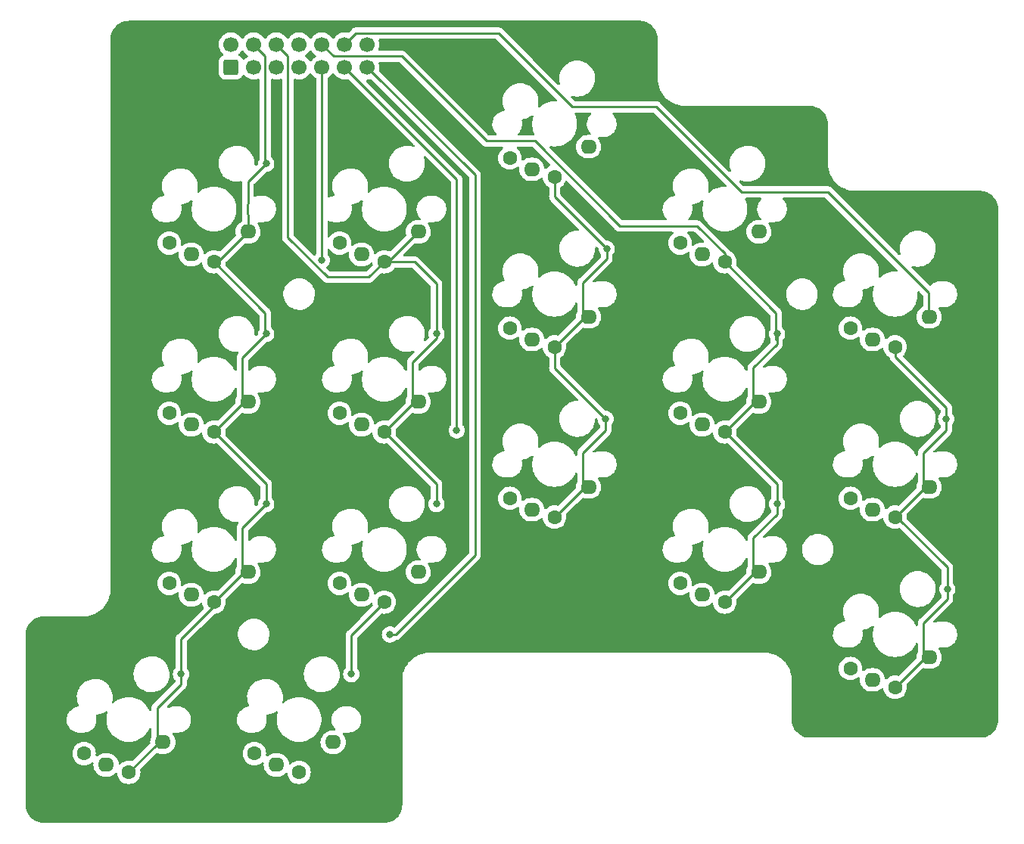
<source format=gtl>
%TF.GenerationSoftware,KiCad,Pcbnew,(6.0.5-0)*%
%TF.CreationDate,2022-06-17T11:23:00+08:00*%
%TF.ProjectId,Pragmatic,50726167-6d61-4746-9963-2e6b69636164,3.1*%
%TF.SameCoordinates,PX63ebd58PY3f96138*%
%TF.FileFunction,Copper,L1,Top*%
%TF.FilePolarity,Positive*%
%FSLAX46Y46*%
G04 Gerber Fmt 4.6, Leading zero omitted, Abs format (unit mm)*
G04 Created by KiCad (PCBNEW (6.0.5-0)) date 2022-06-17 11:23:00*
%MOMM*%
%LPD*%
G01*
G04 APERTURE LIST*
G04 Aperture macros list*
%AMRoundRect*
0 Rectangle with rounded corners*
0 $1 Rounding radius*
0 $2 $3 $4 $5 $6 $7 $8 $9 X,Y pos of 4 corners*
0 Add a 4 corners polygon primitive as box body*
4,1,4,$2,$3,$4,$5,$6,$7,$8,$9,$2,$3,0*
0 Add four circle primitives for the rounded corners*
1,1,$1+$1,$2,$3*
1,1,$1+$1,$4,$5*
1,1,$1+$1,$6,$7*
1,1,$1+$1,$8,$9*
0 Add four rect primitives between the rounded corners*
20,1,$1+$1,$2,$3,$4,$5,0*
20,1,$1+$1,$4,$5,$6,$7,0*
20,1,$1+$1,$6,$7,$8,$9,0*
20,1,$1+$1,$8,$9,$2,$3,0*%
G04 Aperture macros list end*
%TA.AperFunction,ComponentPad*%
%ADD10RoundRect,0.250000X0.600000X-0.600000X0.600000X0.600000X-0.600000X0.600000X-0.600000X-0.600000X0*%
%TD*%
%TA.AperFunction,ComponentPad*%
%ADD11C,1.700000*%
%TD*%
%TA.AperFunction,ComponentPad*%
%ADD12C,1.600000*%
%TD*%
%TA.AperFunction,ComponentPad*%
%ADD13O,1.800000X1.600000*%
%TD*%
%TA.AperFunction,ViaPad*%
%ADD14C,0.800000*%
%TD*%
%TA.AperFunction,Conductor*%
%ADD15C,0.250000*%
%TD*%
G04 APERTURE END LIST*
D10*
%TO.P,J1,1,Pin_1*%
%TO.N,VCC*%
X-36195000Y25400000D03*
D11*
%TO.P,J1,2,Pin_2*%
%TO.N,GND*%
X-36195000Y27940000D03*
%TO.P,J1,3,Pin_3*%
%TO.N,unconnected-(J1-Pad3)*%
X-33655000Y25400000D03*
%TO.P,J1,4,Pin_4*%
%TO.N,Col1*%
X-33655000Y27940000D03*
%TO.P,J1,5,Pin_5*%
%TO.N,unconnected-(J1-Pad5)*%
X-31115000Y25400000D03*
%TO.P,J1,6,Pin_6*%
%TO.N,Col2*%
X-31115000Y27940000D03*
%TO.P,J1,7,Pin_7*%
%TO.N,Row3*%
X-28575000Y25400000D03*
%TO.P,J1,8,Pin_8*%
%TO.N,Col3*%
X-28575000Y27940000D03*
%TO.P,J1,9,Pin_9*%
%TO.N,Row4*%
X-26035000Y25400000D03*
%TO.P,J1,10,Pin_10*%
%TO.N,Col4*%
X-26035000Y27940000D03*
%TO.P,J1,11,Pin_11*%
%TO.N,Row5*%
X-23495000Y25400000D03*
%TO.P,J1,12,Pin_12*%
%TO.N,Col5*%
X-23495000Y27940000D03*
%TO.P,J1,13,Pin_13*%
%TO.N,Row6*%
X-20955000Y25400000D03*
%TO.P,J1,14,Pin_14*%
%TO.N,unconnected-(J1-Pad14)*%
X-20955000Y27940000D03*
%TD*%
D12*
%TO.P,SW1,1,1*%
%TO.N,Net-(D1-Pad2)*%
X-43100000Y5725000D03*
D13*
X-40640000Y4445000D03*
%TO.P,SW1,2,2*%
%TO.N,Col1*%
X-34290000Y6985000D03*
D12*
X-38100000Y3625000D03*
%TD*%
%TO.P,SW7,1,1*%
%TO.N,Net-(D7-Pad2)*%
X-24050000Y-13325000D03*
D13*
X-21590000Y-14605000D03*
D12*
%TO.P,SW7,2,2*%
%TO.N,Col2*%
X-19050000Y-15425000D03*
D13*
X-15240000Y-12065000D03*
%TD*%
D12*
%TO.P,SW8,1,1*%
%TO.N,Net-(D8-Pad2)*%
X-5000000Y-3800000D03*
D13*
X-2540000Y-5080000D03*
%TO.P,SW8,2,2*%
%TO.N,Col3*%
X3810000Y-2540000D03*
D12*
X0Y-5900000D03*
%TD*%
%TO.P,SW2,1,1*%
%TO.N,Net-(D2-Pad2)*%
X-24050000Y5725000D03*
D13*
X-21590000Y4445000D03*
D12*
%TO.P,SW2,2,2*%
%TO.N,Col2*%
X-19050000Y3625000D03*
D13*
X-15240000Y6985000D03*
%TD*%
D12*
%TO.P,SW3,1,1*%
%TO.N,Net-(D3-Pad2)*%
X-5000000Y15250000D03*
D13*
X-2540000Y13970000D03*
%TO.P,SW3,2,2*%
%TO.N,Col3*%
X3810000Y16510000D03*
D12*
X0Y13150000D03*
%TD*%
%TO.P,SW4,1,1*%
%TO.N,Net-(D4-Pad2)*%
X14050000Y5725000D03*
D13*
X16510000Y4445000D03*
D12*
%TO.P,SW4,2,2*%
%TO.N,Col4*%
X19050000Y3625000D03*
D13*
X22860000Y6985000D03*
%TD*%
D12*
%TO.P,SW5,1,1*%
%TO.N,Net-(D5-Pad2)*%
X33100000Y-3800000D03*
D13*
X35560000Y-5080000D03*
%TO.P,SW5,2,2*%
%TO.N,Col5*%
X41910000Y-2540000D03*
D12*
X38100000Y-5900000D03*
%TD*%
%TO.P,SW6,1,1*%
%TO.N,Net-(D6-Pad2)*%
X-43100000Y-13325000D03*
D13*
X-40640000Y-14605000D03*
%TO.P,SW6,2,2*%
%TO.N,Col1*%
X-34290000Y-12065000D03*
D12*
X-38100000Y-15425000D03*
%TD*%
D13*
%TO.P,SW9,1,1*%
%TO.N,Net-(D9-Pad2)*%
X16510000Y-14605000D03*
D12*
X14050000Y-13325000D03*
D13*
%TO.P,SW9,2,2*%
%TO.N,Col4*%
X22860000Y-12065000D03*
D12*
X19050000Y-15425000D03*
%TD*%
D13*
%TO.P,SW10,1,1*%
%TO.N,Net-(D10-Pad2)*%
X35560000Y-24130000D03*
D12*
X33100000Y-22850000D03*
%TO.P,SW10,2,2*%
%TO.N,Col5*%
X38100000Y-24950000D03*
D13*
X41910000Y-21590000D03*
%TD*%
%TO.P,SW11,1,1*%
%TO.N,Net-(D11-Pad2)*%
X-40640000Y-33655000D03*
D12*
X-43100000Y-32375000D03*
D13*
%TO.P,SW11,2,2*%
%TO.N,Col1*%
X-34290000Y-31115000D03*
D12*
X-38100000Y-34475000D03*
%TD*%
D13*
%TO.P,SW12,1,1*%
%TO.N,Net-(D12-Pad2)*%
X-21590000Y-33655000D03*
D12*
X-24050000Y-32375000D03*
%TO.P,SW12,2,2*%
%TO.N,Col2*%
X-19050000Y-34475000D03*
D13*
X-15240000Y-31115000D03*
%TD*%
%TO.P,SW13,1,1*%
%TO.N,Net-(D13-Pad2)*%
X-2540000Y-24130000D03*
D12*
X-5000000Y-22850000D03*
D13*
%TO.P,SW13,2,2*%
%TO.N,Col3*%
X3810000Y-21590000D03*
D12*
X0Y-24950000D03*
%TD*%
%TO.P,SW14,1,1*%
%TO.N,Net-(D14-Pad2)*%
X14050000Y-32375000D03*
D13*
X16510000Y-33655000D03*
%TO.P,SW14,2,2*%
%TO.N,Col4*%
X22860000Y-31115000D03*
D12*
X19050000Y-34475000D03*
%TD*%
D13*
%TO.P,SW15,1,1*%
%TO.N,Net-(D15-Pad2)*%
X35560000Y-43180000D03*
D12*
X33100000Y-41900000D03*
D13*
%TO.P,SW15,2,2*%
%TO.N,Col5*%
X41910000Y-40640000D03*
D12*
X38100000Y-44000000D03*
%TD*%
%TO.P,SW16,1,1*%
%TO.N,Net-(D16-Pad2)*%
X-52625000Y-51425000D03*
D13*
X-50165000Y-52705000D03*
D12*
%TO.P,SW16,2,2*%
%TO.N,Col1*%
X-47625000Y-53525000D03*
D13*
X-43815000Y-50165000D03*
%TD*%
%TO.P,SW17,1,1*%
%TO.N,Net-(D17-Pad2)*%
X-31115000Y-52705000D03*
D12*
X-33575000Y-51425000D03*
D13*
%TO.P,SW17,2,2*%
%TO.N,Col2*%
X-24765000Y-50165000D03*
D12*
X-28575000Y-53525000D03*
%TD*%
D14*
%TO.N,Col1*%
X-32258000Y-4445000D03*
X-32258000Y-23495000D03*
X-41783000Y-42545000D03*
X-32258000Y14605000D03*
%TO.N,Col3*%
X5842000Y5080000D03*
X5715000Y-13970000D03*
%TO.N,Col2*%
X-13208000Y-23495000D03*
X-22733000Y-42545000D03*
X-13208000Y-4445000D03*
%TO.N,Row4*%
X-26035000Y3810000D03*
%TO.N,Row5*%
X-10938500Y-15240000D03*
%TO.N,Row6*%
X-18415000Y-38100000D03*
%TO.N,Col5*%
X43815000Y-13970000D03*
X43942000Y-33020000D03*
%TO.N,Col4*%
X24892000Y-4445000D03*
X24892000Y-23495000D03*
%TD*%
D15*
%TO.N,Col1*%
X-44450000Y-50400000D02*
X-47600000Y-53550000D01*
X-44450000Y-46355000D02*
X-44450000Y-50400000D01*
X-34925000Y-26162000D02*
X-34925000Y-31350000D01*
X-32258000Y-4445000D02*
X-34925000Y-7112000D01*
X-34290000Y12573000D02*
X-34290000Y10128157D01*
X-34925000Y-31350000D02*
X-38075000Y-34500000D01*
X-32385000Y14732000D02*
X-32258000Y14605000D01*
X-34344521Y10073636D02*
X-34344521Y8976364D01*
X-34290000Y10128157D02*
X-34344521Y10073636D01*
X-38075000Y3600000D02*
X-32385000Y-2090000D01*
X-32385000Y-2090000D02*
X-32385000Y-4445000D01*
X-41783000Y-43688000D02*
X-44450000Y-46355000D01*
X-34925000Y-12300000D02*
X-38075000Y-15450000D01*
X-34344521Y8976364D02*
X-34290000Y8921843D01*
X-32258000Y-21267000D02*
X-32258000Y-23495000D01*
X-32258000Y-23495000D02*
X-34925000Y-26162000D01*
X-32258000Y14605000D02*
X-34290000Y12573000D01*
X-34925000Y-7112000D02*
X-34925000Y-12300000D01*
X-38075000Y-15450000D02*
X-32258000Y-21267000D01*
X-41783000Y-42545000D02*
X-41783000Y-43688000D01*
X-34290000Y6985000D02*
X-37675000Y3600000D01*
X-32385000Y-4445000D02*
X-32258000Y-4445000D01*
X-38075000Y-34900000D02*
X-41783000Y-38608000D01*
X-32385000Y26670000D02*
X-32385000Y14732000D01*
X-38075000Y-34500000D02*
X-38075000Y-34900000D01*
X-41783000Y-38608000D02*
X-41783000Y-42545000D01*
X-34290000Y8921843D02*
X-34290000Y6985000D01*
X-33655000Y27940000D02*
X-32385000Y26670000D01*
%TO.N,Col3*%
X3175000Y-21825000D02*
X25000Y-24975000D01*
X25000Y10897000D02*
X25000Y13125000D01*
X5842000Y5080000D02*
X5842000Y3937000D01*
X5842000Y5080000D02*
X25000Y10897000D01*
X25000Y-5925000D02*
X25000Y-8280000D01*
X3175000Y1270000D02*
X3175000Y-2775000D01*
X5715000Y-15240000D02*
X3175000Y-17780000D01*
X25000Y-8280000D02*
X5715000Y-13970000D01*
X3175000Y-2775000D02*
X25000Y-5925000D01*
X5715000Y-13970000D02*
X5715000Y-15240000D01*
X3175000Y-17780000D02*
X3175000Y-21825000D01*
X5842000Y3937000D02*
X3175000Y1270000D01*
%TO.N,Col2*%
X-13208000Y-4953000D02*
X-13208000Y-4445000D01*
X-22733000Y-38208000D02*
X-22733000Y-42545000D01*
X-29845000Y26670000D02*
X-29845000Y6350000D01*
X-25400000Y1905000D02*
X-20770000Y1905000D01*
X-13208000Y-21267000D02*
X-19025000Y-15450000D01*
X-13208000Y-4445000D02*
X-13208000Y1143000D01*
X-15875000Y-12300000D02*
X-15875000Y-7620000D01*
X-20770000Y1905000D02*
X-19050000Y3625000D01*
X-15875000Y-7620000D02*
X-13208000Y-4953000D01*
X-13208000Y1143000D02*
X-15665000Y3600000D01*
X-19025000Y-15450000D02*
X-15875000Y-12300000D01*
X-19025000Y-34500000D02*
X-22733000Y-38208000D01*
X-15665000Y3600000D02*
X-19025000Y3600000D01*
X-13208000Y-23495000D02*
X-13208000Y-21267000D01*
X-31115000Y27940000D02*
X-29845000Y26670000D01*
X-18600000Y3625000D02*
X-15240000Y6985000D01*
X-29845000Y6350000D02*
X-25400000Y1905000D01*
%TO.N,Row4*%
X-26035000Y25400000D02*
X-26035000Y3810000D01*
%TO.N,Row5*%
X-10938500Y12843500D02*
X-10938500Y-15240000D01*
X-23495000Y25400000D02*
X-10938500Y12843500D01*
%TO.N,Row6*%
X-8890000Y-29210000D02*
X-17780000Y-38100000D01*
X-20955000Y25400000D02*
X-8890000Y13335000D01*
X-17780000Y-38100000D02*
X-18415000Y-38100000D01*
X-8890000Y13335000D02*
X-8890000Y-29210000D01*
%TO.N,Col5*%
X1996541Y20955000D02*
X11374513Y20955000D01*
X38125000Y-7010000D02*
X43815000Y-12700000D01*
X43942000Y-34163000D02*
X41275000Y-36830000D01*
X41855479Y-2485479D02*
X41910000Y-2540000D01*
X-6258459Y29210000D02*
X1996541Y20955000D01*
X11374513Y20955000D02*
X20899513Y11430000D01*
X-23495000Y27940000D02*
X-22225000Y29210000D01*
X20899513Y11430000D02*
X30571541Y11430000D01*
X43942000Y-33020000D02*
X43942000Y-34163000D01*
X41275000Y-40875000D02*
X38125000Y-44025000D01*
X-22225000Y29210000D02*
X-6258459Y29210000D01*
X41855479Y146062D02*
X41855479Y-2485479D01*
X41275000Y-36830000D02*
X41275000Y-40875000D01*
X43815000Y-12700000D02*
X43815000Y-13970000D01*
X38125000Y-24975000D02*
X41275000Y-21825000D01*
X41275000Y-17780000D02*
X43815000Y-15240000D01*
X38310000Y-24975000D02*
X43942000Y-30607000D01*
X43942000Y-30607000D02*
X43942000Y-33020000D01*
X30571541Y11430000D02*
X41855479Y146062D01*
X38125000Y-5925000D02*
X38125000Y-7010000D01*
X43815000Y-15240000D02*
X43815000Y-13970000D01*
X41275000Y-21825000D02*
X41275000Y-17780000D01*
%TO.N,Col4*%
X22225000Y-12300000D02*
X19075000Y-15450000D01*
X19075000Y3600000D02*
X24765000Y-2090000D01*
X24892000Y-24638000D02*
X24892000Y-23495000D01*
X24892000Y-5588000D02*
X22225000Y-8255000D01*
X22225000Y-31350000D02*
X22225000Y-27305000D01*
X22225000Y-27305000D02*
X24892000Y-24638000D01*
X24892000Y-21267000D02*
X19075000Y-15450000D01*
X-2190454Y17145000D02*
X7334546Y7620000D01*
X-26035000Y27940000D02*
X-24723511Y26628511D01*
X24765000Y-2090000D02*
X24765000Y-5080000D01*
X19075000Y-34500000D02*
X22225000Y-31350000D01*
X-24723511Y26628511D02*
X-17103511Y26628511D01*
X19050000Y4525000D02*
X19050000Y3625000D01*
X24765000Y-5080000D02*
X24892000Y-4953000D01*
X7334546Y7620000D02*
X15955000Y7620000D01*
X24892000Y-23495000D02*
X24892000Y-21267000D01*
X24892000Y-4953000D02*
X24892000Y-4445000D01*
X24892000Y-4445000D02*
X24892000Y-5588000D01*
X-17103511Y26628511D02*
X-7620000Y17145000D01*
X15955000Y7620000D02*
X19050000Y4525000D01*
X22225000Y-8255000D02*
X22225000Y-12300000D01*
X-7620000Y17145000D02*
X-2190454Y17145000D01*
%TD*%
%TA.AperFunction,NonConductor*%
G36*
X-34842974Y27264856D02*
G01*
X-34815125Y27233006D01*
X-34808507Y27222206D01*
X-34755013Y27134912D01*
X-34608750Y26966062D01*
X-34436874Y26823368D01*
X-34414040Y26810025D01*
X-34363555Y26780524D01*
X-34314831Y26728886D01*
X-34301760Y26659103D01*
X-34328491Y26593331D01*
X-34368945Y26559973D01*
X-34381393Y26553493D01*
X-34385526Y26550390D01*
X-34385529Y26550388D01*
X-34555900Y26422470D01*
X-34560035Y26419365D01*
X-34651219Y26323946D01*
X-34693973Y26279207D01*
X-34755497Y26243777D01*
X-34826410Y26247234D01*
X-34884196Y26288480D01*
X-34899167Y26312806D01*
X-34901135Y26317006D01*
X-34903450Y26323946D01*
X-34996522Y26474348D01*
X-35121697Y26599305D01*
X-35136834Y26608636D01*
X-35237774Y26670856D01*
X-35272262Y26692115D01*
X-35279215Y26694421D01*
X-35280096Y26694832D01*
X-35333382Y26741748D01*
X-35352844Y26810025D01*
X-35332304Y26877985D01*
X-35314471Y26898156D01*
X-35315140Y26898827D01*
X-35186509Y27027009D01*
X-35156904Y27056511D01*
X-35124330Y27101842D01*
X-35026547Y27237923D01*
X-35025224Y27236972D01*
X-34978355Y27280143D01*
X-34908420Y27292375D01*
X-34842974Y27264856D01*
G37*
%TD.AperFunction*%
%TA.AperFunction,NonConductor*%
G36*
X-27222974Y27264856D02*
G01*
X-27195125Y27233006D01*
X-27188507Y27222206D01*
X-27135013Y27134912D01*
X-26988750Y26966062D01*
X-26816874Y26823368D01*
X-26794040Y26810025D01*
X-26743555Y26780524D01*
X-26694831Y26728886D01*
X-26681760Y26659103D01*
X-26708491Y26593331D01*
X-26748945Y26559973D01*
X-26761393Y26553493D01*
X-26765526Y26550390D01*
X-26765529Y26550388D01*
X-26935900Y26422470D01*
X-26940035Y26419365D01*
X-26943607Y26415627D01*
X-27026420Y26328968D01*
X-27094371Y26257862D01*
X-27201799Y26100379D01*
X-27256707Y26055379D01*
X-27327232Y26047208D01*
X-27390979Y26078462D01*
X-27411676Y26102946D01*
X-27492178Y26227383D01*
X-27492180Y26227386D01*
X-27494986Y26231723D01*
X-27645330Y26396949D01*
X-27649381Y26400148D01*
X-27649385Y26400152D01*
X-27816586Y26532200D01*
X-27816590Y26532202D01*
X-27820641Y26535402D01*
X-27861947Y26558204D01*
X-27911916Y26608636D01*
X-27926688Y26678079D01*
X-27901572Y26744484D01*
X-27874220Y26771091D01*
X-27819637Y26810025D01*
X-27695140Y26898827D01*
X-27536904Y27056511D01*
X-27504330Y27101842D01*
X-27406547Y27237923D01*
X-27405224Y27236972D01*
X-27358355Y27280143D01*
X-27288420Y27292375D01*
X-27222974Y27264856D01*
G37*
%TD.AperFunction*%
%TA.AperFunction,NonConductor*%
G36*
X-6504932Y28556498D02*
G01*
X-6483958Y28539595D01*
X289438Y21766198D01*
X323463Y21703888D01*
X318398Y21633073D01*
X275851Y21576237D01*
X209331Y21551426D01*
X192431Y21551354D01*
X126862Y21555479D01*
X78838Y21558500D01*
X-78838Y21558500D01*
X-315020Y21543641D01*
X-625072Y21484495D01*
X-925266Y21386956D01*
X-928852Y21385269D01*
X-928856Y21385267D01*
X-1207283Y21254250D01*
X-1207290Y21254246D01*
X-1210869Y21252562D01*
X-1477375Y21083432D01*
X-1485960Y21076330D01*
X-1672099Y20922342D01*
X-1737337Y20894332D01*
X-1807362Y20906039D01*
X-1859942Y20953746D01*
X-1878382Y21022305D01*
X-1874672Y21049909D01*
X-1828247Y21236107D01*
X-1828246Y21236112D01*
X-1827183Y21240376D01*
X-1825724Y21254250D01*
X-1798281Y21515364D01*
X-1798281Y21515367D01*
X-1797822Y21519733D01*
X-1797975Y21524127D01*
X-1807471Y21796061D01*
X-1807472Y21796067D01*
X-1807625Y21800458D01*
X-1814379Y21838766D01*
X-1849153Y22035976D01*
X-1856402Y22077087D01*
X-1943203Y22344235D01*
X-1956095Y22370669D01*
X-2028102Y22518303D01*
X-2066340Y22596702D01*
X-2068795Y22600341D01*
X-2068798Y22600347D01*
X-2189782Y22779713D01*
X-2223415Y22829576D01*
X-2411371Y23038322D01*
X-2626550Y23218879D01*
X-2864764Y23367731D01*
X-3121375Y23481982D01*
X-3391390Y23559407D01*
X-3395740Y23560018D01*
X-3395743Y23560019D01*
X-3512202Y23576386D01*
X-3669552Y23598500D01*
X-3880146Y23598500D01*
X-3882332Y23598347D01*
X-3882336Y23598347D01*
X-4085827Y23584118D01*
X-4085832Y23584117D01*
X-4090212Y23583811D01*
X-4364970Y23525409D01*
X-4369099Y23523906D01*
X-4369103Y23523905D01*
X-4624781Y23430846D01*
X-4624785Y23430844D01*
X-4628926Y23429337D01*
X-4876942Y23297464D01*
X-4880501Y23294878D01*
X-4880503Y23294877D01*
X-5025044Y23189862D01*
X-5104192Y23132358D01*
X-5107356Y23129302D01*
X-5107359Y23129300D01*
X-5196135Y23043569D01*
X-5306252Y22937231D01*
X-5479188Y22715882D01*
X-5481384Y22712078D01*
X-5481389Y22712071D01*
X-5554722Y22585053D01*
X-5619636Y22472619D01*
X-5724862Y22212176D01*
X-5725927Y22207903D01*
X-5725928Y22207901D01*
X-5789413Y21953275D01*
X-5792817Y21939624D01*
X-5793276Y21935256D01*
X-5793277Y21935251D01*
X-5818664Y21693702D01*
X-5822178Y21660267D01*
X-5822025Y21655879D01*
X-5822025Y21655873D01*
X-5813391Y21408643D01*
X-5812375Y21379542D01*
X-5811613Y21375219D01*
X-5811612Y21375212D01*
X-5785429Y21226725D01*
X-5763598Y21102913D01*
X-5676797Y20835765D01*
X-5674869Y20831812D01*
X-5674867Y20831807D01*
X-5599680Y20677653D01*
X-5587795Y20607658D01*
X-5615639Y20542350D01*
X-5674372Y20502462D01*
X-5702602Y20496842D01*
X-5714467Y20495866D01*
X-5739027Y20493847D01*
X-5855332Y20464633D01*
X-5966625Y20436679D01*
X-5966629Y20436678D01*
X-5971636Y20435420D01*
X-5976366Y20433364D01*
X-5976373Y20433361D01*
X-6186841Y20341847D01*
X-6186844Y20341845D01*
X-6191578Y20339787D01*
X-6195912Y20336983D01*
X-6195916Y20336981D01*
X-6388604Y20212325D01*
X-6388607Y20212323D01*
X-6392947Y20209515D01*
X-6396770Y20206036D01*
X-6396773Y20206034D01*
X-6559084Y20058342D01*
X-6570335Y20048104D01*
X-6573534Y20044053D01*
X-6573538Y20044049D01*
X-6613592Y19993331D01*
X-6718979Y19859888D01*
X-6834887Y19649922D01*
X-6854626Y19594181D01*
X-6912998Y19429342D01*
X-6914945Y19423845D01*
X-6915852Y19418752D01*
X-6915853Y19418749D01*
X-6952724Y19211753D01*
X-6957004Y19187727D01*
X-6959934Y18947911D01*
X-6923657Y18710837D01*
X-6849146Y18482871D01*
X-6738403Y18270136D01*
X-6735300Y18266003D01*
X-6735298Y18266000D01*
X-6597507Y18082480D01*
X-6594402Y18078345D01*
X-6507808Y17995594D01*
X-6472378Y17934070D01*
X-6475835Y17863157D01*
X-6517081Y17805371D01*
X-6583021Y17779057D01*
X-6594859Y17778500D01*
X-7305406Y17778500D01*
X-7373527Y17798502D01*
X-7394501Y17815405D01*
X-16599859Y27020764D01*
X-16607399Y27029050D01*
X-16611511Y27035529D01*
X-16661163Y27082155D01*
X-16664004Y27084909D01*
X-16683741Y27104646D01*
X-16686938Y27107126D01*
X-16695960Y27114831D01*
X-16722411Y27139670D01*
X-16728190Y27145097D01*
X-16735136Y27148916D01*
X-16735139Y27148918D01*
X-16745945Y27154859D01*
X-16762464Y27165710D01*
X-16762928Y27166070D01*
X-16778470Y27178125D01*
X-16785739Y27181270D01*
X-16785743Y27181273D01*
X-16819048Y27195685D01*
X-16829698Y27200902D01*
X-16868451Y27222206D01*
X-16888074Y27227244D01*
X-16906777Y27233648D01*
X-16918091Y27238544D01*
X-16918092Y27238544D01*
X-16925366Y27241692D01*
X-16933189Y27242931D01*
X-16933199Y27242934D01*
X-16969035Y27248610D01*
X-16980655Y27251016D01*
X-17015800Y27260039D01*
X-17015801Y27260039D01*
X-17023481Y27262011D01*
X-17043735Y27262011D01*
X-17063446Y27263562D01*
X-17075625Y27265491D01*
X-17083454Y27266731D01*
X-17091346Y27265985D01*
X-17127472Y27262570D01*
X-17139330Y27262011D01*
X-19572376Y27262011D01*
X-19640497Y27282013D01*
X-19686990Y27335669D01*
X-19697094Y27405943D01*
X-19689624Y27434032D01*
X-19687570Y27438189D01*
X-19683276Y27452320D01*
X-19624135Y27646977D01*
X-19624135Y27646979D01*
X-19622630Y27651931D01*
X-19593471Y27873410D01*
X-19591844Y27940000D01*
X-19610148Y28162639D01*
X-19664569Y28379298D01*
X-19673682Y28400257D01*
X-19682503Y28470703D01*
X-19651837Y28534735D01*
X-19591421Y28572023D01*
X-19558133Y28576500D01*
X-6573053Y28576500D01*
X-6504932Y28556498D01*
G37*
%TD.AperFunction*%
%TA.AperFunction,NonConductor*%
G36*
X-2431865Y20017585D02*
G01*
X-2382384Y19966671D01*
X-2368285Y19897088D01*
X-2376671Y19861488D01*
X-2387554Y19834000D01*
X-2390443Y19826702D01*
X-2468940Y19520975D01*
X-2508500Y19207821D01*
X-2508500Y18892179D01*
X-2468940Y18579025D01*
X-2390443Y18273298D01*
X-2388990Y18269629D01*
X-2388990Y18269628D01*
X-2313255Y18078345D01*
X-2274247Y17979821D01*
X-2271084Y17974069D01*
X-2266208Y17965199D01*
X-2250920Y17895868D01*
X-2275542Y17829277D01*
X-2332257Y17786570D01*
X-2376624Y17778500D01*
X-3984433Y17778500D01*
X-4052554Y17798502D01*
X-4099047Y17852158D01*
X-4109151Y17922432D01*
X-4079657Y17987012D01*
X-4069233Y17997693D01*
X-4013487Y18048418D01*
X-4013486Y18048420D01*
X-4009665Y18051896D01*
X-4006466Y18055947D01*
X-4006462Y18055951D01*
X-3864226Y18236054D01*
X-3861021Y18240112D01*
X-3745113Y18450078D01*
X-3700809Y18575190D01*
X-3666781Y18671280D01*
X-3666780Y18671284D01*
X-3665055Y18676155D01*
X-3664147Y18681251D01*
X-3623902Y18907184D01*
X-3623901Y18907190D01*
X-3622996Y18912273D01*
X-3620066Y19152089D01*
X-3656343Y19389163D01*
X-3669476Y19429343D01*
X-3671627Y19500306D01*
X-3635071Y19561168D01*
X-3571414Y19592605D01*
X-3558501Y19594181D01*
X-3534172Y19595882D01*
X-3534166Y19595883D01*
X-3529788Y19596189D01*
X-3255030Y19654591D01*
X-3250901Y19656094D01*
X-3250897Y19656095D01*
X-2995219Y19749154D01*
X-2995215Y19749156D01*
X-2991074Y19750663D01*
X-2743058Y19882536D01*
X-2567883Y20009807D01*
X-2501016Y20033666D01*
X-2431865Y20017585D01*
G37*
%TD.AperFunction*%
%TA.AperFunction,NonConductor*%
G36*
X-2436927Y16491498D02*
G01*
X-2415953Y16474595D01*
X-492191Y14550833D01*
X-458165Y14488521D01*
X-463230Y14417706D01*
X-505777Y14360870D01*
X-528036Y14347543D01*
X-651762Y14289849D01*
X-651767Y14289846D01*
X-656749Y14287523D01*
X-734233Y14233268D01*
X-839789Y14159357D01*
X-839792Y14159355D01*
X-844300Y14156198D01*
X-927713Y14072785D01*
X-990025Y14038759D01*
X-1060840Y14043824D01*
X-1117676Y14086371D01*
X-1142329Y14150900D01*
X-1142451Y14152301D01*
X-1146457Y14198087D01*
X-1158706Y14243802D01*
X-1204293Y14413933D01*
X-1204294Y14413935D01*
X-1205716Y14419243D01*
X-1214581Y14438255D01*
X-1300151Y14621762D01*
X-1300154Y14621767D01*
X-1302477Y14626749D01*
X-1415642Y14788365D01*
X-1430643Y14809789D01*
X-1430645Y14809792D01*
X-1433802Y14814300D01*
X-1595700Y14976198D01*
X-1600208Y14979355D01*
X-1600211Y14979357D01*
X-1737568Y15075535D01*
X-1783251Y15107523D01*
X-1788233Y15109846D01*
X-1788238Y15109849D01*
X-1985775Y15201961D01*
X-1985776Y15201961D01*
X-1990757Y15204284D01*
X-1996065Y15205706D01*
X-1996067Y15205707D01*
X-2206598Y15262119D01*
X-2206600Y15262119D01*
X-2211913Y15263543D01*
X-2311480Y15272254D01*
X-2380149Y15278262D01*
X-2380156Y15278262D01*
X-2382873Y15278500D01*
X-2697127Y15278500D01*
X-2699844Y15278262D01*
X-2699851Y15278262D01*
X-2768520Y15272254D01*
X-2868087Y15263543D01*
X-2873400Y15262119D01*
X-2873402Y15262119D01*
X-3083933Y15205707D01*
X-3083935Y15205706D01*
X-3089243Y15204284D01*
X-3094224Y15201961D01*
X-3094225Y15201961D01*
X-3291762Y15109849D01*
X-3291767Y15109846D01*
X-3296749Y15107523D01*
X-3342432Y15075535D01*
X-3479789Y14979357D01*
X-3479792Y14979355D01*
X-3484300Y14976198D01*
X-3488196Y14972302D01*
X-3492400Y14968774D01*
X-3493330Y14969882D01*
X-3549664Y14939120D01*
X-3620479Y14944185D01*
X-3677315Y14986732D01*
X-3702126Y15053252D01*
X-3701968Y15073223D01*
X-3686981Y15244525D01*
X-3686502Y15250000D01*
X-3706457Y15478087D01*
X-3709011Y15487619D01*
X-3764293Y15693933D01*
X-3764294Y15693935D01*
X-3765716Y15699243D01*
X-3835011Y15847848D01*
X-3860151Y15901762D01*
X-3860154Y15901767D01*
X-3862477Y15906749D01*
X-3993802Y16094300D01*
X-4155700Y16256198D01*
X-4160208Y16259355D01*
X-4160211Y16259357D01*
X-4192959Y16282287D01*
X-4237287Y16337744D01*
X-4244596Y16408363D01*
X-4212565Y16471724D01*
X-4151364Y16507709D01*
X-4120688Y16511500D01*
X-2505048Y16511500D01*
X-2436927Y16491498D01*
G37*
%TD.AperFunction*%
%TA.AperFunction,NonConductor*%
G36*
X4052554Y20301498D02*
G01*
X4099047Y20247842D01*
X4109151Y20177568D01*
X4079657Y20112988D01*
X4069233Y20102307D01*
X4029058Y20065750D01*
X4009665Y20048104D01*
X4006466Y20044053D01*
X4006462Y20044049D01*
X3966408Y19993331D01*
X3861021Y19859888D01*
X3745113Y19649922D01*
X3725374Y19594181D01*
X3667002Y19429342D01*
X3665055Y19423845D01*
X3664148Y19418752D01*
X3664147Y19418749D01*
X3627276Y19211753D01*
X3622996Y19187727D01*
X3620066Y18947911D01*
X3656343Y18710837D01*
X3730854Y18482871D01*
X3841597Y18270136D01*
X3844700Y18266003D01*
X3844702Y18266000D01*
X3982493Y18082480D01*
X3985598Y18078345D01*
X4030336Y18035593D01*
X4065764Y17974069D01*
X4062307Y17903157D01*
X4021061Y17845371D01*
X3955120Y17819057D01*
X3943283Y17818500D01*
X3652873Y17818500D01*
X3650156Y17818262D01*
X3650149Y17818262D01*
X3581480Y17812254D01*
X3481913Y17803543D01*
X3476600Y17802119D01*
X3476598Y17802119D01*
X3266067Y17745707D01*
X3266065Y17745706D01*
X3260757Y17744284D01*
X3255776Y17741961D01*
X3255775Y17741961D01*
X3058238Y17649849D01*
X3058233Y17649846D01*
X3053251Y17647523D01*
X2974215Y17592181D01*
X2870211Y17519357D01*
X2870208Y17519355D01*
X2865700Y17516198D01*
X2703802Y17354300D01*
X2572477Y17166749D01*
X2570154Y17161767D01*
X2570151Y17161762D01*
X2478039Y16964225D01*
X2475716Y16959243D01*
X2416457Y16738087D01*
X2396502Y16510000D01*
X2416457Y16281913D01*
X2417881Y16276600D01*
X2417881Y16276598D01*
X2453331Y16144300D01*
X2475716Y16060757D01*
X2478039Y16055776D01*
X2478039Y16055775D01*
X2570151Y15858238D01*
X2570154Y15858233D01*
X2572477Y15853251D01*
X2703802Y15665700D01*
X2865700Y15503802D01*
X2870208Y15500645D01*
X2870211Y15500643D01*
X2910251Y15472607D01*
X3053251Y15372477D01*
X3058233Y15370154D01*
X3058238Y15370151D01*
X3255297Y15278262D01*
X3260757Y15275716D01*
X3266065Y15274294D01*
X3266067Y15274293D01*
X3476598Y15217881D01*
X3476600Y15217881D01*
X3481913Y15216457D01*
X3581480Y15207746D01*
X3650149Y15201738D01*
X3650156Y15201738D01*
X3652873Y15201500D01*
X3967127Y15201500D01*
X3969844Y15201738D01*
X3969851Y15201738D01*
X4038520Y15207746D01*
X4138087Y15216457D01*
X4143400Y15217881D01*
X4143402Y15217881D01*
X4353933Y15274293D01*
X4353935Y15274294D01*
X4359243Y15275716D01*
X4364703Y15278262D01*
X4561762Y15370151D01*
X4561767Y15370154D01*
X4566749Y15372477D01*
X4709749Y15472607D01*
X4749789Y15500643D01*
X4749792Y15500645D01*
X4754300Y15503802D01*
X4916198Y15665700D01*
X5047523Y15853251D01*
X5049846Y15858233D01*
X5049849Y15858238D01*
X5141961Y16055775D01*
X5141961Y16055776D01*
X5144284Y16060757D01*
X5166670Y16144300D01*
X5202119Y16276598D01*
X5202119Y16276600D01*
X5203543Y16281913D01*
X5223498Y16510000D01*
X5203543Y16738087D01*
X5144284Y16959243D01*
X5141961Y16964225D01*
X5049849Y17161762D01*
X5049846Y17161767D01*
X5047523Y17166749D01*
X4916198Y17354300D01*
X4892699Y17377799D01*
X4858673Y17440111D01*
X4863738Y17510926D01*
X4906285Y17567762D01*
X4972805Y17592573D01*
X4995180Y17592181D01*
X4998215Y17591857D01*
X4998218Y17591857D01*
X5001557Y17591500D01*
X5140803Y17591500D01*
X5143378Y17591712D01*
X5143385Y17591712D01*
X5211700Y17597329D01*
X5287611Y17603570D01*
X5311319Y17603281D01*
X5378798Y17596070D01*
X5418224Y17591856D01*
X5418228Y17591856D01*
X5421557Y17591500D01*
X5560803Y17591500D01*
X5563376Y17591712D01*
X5563387Y17591712D01*
X5733876Y17605729D01*
X5733882Y17605730D01*
X5739027Y17606153D01*
X5855331Y17635366D01*
X5966625Y17663321D01*
X5966629Y17663322D01*
X5971636Y17664580D01*
X5976366Y17666636D01*
X5976373Y17666639D01*
X6186841Y17758153D01*
X6186844Y17758155D01*
X6191578Y17760213D01*
X6195912Y17763017D01*
X6195916Y17763019D01*
X6388604Y17887675D01*
X6388607Y17887677D01*
X6392947Y17890485D01*
X6406874Y17903157D01*
X6566513Y18048418D01*
X6566514Y18048420D01*
X6570335Y18051896D01*
X6573534Y18055947D01*
X6573538Y18055951D01*
X6715774Y18236054D01*
X6718979Y18240112D01*
X6834887Y18450078D01*
X6879191Y18575190D01*
X6913219Y18671280D01*
X6913220Y18671284D01*
X6914945Y18676155D01*
X6915853Y18681251D01*
X6956098Y18907184D01*
X6956099Y18907190D01*
X6957004Y18912273D01*
X6959934Y19152089D01*
X6923657Y19389163D01*
X6849146Y19617129D01*
X6780418Y19749154D01*
X6740792Y19825275D01*
X6740791Y19825276D01*
X6738403Y19829864D01*
X6734678Y19834826D01*
X6597507Y20017520D01*
X6597505Y20017523D01*
X6594402Y20021655D01*
X6507808Y20104406D01*
X6472378Y20165930D01*
X6475835Y20236843D01*
X6517081Y20294629D01*
X6583021Y20320943D01*
X6594859Y20321500D01*
X11059919Y20321500D01*
X11128040Y20301498D01*
X11149014Y20284595D01*
X19185014Y12248595D01*
X19219040Y12186283D01*
X19213975Y12115468D01*
X19171428Y12058632D01*
X19104908Y12033821D01*
X19095919Y12033500D01*
X18971162Y12033500D01*
X18734980Y12018641D01*
X18424928Y11959495D01*
X18124734Y11861956D01*
X18121148Y11860269D01*
X18121144Y11860267D01*
X17842717Y11729250D01*
X17842710Y11729246D01*
X17839131Y11727562D01*
X17572625Y11558432D01*
X17564040Y11551330D01*
X17377901Y11397342D01*
X17312663Y11369332D01*
X17242638Y11381039D01*
X17190058Y11428746D01*
X17171618Y11497305D01*
X17175328Y11524909D01*
X17221753Y11711107D01*
X17221754Y11711112D01*
X17222817Y11715376D01*
X17224276Y11729250D01*
X17251719Y11990364D01*
X17251719Y11990367D01*
X17252178Y11994733D01*
X17252025Y11999127D01*
X17242529Y12271061D01*
X17242528Y12271067D01*
X17242375Y12275458D01*
X17236248Y12310211D01*
X17195178Y12543125D01*
X17193598Y12552087D01*
X17106797Y12819235D01*
X17103750Y12825484D01*
X17036752Y12962848D01*
X16983660Y13071702D01*
X16981205Y13075341D01*
X16981202Y13075347D01*
X16878211Y13228037D01*
X16826585Y13304576D01*
X16822784Y13308798D01*
X16702391Y13442507D01*
X16638629Y13513322D01*
X16423450Y13693879D01*
X16185236Y13842731D01*
X16005376Y13922810D01*
X15932639Y13955195D01*
X15932637Y13955196D01*
X15928625Y13956982D01*
X15723794Y14015716D01*
X15662837Y14033195D01*
X15662836Y14033195D01*
X15658610Y14034407D01*
X15654260Y14035018D01*
X15654257Y14035019D01*
X15551310Y14049487D01*
X15380448Y14073500D01*
X15169854Y14073500D01*
X15167668Y14073347D01*
X15167664Y14073347D01*
X14964173Y14059118D01*
X14964168Y14059117D01*
X14959788Y14058811D01*
X14685030Y14000409D01*
X14680901Y13998906D01*
X14680897Y13998905D01*
X14425219Y13905846D01*
X14425215Y13905844D01*
X14421074Y13904337D01*
X14173058Y13772464D01*
X14169499Y13769878D01*
X14169497Y13769877D01*
X13955732Y13614568D01*
X13945808Y13607358D01*
X13942644Y13604302D01*
X13942641Y13604300D01*
X13876493Y13540421D01*
X13743748Y13412231D01*
X13570812Y13190882D01*
X13568616Y13187078D01*
X13568611Y13187071D01*
X13456740Y12993303D01*
X13430364Y12947619D01*
X13325138Y12687176D01*
X13324073Y12682903D01*
X13324072Y12682901D01*
X13260587Y12428275D01*
X13257183Y12414624D01*
X13256724Y12410256D01*
X13256723Y12410251D01*
X13228719Y12143802D01*
X13227822Y12135267D01*
X13227975Y12130879D01*
X13227975Y12130873D01*
X13236609Y11883643D01*
X13237625Y11854542D01*
X13238387Y11850219D01*
X13238388Y11850212D01*
X13264571Y11701725D01*
X13286402Y11577913D01*
X13373203Y11310765D01*
X13375131Y11306812D01*
X13375133Y11306807D01*
X13450320Y11152653D01*
X13462205Y11082658D01*
X13434361Y11017350D01*
X13375628Y10977462D01*
X13347398Y10971842D01*
X13335533Y10970866D01*
X13310973Y10968847D01*
X13194669Y10939634D01*
X13083375Y10911679D01*
X13083371Y10911678D01*
X13078364Y10910420D01*
X13073634Y10908364D01*
X13073627Y10908361D01*
X12863159Y10816847D01*
X12863156Y10816845D01*
X12858422Y10814787D01*
X12854088Y10811983D01*
X12854084Y10811981D01*
X12661396Y10687325D01*
X12661393Y10687323D01*
X12657053Y10684515D01*
X12653230Y10681036D01*
X12653227Y10681034D01*
X12490916Y10533342D01*
X12479665Y10523104D01*
X12476466Y10519053D01*
X12476462Y10519049D01*
X12401170Y10423712D01*
X12331021Y10334888D01*
X12215113Y10124922D01*
X12185994Y10042693D01*
X12137002Y9904342D01*
X12135055Y9898845D01*
X12134148Y9893752D01*
X12134147Y9893749D01*
X12097276Y9686753D01*
X12092996Y9662727D01*
X12090066Y9422911D01*
X12126343Y9185837D01*
X12200854Y8957871D01*
X12311597Y8745136D01*
X12314700Y8741003D01*
X12314702Y8741000D01*
X12452493Y8557480D01*
X12455598Y8553345D01*
X12542192Y8470594D01*
X12577622Y8409070D01*
X12574165Y8338157D01*
X12532919Y8280371D01*
X12466979Y8254057D01*
X12455141Y8253500D01*
X7649141Y8253500D01*
X7581020Y8273502D01*
X7560046Y8290405D01*
X-508443Y16358894D01*
X-542469Y16421206D01*
X-537404Y16492021D01*
X-494857Y16548857D01*
X-428337Y16573668D01*
X-395739Y16571757D01*
X-315020Y16556359D01*
X-78838Y16541500D01*
X78838Y16541500D01*
X315020Y16556359D01*
X625072Y16615505D01*
X925266Y16713044D01*
X928852Y16714731D01*
X928856Y16714733D01*
X1207283Y16845750D01*
X1207290Y16845754D01*
X1210869Y16847438D01*
X1477375Y17016568D01*
X1720582Y17217767D01*
X1936654Y17447860D01*
X2122184Y17703221D01*
X2152384Y17758153D01*
X2272340Y17976352D01*
X2272345Y17976362D01*
X2274247Y17979821D01*
X2313256Y18078345D01*
X2388990Y18269628D01*
X2388990Y18269629D01*
X2390443Y18273298D01*
X2468940Y18579025D01*
X2508500Y18892179D01*
X2508500Y19207821D01*
X2468940Y19520975D01*
X2390443Y19826702D01*
X2387554Y19834000D01*
X2275702Y20116505D01*
X2275700Y20116510D01*
X2274247Y20120179D01*
X2266208Y20134802D01*
X2250920Y20204132D01*
X2275542Y20270723D01*
X2332257Y20313430D01*
X2376624Y20321500D01*
X3984433Y20321500D01*
X4052554Y20301498D01*
G37*
%TD.AperFunction*%
%TA.AperFunction,NonConductor*%
G36*
X15708527Y6966498D02*
G01*
X15729501Y6949595D01*
X16710501Y5968595D01*
X16744527Y5906283D01*
X16739462Y5835468D01*
X16696915Y5778632D01*
X16630395Y5753821D01*
X16621406Y5753500D01*
X16352873Y5753500D01*
X16350156Y5753262D01*
X16350149Y5753262D01*
X16281480Y5747254D01*
X16181913Y5738543D01*
X16176600Y5737119D01*
X16176598Y5737119D01*
X15966067Y5680707D01*
X15966065Y5680706D01*
X15960757Y5679284D01*
X15955776Y5676961D01*
X15955775Y5676961D01*
X15758238Y5584849D01*
X15758233Y5584846D01*
X15753251Y5582523D01*
X15704266Y5548223D01*
X15570211Y5454357D01*
X15570208Y5454355D01*
X15565700Y5451198D01*
X15561804Y5447302D01*
X15557600Y5443774D01*
X15556670Y5444882D01*
X15500336Y5414120D01*
X15429521Y5419185D01*
X15372685Y5461732D01*
X15347874Y5528252D01*
X15348032Y5548223D01*
X15363019Y5719525D01*
X15363498Y5725000D01*
X15343543Y5953087D01*
X15340226Y5965465D01*
X15285707Y6168933D01*
X15285706Y6168935D01*
X15284284Y6174243D01*
X15279814Y6183830D01*
X15189849Y6376762D01*
X15189846Y6376767D01*
X15187523Y6381749D01*
X15056198Y6569300D01*
X14894300Y6731198D01*
X14889792Y6734355D01*
X14889789Y6734357D01*
X14857041Y6757287D01*
X14812713Y6812744D01*
X14805404Y6883363D01*
X14837435Y6946724D01*
X14898636Y6982709D01*
X14929312Y6986500D01*
X15640406Y6986500D01*
X15708527Y6966498D01*
G37*
%TD.AperFunction*%
%TA.AperFunction,NonConductor*%
G36*
X-27222974Y24724856D02*
G01*
X-27195125Y24693006D01*
X-27135013Y24594912D01*
X-26988750Y24426062D01*
X-26816874Y24283368D01*
X-26812407Y24280758D01*
X-26730930Y24233147D01*
X-26682206Y24181509D01*
X-26668500Y24124359D01*
X-26668500Y4512524D01*
X-26688502Y4444403D01*
X-26700863Y4428215D01*
X-26759315Y4363297D01*
X-26766688Y4355109D01*
X-26827134Y4317869D01*
X-26898118Y4319221D01*
X-26949419Y4350324D01*
X-29174595Y6575500D01*
X-29208621Y6637812D01*
X-29211500Y6664595D01*
X-29211500Y24005811D01*
X-29191498Y24073932D01*
X-29137842Y24120425D01*
X-29067568Y24130529D01*
X-29040551Y24123521D01*
X-29038461Y24122723D01*
X-28955308Y24090970D01*
X-28950240Y24089939D01*
X-28950237Y24089938D01*
X-28871564Y24073932D01*
X-28736403Y24046433D01*
X-28731228Y24046243D01*
X-28731226Y24046243D01*
X-28518327Y24038436D01*
X-28518323Y24038436D01*
X-28513163Y24038247D01*
X-28508043Y24038903D01*
X-28508041Y24038903D01*
X-28296712Y24065975D01*
X-28296711Y24065975D01*
X-28291584Y24066632D01*
X-28267252Y24073932D01*
X-28082571Y24129339D01*
X-28082566Y24129341D01*
X-28077616Y24130826D01*
X-27877006Y24229104D01*
X-27695140Y24358827D01*
X-27536904Y24516511D01*
X-27406547Y24697923D01*
X-27405224Y24696972D01*
X-27358355Y24740143D01*
X-27288420Y24752375D01*
X-27222974Y24724856D01*
G37*
%TD.AperFunction*%
%TA.AperFunction,NonConductor*%
G36*
X-25192988Y5069445D02*
G01*
X-25172287Y5046492D01*
X-25062760Y4890072D01*
X-25056198Y4880700D01*
X-24894300Y4718802D01*
X-24889792Y4715645D01*
X-24889789Y4715643D01*
X-24821185Y4667606D01*
X-24706749Y4587477D01*
X-24701767Y4585154D01*
X-24701762Y4585151D01*
X-24504225Y4493039D01*
X-24499243Y4490716D01*
X-24493935Y4489294D01*
X-24493933Y4489293D01*
X-24283402Y4432881D01*
X-24283400Y4432881D01*
X-24278087Y4431457D01*
X-24050000Y4411502D01*
X-23821913Y4431457D01*
X-23816600Y4432881D01*
X-23816598Y4432881D01*
X-23606067Y4489293D01*
X-23606065Y4489294D01*
X-23600757Y4490716D01*
X-23595775Y4493039D01*
X-23398238Y4585151D01*
X-23398233Y4585154D01*
X-23393251Y4587477D01*
X-23278815Y4667606D01*
X-23210211Y4715643D01*
X-23210208Y4715645D01*
X-23205700Y4718802D01*
X-23201803Y4722699D01*
X-23197600Y4726226D01*
X-23196670Y4725118D01*
X-23140336Y4755880D01*
X-23069521Y4750815D01*
X-23012685Y4708268D01*
X-22987874Y4641748D01*
X-22988032Y4621777D01*
X-23003498Y4445000D01*
X-22983543Y4216913D01*
X-22982119Y4211600D01*
X-22982119Y4211598D01*
X-22927301Y4007018D01*
X-22924284Y3995757D01*
X-22921961Y3990776D01*
X-22921961Y3990775D01*
X-22829849Y3793238D01*
X-22829846Y3793233D01*
X-22827523Y3788251D01*
X-22786534Y3729713D01*
X-22704082Y3611960D01*
X-22696198Y3600700D01*
X-22534300Y3438802D01*
X-22529792Y3435645D01*
X-22529789Y3435643D01*
X-22466892Y3391602D01*
X-22346749Y3307477D01*
X-22341767Y3305154D01*
X-22341762Y3305151D01*
X-22200229Y3239154D01*
X-22139243Y3210716D01*
X-22133935Y3209294D01*
X-22133933Y3209293D01*
X-21923402Y3152881D01*
X-21923400Y3152881D01*
X-21918087Y3151457D01*
X-21829172Y3143678D01*
X-21749851Y3136738D01*
X-21749844Y3136738D01*
X-21747127Y3136500D01*
X-21432873Y3136500D01*
X-21430156Y3136738D01*
X-21430149Y3136738D01*
X-21350828Y3143678D01*
X-21261913Y3151457D01*
X-21256600Y3152881D01*
X-21256598Y3152881D01*
X-21046067Y3209293D01*
X-21046065Y3209294D01*
X-21040757Y3210716D01*
X-20979771Y3239154D01*
X-20838238Y3305151D01*
X-20838233Y3305154D01*
X-20833251Y3307477D01*
X-20713108Y3391602D01*
X-20650211Y3435643D01*
X-20650208Y3435645D01*
X-20645700Y3438802D01*
X-20562287Y3522215D01*
X-20499975Y3556241D01*
X-20429160Y3551176D01*
X-20372324Y3508629D01*
X-20347671Y3444101D01*
X-20347429Y3441332D01*
X-20344023Y3402393D01*
X-20344022Y3402387D01*
X-20343543Y3396913D01*
X-20336457Y3370470D01*
X-20326540Y3333459D01*
X-20328230Y3262482D01*
X-20359152Y3211753D01*
X-20995500Y2575405D01*
X-21057812Y2541379D01*
X-21084595Y2538500D01*
X-25085405Y2538500D01*
X-25153526Y2558502D01*
X-25174500Y2575405D01*
X-25496942Y2897847D01*
X-25530968Y2960159D01*
X-25525903Y3030974D01*
X-25481908Y3088877D01*
X-25423747Y3131134D01*
X-25305481Y3262482D01*
X-25300379Y3268148D01*
X-25300378Y3268149D01*
X-25295960Y3273056D01*
X-25221287Y3402393D01*
X-25203777Y3432721D01*
X-25203776Y3432722D01*
X-25200473Y3438444D01*
X-25141458Y3620072D01*
X-25140364Y3630475D01*
X-25122186Y3803435D01*
X-25121496Y3810000D01*
X-25132736Y3916943D01*
X-25140768Y3993365D01*
X-25140768Y3993367D01*
X-25141458Y3999928D01*
X-25200473Y4181556D01*
X-25209609Y4197381D01*
X-25260922Y4286257D01*
X-25295960Y4346944D01*
X-25369137Y4428215D01*
X-25399853Y4492221D01*
X-25401500Y4512524D01*
X-25401500Y4974221D01*
X-25381498Y5042342D01*
X-25327842Y5088835D01*
X-25257568Y5098939D01*
X-25192988Y5069445D01*
G37*
%TD.AperFunction*%
%TA.AperFunction,NonConductor*%
G36*
X9495018Y30605000D02*
G01*
X9509851Y30602690D01*
X9509855Y30602690D01*
X9518724Y30601309D01*
X9527626Y30602473D01*
X9527629Y30602473D01*
X9535012Y30603439D01*
X9559591Y30604233D01*
X9586442Y30602473D01*
X9781922Y30589660D01*
X9798262Y30587509D01*
X9920477Y30563199D01*
X10042696Y30538888D01*
X10058606Y30534625D01*
X10294600Y30454516D01*
X10309826Y30448209D01*
X10533342Y30337984D01*
X10547616Y30329743D01*
X10754829Y30191287D01*
X10767905Y30181254D01*
X10955278Y30016932D01*
X10966932Y30005278D01*
X11131254Y29817905D01*
X11141287Y29804829D01*
X11279743Y29597616D01*
X11287984Y29583342D01*
X11398209Y29359826D01*
X11404515Y29344602D01*
X11484625Y29108606D01*
X11488889Y29092693D01*
X11537509Y28848262D01*
X11539660Y28831922D01*
X11553763Y28616764D01*
X11552733Y28593650D01*
X11552690Y28590146D01*
X11551309Y28581276D01*
X11552473Y28572374D01*
X11552473Y28572372D01*
X11555436Y28549717D01*
X11556500Y28533379D01*
X11556500Y24179367D01*
X11555000Y24159982D01*
X11552690Y24145149D01*
X11552690Y24145145D01*
X11551309Y24136276D01*
X11552441Y24127622D01*
X11552470Y24127070D01*
X11552450Y24125434D01*
X11552697Y24122730D01*
X11557115Y24038436D01*
X11566213Y23864836D01*
X11569039Y23810908D01*
X11569554Y23807657D01*
X11604959Y23584118D01*
X11619024Y23495311D01*
X11701725Y23186669D01*
X11816234Y22888362D01*
X11961298Y22603658D01*
X12135327Y22335677D01*
X12137405Y22333111D01*
X12327390Y22098500D01*
X12336414Y22087356D01*
X12562356Y21861414D01*
X12810677Y21660327D01*
X13078658Y21486298D01*
X13363362Y21341234D01*
X13661669Y21226725D01*
X13970311Y21144024D01*
X13973561Y21143509D01*
X13973567Y21143508D01*
X14202584Y21107236D01*
X14285908Y21094039D01*
X14289191Y21093867D01*
X14289200Y21093866D01*
X14433753Y21086291D01*
X14571872Y21079052D01*
X14586183Y21077478D01*
X14592448Y21076424D01*
X14598724Y21076347D01*
X14600140Y21076330D01*
X14600143Y21076330D01*
X14605000Y21076271D01*
X14632624Y21080227D01*
X14650486Y21081500D01*
X28525633Y21081500D01*
X28545018Y21080000D01*
X28559851Y21077690D01*
X28559855Y21077690D01*
X28568724Y21076309D01*
X28577626Y21077473D01*
X28577629Y21077473D01*
X28585012Y21078439D01*
X28609591Y21079233D01*
X28636366Y21077478D01*
X28831922Y21064660D01*
X28848262Y21062509D01*
X28911607Y21049909D01*
X29092696Y21013888D01*
X29108606Y21009625D01*
X29344600Y20929516D01*
X29359826Y20923209D01*
X29583342Y20812984D01*
X29597616Y20804743D01*
X29804829Y20666287D01*
X29817905Y20656254D01*
X30005278Y20491932D01*
X30016932Y20480278D01*
X30181254Y20292905D01*
X30191287Y20279829D01*
X30329743Y20072616D01*
X30337984Y20058342D01*
X30448209Y19834826D01*
X30454515Y19819602D01*
X30534625Y19583606D01*
X30538889Y19567693D01*
X30587509Y19323262D01*
X30589660Y19306922D01*
X30603763Y19091764D01*
X30602733Y19068650D01*
X30602690Y19065146D01*
X30601309Y19056276D01*
X30602473Y19047374D01*
X30602473Y19047372D01*
X30605436Y19024717D01*
X30606500Y19008379D01*
X30606500Y14654367D01*
X30605000Y14634982D01*
X30602690Y14620149D01*
X30602690Y14620145D01*
X30601309Y14611276D01*
X30602441Y14602622D01*
X30602470Y14602070D01*
X30602450Y14600434D01*
X30602697Y14597730D01*
X30605001Y14553782D01*
X30616213Y14339836D01*
X30619039Y14285908D01*
X30619554Y14282657D01*
X30665225Y13994300D01*
X30669024Y13970311D01*
X30751725Y13661669D01*
X30866234Y13363362D01*
X31011298Y13078658D01*
X31185327Y12810677D01*
X31187405Y12808111D01*
X31377390Y12573500D01*
X31386414Y12562356D01*
X31612356Y12336414D01*
X31614914Y12334342D01*
X31614918Y12334339D01*
X31720803Y12248595D01*
X31860677Y12135327D01*
X32128658Y11961298D01*
X32413362Y11816234D01*
X32711669Y11701725D01*
X33020311Y11619024D01*
X33023561Y11618509D01*
X33023567Y11618508D01*
X33252584Y11582236D01*
X33335908Y11569039D01*
X33339191Y11568867D01*
X33339200Y11568866D01*
X33483753Y11561291D01*
X33621872Y11554052D01*
X33636183Y11552478D01*
X33642448Y11551424D01*
X33648724Y11551348D01*
X33650140Y11551330D01*
X33650143Y11551330D01*
X33655000Y11551271D01*
X33682624Y11555227D01*
X33700486Y11556500D01*
X47575633Y11556500D01*
X47595018Y11555000D01*
X47609851Y11552690D01*
X47609855Y11552690D01*
X47618724Y11551309D01*
X47627626Y11552473D01*
X47627629Y11552473D01*
X47635012Y11553439D01*
X47659591Y11554233D01*
X47686366Y11552478D01*
X47881922Y11539660D01*
X47898262Y11537509D01*
X47961607Y11524909D01*
X48142696Y11488888D01*
X48158606Y11484625D01*
X48394600Y11404516D01*
X48409826Y11398209D01*
X48633342Y11287984D01*
X48647616Y11279743D01*
X48854829Y11141287D01*
X48867905Y11131254D01*
X49055278Y10966932D01*
X49066932Y10955278D01*
X49231254Y10767905D01*
X49241287Y10754829D01*
X49379743Y10547616D01*
X49387984Y10533342D01*
X49498209Y10309826D01*
X49504515Y10294602D01*
X49584625Y10058606D01*
X49588889Y10042693D01*
X49637509Y9798262D01*
X49639660Y9781922D01*
X49653763Y9566764D01*
X49652733Y9543650D01*
X49652690Y9540146D01*
X49651309Y9531276D01*
X49652473Y9522374D01*
X49652473Y9522372D01*
X49655436Y9499717D01*
X49656500Y9483379D01*
X49656500Y-47575633D01*
X49655000Y-47595018D01*
X49652690Y-47609851D01*
X49652690Y-47609855D01*
X49651309Y-47618724D01*
X49652473Y-47627626D01*
X49652473Y-47627629D01*
X49653439Y-47635012D01*
X49654233Y-47659591D01*
X49639660Y-47881922D01*
X49637509Y-47898262D01*
X49588889Y-48142693D01*
X49584625Y-48158606D01*
X49563770Y-48220044D01*
X49504516Y-48394600D01*
X49498209Y-48409826D01*
X49387984Y-48633342D01*
X49379743Y-48647616D01*
X49241287Y-48854829D01*
X49231254Y-48867905D01*
X49066932Y-49055278D01*
X49055278Y-49066932D01*
X48867905Y-49231254D01*
X48854829Y-49241287D01*
X48647616Y-49379743D01*
X48633342Y-49387984D01*
X48409826Y-49498209D01*
X48394602Y-49504515D01*
X48158606Y-49584625D01*
X48142696Y-49588888D01*
X48020477Y-49613199D01*
X47898262Y-49637509D01*
X47881922Y-49639660D01*
X47733134Y-49649413D01*
X47666763Y-49653763D01*
X47643650Y-49652733D01*
X47640146Y-49652690D01*
X47631276Y-49651309D01*
X47622374Y-49652473D01*
X47622372Y-49652473D01*
X47608915Y-49654233D01*
X47599714Y-49655436D01*
X47583379Y-49656500D01*
X28624367Y-49656500D01*
X28604982Y-49655000D01*
X28590149Y-49652690D01*
X28590145Y-49652690D01*
X28581276Y-49651309D01*
X28572374Y-49652473D01*
X28572371Y-49652473D01*
X28564988Y-49653439D01*
X28540409Y-49654233D01*
X28495799Y-49651309D01*
X28318078Y-49639660D01*
X28301738Y-49637509D01*
X28179523Y-49613199D01*
X28057304Y-49588888D01*
X28041394Y-49584625D01*
X27805398Y-49504515D01*
X27790174Y-49498209D01*
X27566658Y-49387984D01*
X27552384Y-49379743D01*
X27345171Y-49241287D01*
X27332095Y-49231254D01*
X27144722Y-49066932D01*
X27133068Y-49055278D01*
X26968746Y-48867905D01*
X26958713Y-48854829D01*
X26820257Y-48647616D01*
X26812016Y-48633342D01*
X26701791Y-48409826D01*
X26695484Y-48394600D01*
X26636230Y-48220044D01*
X26615375Y-48158606D01*
X26611111Y-48142693D01*
X26562491Y-47898262D01*
X26560340Y-47881922D01*
X26546476Y-47670407D01*
X26547650Y-47647232D01*
X26547334Y-47647204D01*
X26547770Y-47642344D01*
X26548576Y-47637552D01*
X26548729Y-47625000D01*
X26544773Y-47597376D01*
X26543500Y-47579514D01*
X26543500Y-43233250D01*
X26545246Y-43212345D01*
X26547770Y-43197344D01*
X26547770Y-43197341D01*
X26548576Y-43192552D01*
X26548729Y-43180000D01*
X26548040Y-43175185D01*
X26548039Y-43175177D01*
X26547884Y-43174096D01*
X26546784Y-43162827D01*
X26546678Y-43160792D01*
X26538420Y-43003223D01*
X26531134Y-42864201D01*
X26531133Y-42864193D01*
X26530961Y-42860908D01*
X26480976Y-42545311D01*
X26398275Y-42236669D01*
X26380786Y-42191107D01*
X26353813Y-42120842D01*
X26283766Y-41938362D01*
X26138702Y-41653658D01*
X25964673Y-41385677D01*
X25810033Y-41194713D01*
X25765661Y-41139918D01*
X25765658Y-41139914D01*
X25763586Y-41137356D01*
X25537644Y-40911414D01*
X25520708Y-40897699D01*
X25291889Y-40712405D01*
X25289323Y-40710327D01*
X25021342Y-40536298D01*
X24736638Y-40391234D01*
X24438331Y-40276725D01*
X24129689Y-40194024D01*
X24126439Y-40193509D01*
X24126433Y-40193508D01*
X23892666Y-40156484D01*
X23814092Y-40144039D01*
X23810809Y-40143867D01*
X23810800Y-40143866D01*
X23666247Y-40136291D01*
X23528128Y-40129052D01*
X23513817Y-40127478D01*
X23507552Y-40126424D01*
X23501276Y-40126347D01*
X23499860Y-40126330D01*
X23499857Y-40126330D01*
X23495000Y-40126271D01*
X23475574Y-40129053D01*
X23467376Y-40130227D01*
X23449514Y-40131500D01*
X-13916750Y-40131500D01*
X-13937655Y-40129754D01*
X-13952656Y-40127230D01*
X-13952659Y-40127230D01*
X-13957448Y-40126424D01*
X-13963525Y-40126350D01*
X-13965135Y-40126330D01*
X-13965139Y-40126330D01*
X-13970000Y-40126271D01*
X-13974815Y-40126960D01*
X-13974823Y-40126961D01*
X-13975904Y-40127116D01*
X-13987170Y-40128216D01*
X-14049837Y-40131500D01*
X-14285799Y-40143866D01*
X-14285807Y-40143867D01*
X-14289092Y-40144039D01*
X-14367666Y-40156484D01*
X-14601433Y-40193508D01*
X-14601439Y-40193509D01*
X-14604689Y-40194024D01*
X-14913331Y-40276725D01*
X-15211638Y-40391234D01*
X-15496342Y-40536298D01*
X-15764323Y-40710327D01*
X-15766889Y-40712405D01*
X-15995707Y-40897699D01*
X-16012644Y-40911414D01*
X-16238586Y-41137356D01*
X-16240658Y-41139914D01*
X-16240661Y-41139918D01*
X-16285033Y-41194713D01*
X-16439673Y-41385677D01*
X-16613702Y-41653658D01*
X-16758766Y-41938362D01*
X-16828813Y-42120842D01*
X-16855785Y-42191107D01*
X-16873275Y-42236669D01*
X-16955976Y-42545311D01*
X-17005961Y-42860908D01*
X-17006133Y-42864191D01*
X-17006134Y-42864200D01*
X-17021340Y-43154360D01*
X-17022293Y-43163539D01*
X-17022309Y-43164850D01*
X-17023691Y-43173724D01*
X-17020934Y-43194805D01*
X-17019564Y-43205283D01*
X-17018500Y-43221621D01*
X-17018500Y-57100633D01*
X-17020000Y-57120018D01*
X-17022310Y-57134851D01*
X-17022310Y-57134855D01*
X-17023691Y-57143724D01*
X-17022527Y-57152626D01*
X-17022527Y-57152629D01*
X-17021561Y-57160012D01*
X-17020767Y-57184591D01*
X-17035340Y-57406922D01*
X-17037491Y-57423262D01*
X-17086111Y-57667693D01*
X-17090375Y-57683606D01*
X-17124688Y-57784689D01*
X-17170484Y-57919600D01*
X-17176791Y-57934826D01*
X-17287016Y-58158342D01*
X-17295257Y-58172616D01*
X-17433713Y-58379829D01*
X-17443746Y-58392905D01*
X-17608068Y-58580278D01*
X-17619722Y-58591932D01*
X-17807095Y-58756254D01*
X-17820171Y-58766287D01*
X-18027384Y-58904743D01*
X-18041658Y-58912984D01*
X-18265174Y-59023209D01*
X-18280398Y-59029515D01*
X-18516394Y-59109625D01*
X-18532304Y-59113888D01*
X-18654522Y-59138199D01*
X-18776738Y-59162509D01*
X-18793078Y-59164660D01*
X-18941866Y-59174413D01*
X-19008237Y-59178763D01*
X-19031350Y-59177733D01*
X-19034854Y-59177690D01*
X-19043724Y-59176309D01*
X-19052626Y-59177473D01*
X-19052628Y-59177473D01*
X-19066085Y-59179233D01*
X-19075286Y-59180436D01*
X-19091621Y-59181500D01*
X-57100633Y-59181500D01*
X-57120018Y-59180000D01*
X-57134851Y-59177690D01*
X-57134855Y-59177690D01*
X-57143724Y-59176309D01*
X-57152626Y-59177473D01*
X-57152629Y-59177473D01*
X-57160012Y-59178439D01*
X-57184591Y-59179233D01*
X-57229201Y-59176309D01*
X-57406922Y-59164660D01*
X-57423262Y-59162509D01*
X-57545478Y-59138199D01*
X-57667696Y-59113888D01*
X-57683606Y-59109625D01*
X-57919602Y-59029515D01*
X-57934826Y-59023209D01*
X-58158342Y-58912984D01*
X-58172616Y-58904743D01*
X-58379829Y-58766287D01*
X-58392905Y-58756254D01*
X-58580278Y-58591932D01*
X-58591932Y-58580278D01*
X-58756254Y-58392905D01*
X-58766287Y-58379829D01*
X-58904743Y-58172616D01*
X-58912984Y-58158342D01*
X-59023209Y-57934826D01*
X-59029516Y-57919600D01*
X-59075312Y-57784689D01*
X-59109625Y-57683606D01*
X-59113889Y-57667693D01*
X-59162509Y-57423262D01*
X-59164660Y-57406922D01*
X-59178524Y-57195407D01*
X-59177350Y-57172232D01*
X-59177666Y-57172204D01*
X-59177230Y-57167344D01*
X-59176424Y-57162552D01*
X-59176271Y-57150000D01*
X-59180227Y-57122376D01*
X-59181500Y-57104514D01*
X-59181500Y-47727089D01*
X-54584934Y-47727089D01*
X-54548657Y-47964163D01*
X-54474146Y-48192129D01*
X-54363403Y-48404864D01*
X-54360300Y-48408997D01*
X-54360298Y-48409000D01*
X-54233159Y-48578333D01*
X-54219402Y-48596655D01*
X-54046010Y-48762352D01*
X-53847883Y-48897505D01*
X-53771332Y-48933039D01*
X-53680976Y-48974981D01*
X-53630344Y-48998484D01*
X-53399232Y-49062576D01*
X-53295521Y-49073660D01*
X-53206778Y-49083144D01*
X-53206770Y-49083144D01*
X-53203443Y-49083500D01*
X-53064197Y-49083500D01*
X-53061622Y-49083288D01*
X-53061615Y-49083288D01*
X-52993300Y-49077671D01*
X-52917389Y-49071430D01*
X-52893681Y-49071719D01*
X-52826202Y-49078930D01*
X-52786776Y-49083144D01*
X-52786772Y-49083144D01*
X-52783443Y-49083500D01*
X-52644197Y-49083500D01*
X-52641624Y-49083288D01*
X-52641613Y-49083288D01*
X-52471124Y-49069271D01*
X-52471118Y-49069270D01*
X-52465973Y-49068847D01*
X-52349669Y-49039634D01*
X-52238375Y-49011679D01*
X-52238371Y-49011678D01*
X-52233364Y-49010420D01*
X-52228634Y-49008364D01*
X-52228627Y-49008361D01*
X-52018159Y-48916847D01*
X-52018156Y-48916845D01*
X-52013422Y-48914787D01*
X-52009088Y-48911983D01*
X-52009084Y-48911981D01*
X-51816396Y-48787325D01*
X-51816393Y-48787323D01*
X-51812053Y-48784515D01*
X-51798126Y-48771843D01*
X-51638487Y-48626582D01*
X-51638486Y-48626580D01*
X-51634665Y-48623104D01*
X-51631466Y-48619053D01*
X-51631462Y-48619049D01*
X-51489226Y-48438946D01*
X-51486021Y-48434888D01*
X-51370113Y-48224922D01*
X-51325809Y-48099810D01*
X-51291781Y-48003720D01*
X-51291780Y-48003716D01*
X-51290055Y-47998845D01*
X-51289147Y-47993749D01*
X-51248902Y-47767816D01*
X-51248901Y-47767810D01*
X-51247996Y-47762727D01*
X-51245829Y-47585386D01*
X-51245129Y-47528081D01*
X-51245129Y-47528079D01*
X-51245066Y-47522911D01*
X-51281343Y-47285837D01*
X-51294476Y-47245657D01*
X-51296627Y-47174694D01*
X-51260071Y-47113832D01*
X-51196414Y-47082395D01*
X-51183501Y-47080819D01*
X-51159172Y-47079118D01*
X-51159166Y-47079117D01*
X-51154788Y-47078811D01*
X-50880030Y-47020409D01*
X-50875901Y-47018906D01*
X-50875897Y-47018905D01*
X-50620219Y-46925846D01*
X-50620215Y-46925844D01*
X-50616074Y-46924337D01*
X-50368058Y-46792464D01*
X-50192883Y-46665193D01*
X-50126016Y-46641334D01*
X-50056865Y-46657415D01*
X-50007384Y-46708329D01*
X-49993285Y-46777912D01*
X-50001671Y-46813512D01*
X-50012554Y-46841000D01*
X-50015443Y-46848298D01*
X-50093940Y-47154025D01*
X-50133500Y-47467179D01*
X-50133500Y-47782821D01*
X-50093940Y-48095975D01*
X-50015443Y-48401702D01*
X-50013990Y-48405371D01*
X-50013990Y-48405372D01*
X-49904983Y-48680691D01*
X-49899247Y-48695179D01*
X-49897341Y-48698647D01*
X-49897340Y-48698648D01*
X-49777383Y-48916847D01*
X-49747184Y-48971779D01*
X-49561654Y-49227140D01*
X-49345582Y-49457233D01*
X-49102375Y-49658432D01*
X-48835869Y-49827562D01*
X-48832290Y-49829246D01*
X-48832283Y-49829250D01*
X-48553856Y-49960267D01*
X-48553852Y-49960269D01*
X-48550266Y-49961956D01*
X-48250072Y-50059495D01*
X-47940020Y-50118641D01*
X-47703838Y-50133500D01*
X-47546162Y-50133500D01*
X-47309980Y-50118641D01*
X-46999928Y-50059495D01*
X-46699734Y-49961956D01*
X-46696148Y-49960269D01*
X-46696144Y-49960267D01*
X-46417717Y-49829250D01*
X-46417710Y-49829246D01*
X-46414131Y-49827562D01*
X-46147625Y-49658432D01*
X-45904418Y-49457233D01*
X-45688346Y-49227140D01*
X-45502816Y-48971779D01*
X-45472616Y-48916847D01*
X-45352660Y-48698648D01*
X-45352659Y-48698647D01*
X-45350753Y-48695179D01*
X-45345016Y-48680691D01*
X-45326652Y-48634307D01*
X-45282977Y-48578333D01*
X-45215974Y-48554857D01*
X-45146916Y-48571333D01*
X-45097727Y-48622529D01*
X-45083500Y-48680691D01*
X-45083500Y-49546748D01*
X-45095305Y-49599998D01*
X-45123544Y-49660558D01*
X-45149284Y-49715757D01*
X-45150706Y-49721065D01*
X-45150707Y-49721067D01*
X-45207119Y-49931598D01*
X-45208543Y-49936913D01*
X-45228498Y-50165000D01*
X-45228019Y-50170475D01*
X-45228019Y-50170485D01*
X-45224159Y-50214602D01*
X-45238147Y-50284207D01*
X-45260584Y-50314679D01*
X-47172319Y-52226414D01*
X-47234631Y-52260440D01*
X-47294025Y-52259026D01*
X-47360253Y-52241280D01*
X-47391602Y-52232880D01*
X-47391603Y-52232880D01*
X-47396913Y-52231457D01*
X-47625000Y-52211502D01*
X-47853087Y-52231457D01*
X-47858400Y-52232881D01*
X-47858402Y-52232881D01*
X-48068933Y-52289293D01*
X-48068935Y-52289294D01*
X-48074243Y-52290716D01*
X-48079224Y-52293039D01*
X-48079225Y-52293039D01*
X-48276762Y-52385151D01*
X-48276767Y-52385154D01*
X-48281749Y-52387477D01*
X-48338623Y-52427301D01*
X-48464789Y-52515643D01*
X-48464792Y-52515645D01*
X-48469300Y-52518802D01*
X-48552713Y-52602215D01*
X-48615025Y-52636241D01*
X-48685840Y-52631176D01*
X-48742676Y-52588629D01*
X-48767329Y-52524100D01*
X-48767451Y-52522699D01*
X-48771457Y-52476913D01*
X-48783706Y-52431198D01*
X-48829293Y-52261067D01*
X-48829294Y-52261065D01*
X-48830716Y-52255757D01*
X-48841383Y-52232881D01*
X-48925151Y-52053238D01*
X-48925154Y-52053233D01*
X-48927477Y-52048251D01*
X-49000902Y-51943389D01*
X-49055643Y-51865211D01*
X-49055645Y-51865208D01*
X-49058802Y-51860700D01*
X-49220700Y-51698802D01*
X-49225208Y-51695645D01*
X-49225211Y-51695643D01*
X-49359266Y-51601777D01*
X-49408251Y-51567477D01*
X-49413233Y-51565154D01*
X-49413238Y-51565151D01*
X-49610775Y-51473039D01*
X-49610776Y-51473039D01*
X-49615757Y-51470716D01*
X-49621065Y-51469294D01*
X-49621067Y-51469293D01*
X-49831598Y-51412881D01*
X-49831600Y-51412881D01*
X-49836913Y-51411457D01*
X-49936480Y-51402746D01*
X-50005149Y-51396738D01*
X-50005156Y-51396738D01*
X-50007873Y-51396500D01*
X-50322127Y-51396500D01*
X-50324844Y-51396738D01*
X-50324851Y-51396738D01*
X-50393520Y-51402746D01*
X-50493087Y-51411457D01*
X-50498400Y-51412881D01*
X-50498402Y-51412881D01*
X-50708933Y-51469293D01*
X-50708935Y-51469294D01*
X-50714243Y-51470716D01*
X-50719224Y-51473039D01*
X-50719225Y-51473039D01*
X-50916762Y-51565151D01*
X-50916767Y-51565154D01*
X-50921749Y-51567477D01*
X-50970734Y-51601777D01*
X-51104789Y-51695643D01*
X-51104792Y-51695645D01*
X-51109300Y-51698802D01*
X-51113196Y-51702698D01*
X-51117400Y-51706226D01*
X-51118330Y-51705118D01*
X-51174664Y-51735880D01*
X-51245479Y-51730815D01*
X-51302315Y-51688268D01*
X-51327126Y-51621748D01*
X-51326968Y-51601777D01*
X-51311981Y-51430475D01*
X-51311502Y-51425000D01*
X-51331457Y-51196913D01*
X-51338347Y-51171198D01*
X-51389293Y-50981067D01*
X-51389294Y-50981065D01*
X-51390716Y-50975757D01*
X-51393039Y-50970775D01*
X-51485151Y-50773238D01*
X-51485154Y-50773233D01*
X-51487477Y-50768251D01*
X-51618802Y-50580700D01*
X-51780700Y-50418802D01*
X-51785208Y-50415645D01*
X-51785211Y-50415643D01*
X-51929403Y-50314679D01*
X-51968251Y-50287477D01*
X-51973233Y-50285154D01*
X-51973238Y-50285151D01*
X-52170775Y-50193039D01*
X-52170776Y-50193039D01*
X-52175757Y-50190716D01*
X-52181065Y-50189294D01*
X-52181067Y-50189293D01*
X-52391598Y-50132881D01*
X-52391600Y-50132881D01*
X-52396913Y-50131457D01*
X-52625000Y-50111502D01*
X-52853087Y-50131457D01*
X-52858400Y-50132881D01*
X-52858402Y-50132881D01*
X-53068933Y-50189293D01*
X-53068935Y-50189294D01*
X-53074243Y-50190716D01*
X-53079224Y-50193039D01*
X-53079225Y-50193039D01*
X-53276762Y-50285151D01*
X-53276767Y-50285154D01*
X-53281749Y-50287477D01*
X-53320597Y-50314679D01*
X-53464789Y-50415643D01*
X-53464792Y-50415645D01*
X-53469300Y-50418802D01*
X-53631198Y-50580700D01*
X-53762523Y-50768251D01*
X-53764846Y-50773233D01*
X-53764849Y-50773238D01*
X-53856961Y-50970775D01*
X-53859284Y-50975757D01*
X-53860706Y-50981065D01*
X-53860707Y-50981067D01*
X-53911653Y-51171198D01*
X-53918543Y-51196913D01*
X-53938498Y-51425000D01*
X-53918543Y-51653087D01*
X-53917119Y-51658400D01*
X-53917119Y-51658402D01*
X-53904304Y-51706226D01*
X-53859284Y-51874243D01*
X-53856961Y-51879224D01*
X-53856961Y-51879225D01*
X-53764849Y-52076762D01*
X-53764846Y-52076767D01*
X-53762523Y-52081749D01*
X-53759366Y-52086257D01*
X-53644169Y-52250775D01*
X-53631198Y-52269300D01*
X-53469300Y-52431198D01*
X-53464792Y-52434355D01*
X-53464789Y-52434357D01*
X-53396185Y-52482394D01*
X-53281749Y-52562523D01*
X-53276767Y-52564846D01*
X-53276762Y-52564849D01*
X-53079225Y-52656961D01*
X-53074243Y-52659284D01*
X-53068935Y-52660706D01*
X-53068933Y-52660707D01*
X-52858402Y-52717119D01*
X-52858400Y-52717119D01*
X-52853087Y-52718543D01*
X-52625000Y-52738498D01*
X-52396913Y-52718543D01*
X-52391600Y-52717119D01*
X-52391598Y-52717119D01*
X-52181067Y-52660707D01*
X-52181065Y-52660706D01*
X-52175757Y-52659284D01*
X-52170775Y-52656961D01*
X-51973238Y-52564849D01*
X-51973233Y-52564846D01*
X-51968251Y-52562523D01*
X-51853815Y-52482394D01*
X-51785211Y-52434357D01*
X-51785208Y-52434355D01*
X-51780700Y-52431198D01*
X-51776803Y-52427301D01*
X-51772600Y-52423774D01*
X-51771670Y-52424882D01*
X-51715336Y-52394120D01*
X-51644521Y-52399185D01*
X-51587685Y-52441732D01*
X-51562874Y-52508252D01*
X-51563032Y-52528223D01*
X-51578498Y-52705000D01*
X-51558543Y-52933087D01*
X-51557119Y-52938400D01*
X-51557119Y-52938402D01*
X-51520314Y-53075757D01*
X-51499284Y-53154243D01*
X-51496961Y-53159224D01*
X-51496961Y-53159225D01*
X-51404849Y-53356762D01*
X-51404846Y-53356767D01*
X-51402523Y-53361749D01*
X-51399366Y-53366257D01*
X-51284379Y-53530475D01*
X-51271198Y-53549300D01*
X-51109300Y-53711198D01*
X-51104792Y-53714355D01*
X-51104789Y-53714357D01*
X-51041886Y-53758402D01*
X-50921749Y-53842523D01*
X-50916767Y-53844846D01*
X-50916762Y-53844849D01*
X-50719225Y-53936961D01*
X-50714243Y-53939284D01*
X-50708935Y-53940706D01*
X-50708933Y-53940707D01*
X-50498402Y-53997119D01*
X-50498400Y-53997119D01*
X-50493087Y-53998543D01*
X-50393520Y-54007254D01*
X-50324851Y-54013262D01*
X-50324844Y-54013262D01*
X-50322127Y-54013500D01*
X-50007873Y-54013500D01*
X-50005156Y-54013262D01*
X-50005149Y-54013262D01*
X-49936480Y-54007254D01*
X-49836913Y-53998543D01*
X-49831600Y-53997119D01*
X-49831598Y-53997119D01*
X-49621067Y-53940707D01*
X-49621065Y-53940706D01*
X-49615757Y-53939284D01*
X-49610775Y-53936961D01*
X-49413238Y-53844849D01*
X-49413233Y-53844846D01*
X-49408251Y-53842523D01*
X-49288114Y-53758402D01*
X-49225211Y-53714357D01*
X-49225208Y-53714355D01*
X-49220700Y-53711198D01*
X-49137287Y-53627785D01*
X-49074975Y-53593759D01*
X-49004160Y-53598824D01*
X-48947324Y-53641371D01*
X-48922671Y-53705899D01*
X-48922208Y-53711198D01*
X-48919023Y-53747606D01*
X-48919022Y-53747611D01*
X-48918543Y-53753087D01*
X-48917119Y-53758400D01*
X-48917119Y-53758402D01*
X-48895424Y-53839366D01*
X-48859284Y-53974243D01*
X-48856961Y-53979224D01*
X-48856961Y-53979225D01*
X-48764849Y-54176762D01*
X-48764846Y-54176767D01*
X-48762523Y-54181749D01*
X-48631198Y-54369300D01*
X-48469300Y-54531198D01*
X-48464792Y-54534355D01*
X-48464789Y-54534357D01*
X-48386611Y-54589098D01*
X-48281749Y-54662523D01*
X-48276767Y-54664846D01*
X-48276762Y-54664849D01*
X-48079225Y-54756961D01*
X-48074243Y-54759284D01*
X-48068935Y-54760706D01*
X-48068933Y-54760707D01*
X-47858402Y-54817119D01*
X-47858400Y-54817119D01*
X-47853087Y-54818543D01*
X-47625000Y-54838498D01*
X-47396913Y-54818543D01*
X-47391600Y-54817119D01*
X-47391598Y-54817119D01*
X-47181067Y-54760707D01*
X-47181065Y-54760706D01*
X-47175757Y-54759284D01*
X-47170775Y-54756961D01*
X-46973238Y-54664849D01*
X-46973233Y-54664846D01*
X-46968251Y-54662523D01*
X-46863389Y-54589098D01*
X-46785211Y-54534357D01*
X-46785208Y-54534355D01*
X-46780700Y-54531198D01*
X-46618802Y-54369300D01*
X-46487477Y-54181749D01*
X-46485154Y-54176767D01*
X-46485151Y-54176762D01*
X-46393039Y-53979225D01*
X-46393039Y-53979224D01*
X-46390716Y-53974243D01*
X-46354575Y-53839366D01*
X-46332881Y-53758402D01*
X-46332881Y-53758400D01*
X-46331457Y-53753087D01*
X-46311502Y-53525000D01*
X-46331457Y-53296913D01*
X-46332881Y-53291598D01*
X-46332882Y-53291591D01*
X-46337893Y-53272890D01*
X-46336202Y-53201914D01*
X-46305281Y-53151186D01*
X-44555617Y-51401522D01*
X-44493305Y-51367496D01*
X-44422490Y-51372561D01*
X-44413273Y-51376422D01*
X-44369230Y-51396959D01*
X-44369225Y-51396961D01*
X-44364243Y-51399284D01*
X-44358935Y-51400706D01*
X-44358933Y-51400707D01*
X-44148402Y-51457119D01*
X-44148400Y-51457119D01*
X-44143087Y-51458543D01*
X-44043520Y-51467254D01*
X-43974851Y-51473262D01*
X-43974844Y-51473262D01*
X-43972127Y-51473500D01*
X-43657873Y-51473500D01*
X-43655156Y-51473262D01*
X-43655149Y-51473262D01*
X-43586480Y-51467254D01*
X-43486913Y-51458543D01*
X-43481600Y-51457119D01*
X-43481598Y-51457119D01*
X-43361729Y-51425000D01*
X-34888498Y-51425000D01*
X-34868543Y-51653087D01*
X-34867119Y-51658400D01*
X-34867119Y-51658402D01*
X-34854304Y-51706226D01*
X-34809284Y-51874243D01*
X-34806961Y-51879224D01*
X-34806961Y-51879225D01*
X-34714849Y-52076762D01*
X-34714846Y-52076767D01*
X-34712523Y-52081749D01*
X-34709366Y-52086257D01*
X-34594169Y-52250775D01*
X-34581198Y-52269300D01*
X-34419300Y-52431198D01*
X-34414792Y-52434355D01*
X-34414789Y-52434357D01*
X-34346185Y-52482394D01*
X-34231749Y-52562523D01*
X-34226767Y-52564846D01*
X-34226762Y-52564849D01*
X-34029225Y-52656961D01*
X-34024243Y-52659284D01*
X-34018935Y-52660706D01*
X-34018933Y-52660707D01*
X-33808402Y-52717119D01*
X-33808400Y-52717119D01*
X-33803087Y-52718543D01*
X-33575000Y-52738498D01*
X-33346913Y-52718543D01*
X-33341600Y-52717119D01*
X-33341598Y-52717119D01*
X-33131067Y-52660707D01*
X-33131065Y-52660706D01*
X-33125757Y-52659284D01*
X-33120775Y-52656961D01*
X-32923238Y-52564849D01*
X-32923233Y-52564846D01*
X-32918251Y-52562523D01*
X-32803815Y-52482394D01*
X-32735211Y-52434357D01*
X-32735208Y-52434355D01*
X-32730700Y-52431198D01*
X-32726803Y-52427301D01*
X-32722600Y-52423774D01*
X-32721670Y-52424882D01*
X-32665336Y-52394120D01*
X-32594521Y-52399185D01*
X-32537685Y-52441732D01*
X-32512874Y-52508252D01*
X-32513032Y-52528223D01*
X-32528498Y-52705000D01*
X-32508543Y-52933087D01*
X-32507119Y-52938400D01*
X-32507119Y-52938402D01*
X-32470314Y-53075757D01*
X-32449284Y-53154243D01*
X-32446961Y-53159224D01*
X-32446961Y-53159225D01*
X-32354849Y-53356762D01*
X-32354846Y-53356767D01*
X-32352523Y-53361749D01*
X-32349366Y-53366257D01*
X-32234379Y-53530475D01*
X-32221198Y-53549300D01*
X-32059300Y-53711198D01*
X-32054792Y-53714355D01*
X-32054789Y-53714357D01*
X-31991886Y-53758402D01*
X-31871749Y-53842523D01*
X-31866767Y-53844846D01*
X-31866762Y-53844849D01*
X-31669225Y-53936961D01*
X-31664243Y-53939284D01*
X-31658935Y-53940706D01*
X-31658933Y-53940707D01*
X-31448402Y-53997119D01*
X-31448400Y-53997119D01*
X-31443087Y-53998543D01*
X-31343520Y-54007254D01*
X-31274851Y-54013262D01*
X-31274844Y-54013262D01*
X-31272127Y-54013500D01*
X-30957873Y-54013500D01*
X-30955156Y-54013262D01*
X-30955149Y-54013262D01*
X-30886480Y-54007254D01*
X-30786913Y-53998543D01*
X-30781600Y-53997119D01*
X-30781598Y-53997119D01*
X-30571067Y-53940707D01*
X-30571065Y-53940706D01*
X-30565757Y-53939284D01*
X-30560775Y-53936961D01*
X-30363238Y-53844849D01*
X-30363233Y-53844846D01*
X-30358251Y-53842523D01*
X-30238114Y-53758402D01*
X-30175211Y-53714357D01*
X-30175208Y-53714355D01*
X-30170700Y-53711198D01*
X-30087287Y-53627785D01*
X-30024975Y-53593759D01*
X-29954160Y-53598824D01*
X-29897324Y-53641371D01*
X-29872671Y-53705899D01*
X-29872208Y-53711198D01*
X-29869023Y-53747606D01*
X-29869022Y-53747611D01*
X-29868543Y-53753087D01*
X-29867119Y-53758400D01*
X-29867119Y-53758402D01*
X-29845424Y-53839366D01*
X-29809284Y-53974243D01*
X-29806961Y-53979224D01*
X-29806961Y-53979225D01*
X-29714849Y-54176762D01*
X-29714846Y-54176767D01*
X-29712523Y-54181749D01*
X-29581198Y-54369300D01*
X-29419300Y-54531198D01*
X-29414792Y-54534355D01*
X-29414789Y-54534357D01*
X-29336611Y-54589098D01*
X-29231749Y-54662523D01*
X-29226767Y-54664846D01*
X-29226762Y-54664849D01*
X-29029225Y-54756961D01*
X-29024243Y-54759284D01*
X-29018935Y-54760706D01*
X-29018933Y-54760707D01*
X-28808402Y-54817119D01*
X-28808400Y-54817119D01*
X-28803087Y-54818543D01*
X-28575000Y-54838498D01*
X-28346913Y-54818543D01*
X-28341600Y-54817119D01*
X-28341598Y-54817119D01*
X-28131067Y-54760707D01*
X-28131065Y-54760706D01*
X-28125757Y-54759284D01*
X-28120775Y-54756961D01*
X-27923238Y-54664849D01*
X-27923233Y-54664846D01*
X-27918251Y-54662523D01*
X-27813389Y-54589098D01*
X-27735211Y-54534357D01*
X-27735208Y-54534355D01*
X-27730700Y-54531198D01*
X-27568802Y-54369300D01*
X-27437477Y-54181749D01*
X-27435154Y-54176767D01*
X-27435151Y-54176762D01*
X-27343039Y-53979225D01*
X-27343039Y-53979224D01*
X-27340716Y-53974243D01*
X-27304575Y-53839366D01*
X-27282881Y-53758402D01*
X-27282881Y-53758400D01*
X-27281457Y-53753087D01*
X-27261502Y-53525000D01*
X-27281457Y-53296913D01*
X-27306912Y-53201914D01*
X-27339293Y-53081067D01*
X-27339294Y-53081065D01*
X-27340716Y-53075757D01*
X-27404765Y-52938402D01*
X-27435151Y-52873238D01*
X-27435154Y-52873233D01*
X-27437477Y-52868251D01*
X-27528667Y-52738019D01*
X-27565643Y-52685211D01*
X-27565645Y-52685208D01*
X-27568802Y-52680700D01*
X-27730700Y-52518802D01*
X-27735208Y-52515645D01*
X-27735211Y-52515643D01*
X-27861377Y-52427301D01*
X-27918251Y-52387477D01*
X-27923233Y-52385154D01*
X-27923238Y-52385151D01*
X-28120775Y-52293039D01*
X-28120776Y-52293039D01*
X-28125757Y-52290716D01*
X-28131065Y-52289294D01*
X-28131067Y-52289293D01*
X-28341598Y-52232881D01*
X-28341600Y-52232881D01*
X-28346913Y-52231457D01*
X-28575000Y-52211502D01*
X-28803087Y-52231457D01*
X-28808400Y-52232881D01*
X-28808402Y-52232881D01*
X-29018933Y-52289293D01*
X-29018935Y-52289294D01*
X-29024243Y-52290716D01*
X-29029224Y-52293039D01*
X-29029225Y-52293039D01*
X-29226762Y-52385151D01*
X-29226767Y-52385154D01*
X-29231749Y-52387477D01*
X-29288623Y-52427301D01*
X-29414789Y-52515643D01*
X-29414792Y-52515645D01*
X-29419300Y-52518802D01*
X-29502713Y-52602215D01*
X-29565025Y-52636241D01*
X-29635840Y-52631176D01*
X-29692676Y-52588629D01*
X-29717329Y-52524100D01*
X-29717451Y-52522699D01*
X-29721457Y-52476913D01*
X-29733706Y-52431198D01*
X-29779293Y-52261067D01*
X-29779294Y-52261065D01*
X-29780716Y-52255757D01*
X-29791383Y-52232881D01*
X-29875151Y-52053238D01*
X-29875154Y-52053233D01*
X-29877477Y-52048251D01*
X-29950902Y-51943389D01*
X-30005643Y-51865211D01*
X-30005645Y-51865208D01*
X-30008802Y-51860700D01*
X-30170700Y-51698802D01*
X-30175208Y-51695645D01*
X-30175211Y-51695643D01*
X-30309266Y-51601777D01*
X-30358251Y-51567477D01*
X-30363233Y-51565154D01*
X-30363238Y-51565151D01*
X-30560775Y-51473039D01*
X-30560776Y-51473039D01*
X-30565757Y-51470716D01*
X-30571065Y-51469294D01*
X-30571067Y-51469293D01*
X-30781598Y-51412881D01*
X-30781600Y-51412881D01*
X-30786913Y-51411457D01*
X-30886480Y-51402746D01*
X-30955149Y-51396738D01*
X-30955156Y-51396738D01*
X-30957873Y-51396500D01*
X-31272127Y-51396500D01*
X-31274844Y-51396738D01*
X-31274851Y-51396738D01*
X-31343520Y-51402746D01*
X-31443087Y-51411457D01*
X-31448400Y-51412881D01*
X-31448402Y-51412881D01*
X-31658933Y-51469293D01*
X-31658935Y-51469294D01*
X-31664243Y-51470716D01*
X-31669224Y-51473039D01*
X-31669225Y-51473039D01*
X-31866762Y-51565151D01*
X-31866767Y-51565154D01*
X-31871749Y-51567477D01*
X-31920734Y-51601777D01*
X-32054789Y-51695643D01*
X-32054792Y-51695645D01*
X-32059300Y-51698802D01*
X-32063196Y-51702698D01*
X-32067400Y-51706226D01*
X-32068330Y-51705118D01*
X-32124664Y-51735880D01*
X-32195479Y-51730815D01*
X-32252315Y-51688268D01*
X-32277126Y-51621748D01*
X-32276968Y-51601777D01*
X-32261981Y-51430475D01*
X-32261502Y-51425000D01*
X-32281457Y-51196913D01*
X-32288347Y-51171198D01*
X-32339293Y-50981067D01*
X-32339294Y-50981065D01*
X-32340716Y-50975757D01*
X-32343039Y-50970775D01*
X-32435151Y-50773238D01*
X-32435154Y-50773233D01*
X-32437477Y-50768251D01*
X-32568802Y-50580700D01*
X-32730700Y-50418802D01*
X-32735208Y-50415645D01*
X-32735211Y-50415643D01*
X-32879403Y-50314679D01*
X-32918251Y-50287477D01*
X-32923233Y-50285154D01*
X-32923238Y-50285151D01*
X-33120775Y-50193039D01*
X-33120776Y-50193039D01*
X-33125757Y-50190716D01*
X-33131065Y-50189294D01*
X-33131067Y-50189293D01*
X-33221729Y-50165000D01*
X-26178498Y-50165000D01*
X-26158543Y-50393087D01*
X-26157119Y-50398400D01*
X-26157119Y-50398402D01*
X-26150608Y-50422699D01*
X-26099284Y-50614243D01*
X-26096961Y-50619224D01*
X-26096961Y-50619225D01*
X-26004849Y-50816762D01*
X-26004846Y-50816767D01*
X-26002523Y-50821749D01*
X-25871198Y-51009300D01*
X-25709300Y-51171198D01*
X-25704792Y-51174355D01*
X-25704789Y-51174357D01*
X-25664749Y-51202393D01*
X-25521749Y-51302523D01*
X-25516767Y-51304846D01*
X-25516762Y-51304849D01*
X-25319703Y-51396738D01*
X-25314243Y-51399284D01*
X-25308935Y-51400706D01*
X-25308933Y-51400707D01*
X-25098402Y-51457119D01*
X-25098400Y-51457119D01*
X-25093087Y-51458543D01*
X-24993520Y-51467254D01*
X-24924851Y-51473262D01*
X-24924844Y-51473262D01*
X-24922127Y-51473500D01*
X-24607873Y-51473500D01*
X-24605156Y-51473262D01*
X-24605149Y-51473262D01*
X-24536480Y-51467254D01*
X-24436913Y-51458543D01*
X-24431600Y-51457119D01*
X-24431598Y-51457119D01*
X-24221067Y-51400707D01*
X-24221065Y-51400706D01*
X-24215757Y-51399284D01*
X-24210297Y-51396738D01*
X-24013238Y-51304849D01*
X-24013233Y-51304846D01*
X-24008251Y-51302523D01*
X-23865251Y-51202393D01*
X-23825211Y-51174357D01*
X-23825208Y-51174355D01*
X-23820700Y-51171198D01*
X-23658802Y-51009300D01*
X-23527477Y-50821749D01*
X-23525154Y-50816767D01*
X-23525151Y-50816762D01*
X-23433039Y-50619225D01*
X-23433039Y-50619224D01*
X-23430716Y-50614243D01*
X-23379391Y-50422699D01*
X-23372881Y-50398402D01*
X-23372881Y-50398400D01*
X-23371457Y-50393087D01*
X-23351502Y-50165000D01*
X-23371457Y-49936913D01*
X-23372881Y-49931598D01*
X-23429293Y-49721067D01*
X-23429294Y-49721065D01*
X-23430716Y-49715757D01*
X-23453151Y-49667644D01*
X-23525151Y-49513238D01*
X-23525154Y-49513233D01*
X-23527477Y-49508251D01*
X-23614247Y-49384331D01*
X-23655643Y-49325211D01*
X-23655645Y-49325208D01*
X-23658802Y-49320700D01*
X-23682301Y-49297201D01*
X-23716327Y-49234889D01*
X-23711262Y-49164074D01*
X-23668715Y-49107238D01*
X-23602195Y-49082427D01*
X-23579820Y-49082819D01*
X-23576785Y-49083143D01*
X-23576782Y-49083143D01*
X-23573443Y-49083500D01*
X-23434197Y-49083500D01*
X-23431622Y-49083288D01*
X-23431615Y-49083288D01*
X-23363300Y-49077671D01*
X-23287389Y-49071430D01*
X-23263681Y-49071719D01*
X-23196202Y-49078930D01*
X-23156776Y-49083144D01*
X-23156772Y-49083144D01*
X-23153443Y-49083500D01*
X-23014197Y-49083500D01*
X-23011624Y-49083288D01*
X-23011613Y-49083288D01*
X-22841124Y-49069271D01*
X-22841118Y-49069270D01*
X-22835973Y-49068847D01*
X-22719669Y-49039634D01*
X-22608375Y-49011679D01*
X-22608371Y-49011678D01*
X-22603364Y-49010420D01*
X-22598634Y-49008364D01*
X-22598627Y-49008361D01*
X-22388159Y-48916847D01*
X-22388156Y-48916845D01*
X-22383422Y-48914787D01*
X-22379088Y-48911983D01*
X-22379084Y-48911981D01*
X-22186396Y-48787325D01*
X-22186393Y-48787323D01*
X-22182053Y-48784515D01*
X-22168126Y-48771843D01*
X-22008487Y-48626582D01*
X-22008486Y-48626580D01*
X-22004665Y-48623104D01*
X-22001466Y-48619053D01*
X-22001462Y-48619049D01*
X-21859226Y-48438946D01*
X-21856021Y-48434888D01*
X-21740113Y-48224922D01*
X-21695809Y-48099810D01*
X-21661781Y-48003720D01*
X-21661780Y-48003716D01*
X-21660055Y-47998845D01*
X-21659147Y-47993749D01*
X-21618902Y-47767816D01*
X-21618901Y-47767810D01*
X-21617996Y-47762727D01*
X-21615829Y-47585386D01*
X-21615129Y-47528081D01*
X-21615129Y-47528079D01*
X-21615066Y-47522911D01*
X-21651343Y-47285837D01*
X-21725854Y-47057871D01*
X-21794582Y-46925846D01*
X-21834208Y-46849725D01*
X-21834209Y-46849724D01*
X-21836597Y-46845136D01*
X-21859139Y-46815112D01*
X-21977493Y-46657480D01*
X-21977495Y-46657477D01*
X-21980598Y-46653345D01*
X-22153990Y-46487648D01*
X-22352117Y-46352495D01*
X-22513067Y-46277784D01*
X-22564970Y-46253691D01*
X-22564972Y-46253690D01*
X-22569656Y-46251516D01*
X-22800768Y-46187424D01*
X-22904479Y-46176340D01*
X-22993222Y-46166856D01*
X-22993230Y-46166856D01*
X-22996557Y-46166500D01*
X-23135803Y-46166500D01*
X-23138378Y-46166712D01*
X-23138385Y-46166712D01*
X-23206700Y-46172329D01*
X-23282611Y-46178570D01*
X-23306319Y-46178281D01*
X-23373798Y-46171070D01*
X-23413224Y-46166856D01*
X-23413228Y-46166856D01*
X-23416557Y-46166500D01*
X-23555803Y-46166500D01*
X-23558376Y-46166712D01*
X-23558387Y-46166712D01*
X-23728876Y-46180729D01*
X-23728882Y-46180730D01*
X-23734027Y-46181153D01*
X-23850332Y-46210367D01*
X-23961625Y-46238321D01*
X-23961629Y-46238322D01*
X-23966636Y-46239580D01*
X-23971366Y-46241636D01*
X-23971373Y-46241639D01*
X-24181841Y-46333153D01*
X-24181844Y-46333155D01*
X-24186578Y-46335213D01*
X-24190912Y-46338017D01*
X-24190916Y-46338019D01*
X-24383604Y-46462675D01*
X-24383607Y-46462677D01*
X-24387947Y-46465485D01*
X-24391770Y-46468964D01*
X-24391773Y-46468966D01*
X-24561513Y-46623418D01*
X-24565335Y-46626896D01*
X-24568534Y-46630947D01*
X-24568538Y-46630951D01*
X-24618352Y-46694027D01*
X-24713979Y-46815112D01*
X-24829887Y-47025078D01*
X-24849626Y-47080819D01*
X-24907998Y-47245658D01*
X-24909945Y-47251155D01*
X-24910852Y-47256248D01*
X-24910853Y-47256251D01*
X-24947724Y-47463247D01*
X-24952004Y-47487273D01*
X-24952067Y-47492437D01*
X-24954241Y-47670407D01*
X-24954934Y-47727089D01*
X-24918657Y-47964163D01*
X-24844146Y-48192129D01*
X-24733403Y-48404864D01*
X-24730300Y-48408997D01*
X-24730298Y-48409000D01*
X-24603159Y-48578333D01*
X-24589402Y-48596655D01*
X-24544664Y-48639407D01*
X-24509236Y-48700931D01*
X-24512693Y-48771843D01*
X-24553939Y-48829629D01*
X-24619880Y-48855943D01*
X-24631717Y-48856500D01*
X-24922127Y-48856500D01*
X-24924844Y-48856738D01*
X-24924851Y-48856738D01*
X-24993520Y-48862746D01*
X-25093087Y-48871457D01*
X-25098400Y-48872881D01*
X-25098402Y-48872881D01*
X-25308933Y-48929293D01*
X-25308935Y-48929294D01*
X-25314243Y-48930716D01*
X-25319224Y-48933039D01*
X-25319225Y-48933039D01*
X-25516762Y-49025151D01*
X-25516767Y-49025154D01*
X-25521749Y-49027477D01*
X-25600785Y-49082819D01*
X-25704789Y-49155643D01*
X-25704792Y-49155645D01*
X-25709300Y-49158802D01*
X-25871198Y-49320700D01*
X-25874355Y-49325208D01*
X-25874357Y-49325211D01*
X-25915753Y-49384331D01*
X-26002523Y-49508251D01*
X-26004846Y-49513233D01*
X-26004849Y-49513238D01*
X-26076849Y-49667644D01*
X-26099284Y-49715757D01*
X-26100706Y-49721065D01*
X-26100707Y-49721067D01*
X-26157119Y-49931598D01*
X-26158543Y-49936913D01*
X-26178498Y-50165000D01*
X-33221729Y-50165000D01*
X-33341598Y-50132881D01*
X-33341600Y-50132881D01*
X-33346913Y-50131457D01*
X-33575000Y-50111502D01*
X-33803087Y-50131457D01*
X-33808400Y-50132881D01*
X-33808402Y-50132881D01*
X-34018933Y-50189293D01*
X-34018935Y-50189294D01*
X-34024243Y-50190716D01*
X-34029224Y-50193039D01*
X-34029225Y-50193039D01*
X-34226762Y-50285151D01*
X-34226767Y-50285154D01*
X-34231749Y-50287477D01*
X-34270597Y-50314679D01*
X-34414789Y-50415643D01*
X-34414792Y-50415645D01*
X-34419300Y-50418802D01*
X-34581198Y-50580700D01*
X-34712523Y-50768251D01*
X-34714846Y-50773233D01*
X-34714849Y-50773238D01*
X-34806961Y-50970775D01*
X-34809284Y-50975757D01*
X-34810706Y-50981065D01*
X-34810707Y-50981067D01*
X-34861653Y-51171198D01*
X-34868543Y-51196913D01*
X-34888498Y-51425000D01*
X-43361729Y-51425000D01*
X-43271067Y-51400707D01*
X-43271065Y-51400706D01*
X-43265757Y-51399284D01*
X-43260297Y-51396738D01*
X-43063238Y-51304849D01*
X-43063233Y-51304846D01*
X-43058251Y-51302523D01*
X-42915251Y-51202393D01*
X-42875211Y-51174357D01*
X-42875208Y-51174355D01*
X-42870700Y-51171198D01*
X-42708802Y-51009300D01*
X-42577477Y-50821749D01*
X-42575154Y-50816767D01*
X-42575151Y-50816762D01*
X-42483039Y-50619225D01*
X-42483039Y-50619224D01*
X-42480716Y-50614243D01*
X-42429391Y-50422699D01*
X-42422881Y-50398402D01*
X-42422881Y-50398400D01*
X-42421457Y-50393087D01*
X-42401502Y-50165000D01*
X-42421457Y-49936913D01*
X-42422881Y-49931598D01*
X-42479293Y-49721067D01*
X-42479294Y-49721065D01*
X-42480716Y-49715757D01*
X-42503151Y-49667644D01*
X-42575151Y-49513238D01*
X-42575154Y-49513233D01*
X-42577477Y-49508251D01*
X-42664247Y-49384331D01*
X-42705643Y-49325211D01*
X-42705645Y-49325208D01*
X-42708802Y-49320700D01*
X-42732301Y-49297201D01*
X-42766327Y-49234889D01*
X-42761262Y-49164074D01*
X-42718715Y-49107238D01*
X-42652195Y-49082427D01*
X-42629820Y-49082819D01*
X-42626785Y-49083143D01*
X-42626782Y-49083143D01*
X-42623443Y-49083500D01*
X-42484197Y-49083500D01*
X-42481622Y-49083288D01*
X-42481615Y-49083288D01*
X-42413300Y-49077671D01*
X-42337389Y-49071430D01*
X-42313681Y-49071719D01*
X-42246202Y-49078930D01*
X-42206776Y-49083144D01*
X-42206772Y-49083144D01*
X-42203443Y-49083500D01*
X-42064197Y-49083500D01*
X-42061624Y-49083288D01*
X-42061613Y-49083288D01*
X-41891124Y-49069271D01*
X-41891118Y-49069270D01*
X-41885973Y-49068847D01*
X-41769669Y-49039634D01*
X-41658375Y-49011679D01*
X-41658371Y-49011678D01*
X-41653364Y-49010420D01*
X-41648634Y-49008364D01*
X-41648627Y-49008361D01*
X-41438159Y-48916847D01*
X-41438156Y-48916845D01*
X-41433422Y-48914787D01*
X-41429088Y-48911983D01*
X-41429084Y-48911981D01*
X-41236396Y-48787325D01*
X-41236393Y-48787323D01*
X-41232053Y-48784515D01*
X-41218126Y-48771843D01*
X-41058487Y-48626582D01*
X-41058486Y-48626580D01*
X-41054665Y-48623104D01*
X-41051466Y-48619053D01*
X-41051462Y-48619049D01*
X-40909226Y-48438946D01*
X-40906021Y-48434888D01*
X-40790113Y-48224922D01*
X-40745809Y-48099810D01*
X-40711781Y-48003720D01*
X-40711780Y-48003716D01*
X-40710055Y-47998845D01*
X-40709147Y-47993749D01*
X-40668902Y-47767816D01*
X-40668901Y-47767810D01*
X-40667996Y-47762727D01*
X-40667561Y-47727089D01*
X-35534934Y-47727089D01*
X-35498657Y-47964163D01*
X-35424146Y-48192129D01*
X-35313403Y-48404864D01*
X-35310300Y-48408997D01*
X-35310298Y-48409000D01*
X-35183159Y-48578333D01*
X-35169402Y-48596655D01*
X-34996010Y-48762352D01*
X-34797883Y-48897505D01*
X-34721332Y-48933039D01*
X-34630976Y-48974981D01*
X-34580344Y-48998484D01*
X-34349232Y-49062576D01*
X-34245521Y-49073660D01*
X-34156778Y-49083144D01*
X-34156770Y-49083144D01*
X-34153443Y-49083500D01*
X-34014197Y-49083500D01*
X-34011622Y-49083288D01*
X-34011615Y-49083288D01*
X-33943300Y-49077671D01*
X-33867389Y-49071430D01*
X-33843681Y-49071719D01*
X-33776202Y-49078930D01*
X-33736776Y-49083144D01*
X-33736772Y-49083144D01*
X-33733443Y-49083500D01*
X-33594197Y-49083500D01*
X-33591624Y-49083288D01*
X-33591613Y-49083288D01*
X-33421124Y-49069271D01*
X-33421118Y-49069270D01*
X-33415973Y-49068847D01*
X-33299669Y-49039634D01*
X-33188375Y-49011679D01*
X-33188371Y-49011678D01*
X-33183364Y-49010420D01*
X-33178634Y-49008364D01*
X-33178627Y-49008361D01*
X-32968159Y-48916847D01*
X-32968156Y-48916845D01*
X-32963422Y-48914787D01*
X-32959088Y-48911983D01*
X-32959084Y-48911981D01*
X-32766396Y-48787325D01*
X-32766393Y-48787323D01*
X-32762053Y-48784515D01*
X-32748126Y-48771843D01*
X-32588487Y-48626582D01*
X-32588486Y-48626580D01*
X-32584665Y-48623104D01*
X-32581466Y-48619053D01*
X-32581462Y-48619049D01*
X-32439226Y-48438946D01*
X-32436021Y-48434888D01*
X-32320113Y-48224922D01*
X-32275809Y-48099810D01*
X-32241781Y-48003720D01*
X-32241780Y-48003716D01*
X-32240055Y-47998845D01*
X-32239147Y-47993749D01*
X-32198902Y-47767816D01*
X-32198901Y-47767810D01*
X-32197996Y-47762727D01*
X-32195829Y-47585386D01*
X-32195129Y-47528081D01*
X-32195129Y-47528079D01*
X-32195066Y-47522911D01*
X-32231343Y-47285837D01*
X-32244476Y-47245657D01*
X-32246627Y-47174694D01*
X-32210071Y-47113832D01*
X-32146414Y-47082395D01*
X-32133501Y-47080819D01*
X-32109172Y-47079118D01*
X-32109166Y-47079117D01*
X-32104788Y-47078811D01*
X-31830030Y-47020409D01*
X-31825901Y-47018906D01*
X-31825897Y-47018905D01*
X-31570219Y-46925846D01*
X-31570215Y-46925844D01*
X-31566074Y-46924337D01*
X-31318058Y-46792464D01*
X-31142883Y-46665193D01*
X-31076016Y-46641334D01*
X-31006865Y-46657415D01*
X-30957384Y-46708329D01*
X-30943285Y-46777912D01*
X-30951671Y-46813512D01*
X-30962554Y-46841000D01*
X-30965443Y-46848298D01*
X-31043940Y-47154025D01*
X-31083500Y-47467179D01*
X-31083500Y-47782821D01*
X-31043940Y-48095975D01*
X-30965443Y-48401702D01*
X-30963990Y-48405371D01*
X-30963990Y-48405372D01*
X-30854983Y-48680691D01*
X-30849247Y-48695179D01*
X-30847341Y-48698647D01*
X-30847340Y-48698648D01*
X-30727383Y-48916847D01*
X-30697184Y-48971779D01*
X-30511654Y-49227140D01*
X-30295582Y-49457233D01*
X-30052375Y-49658432D01*
X-29785869Y-49827562D01*
X-29782290Y-49829246D01*
X-29782283Y-49829250D01*
X-29503856Y-49960267D01*
X-29503852Y-49960269D01*
X-29500266Y-49961956D01*
X-29200072Y-50059495D01*
X-28890020Y-50118641D01*
X-28653838Y-50133500D01*
X-28496162Y-50133500D01*
X-28259980Y-50118641D01*
X-27949928Y-50059495D01*
X-27649734Y-49961956D01*
X-27646148Y-49960269D01*
X-27646144Y-49960267D01*
X-27367717Y-49829250D01*
X-27367710Y-49829246D01*
X-27364131Y-49827562D01*
X-27097625Y-49658432D01*
X-26854418Y-49457233D01*
X-26638346Y-49227140D01*
X-26452816Y-48971779D01*
X-26422616Y-48916847D01*
X-26302660Y-48698648D01*
X-26302659Y-48698647D01*
X-26300753Y-48695179D01*
X-26295016Y-48680691D01*
X-26186010Y-48405372D01*
X-26186010Y-48405371D01*
X-26184557Y-48401702D01*
X-26106060Y-48095975D01*
X-26066500Y-47782821D01*
X-26066500Y-47467179D01*
X-26106060Y-47154025D01*
X-26184557Y-46848298D01*
X-26206663Y-46792464D01*
X-26299298Y-46558495D01*
X-26299300Y-46558490D01*
X-26300753Y-46554821D01*
X-26397433Y-46378961D01*
X-26450907Y-46281693D01*
X-26450909Y-46281690D01*
X-26452816Y-46278221D01*
X-26638346Y-46022860D01*
X-26854418Y-45792767D01*
X-27097625Y-45591568D01*
X-27364131Y-45422438D01*
X-27367710Y-45420754D01*
X-27367717Y-45420750D01*
X-27646144Y-45289733D01*
X-27646148Y-45289731D01*
X-27649734Y-45288044D01*
X-27949928Y-45190505D01*
X-28259980Y-45131359D01*
X-28496162Y-45116500D01*
X-28653838Y-45116500D01*
X-28890020Y-45131359D01*
X-29200072Y-45190505D01*
X-29500266Y-45288044D01*
X-29503852Y-45289731D01*
X-29503856Y-45289733D01*
X-29782283Y-45420750D01*
X-29782290Y-45420754D01*
X-29785869Y-45422438D01*
X-30052375Y-45591568D01*
X-30055427Y-45594093D01*
X-30247099Y-45752658D01*
X-30312337Y-45780668D01*
X-30382362Y-45768961D01*
X-30434942Y-45721254D01*
X-30453382Y-45652695D01*
X-30449672Y-45625091D01*
X-30403247Y-45438893D01*
X-30403246Y-45438888D01*
X-30402183Y-45434624D01*
X-30400724Y-45420750D01*
X-30373281Y-45159636D01*
X-30373281Y-45159633D01*
X-30372822Y-45155267D01*
X-30373360Y-45139849D01*
X-30382471Y-44878939D01*
X-30382472Y-44878933D01*
X-30382625Y-44874542D01*
X-30388752Y-44839789D01*
X-30430640Y-44602236D01*
X-30431402Y-44597913D01*
X-30518203Y-44330765D01*
X-30521250Y-44324516D01*
X-30587173Y-44189357D01*
X-30641340Y-44078298D01*
X-30643795Y-44074659D01*
X-30643798Y-44074653D01*
X-30751229Y-43915381D01*
X-30798415Y-43845424D01*
X-30813978Y-43828139D01*
X-30983434Y-43639940D01*
X-30986371Y-43636678D01*
X-31201550Y-43456121D01*
X-31439764Y-43307269D01*
X-31619624Y-43227190D01*
X-31692361Y-43194805D01*
X-31692363Y-43194804D01*
X-31696375Y-43193018D01*
X-31901206Y-43134284D01*
X-31962163Y-43116805D01*
X-31962164Y-43116805D01*
X-31966390Y-43115593D01*
X-31970740Y-43114982D01*
X-31970743Y-43114981D01*
X-32073690Y-43100513D01*
X-32244552Y-43076500D01*
X-32455146Y-43076500D01*
X-32457332Y-43076653D01*
X-32457336Y-43076653D01*
X-32660827Y-43090882D01*
X-32660832Y-43090883D01*
X-32665212Y-43091189D01*
X-32939970Y-43149591D01*
X-32944099Y-43151094D01*
X-32944103Y-43151095D01*
X-33199781Y-43244154D01*
X-33199785Y-43244156D01*
X-33203926Y-43245663D01*
X-33451942Y-43377536D01*
X-33455501Y-43380122D01*
X-33455503Y-43380123D01*
X-33560105Y-43456121D01*
X-33679192Y-43542642D01*
X-33682356Y-43545698D01*
X-33682359Y-43545700D01*
X-33763371Y-43623933D01*
X-33881252Y-43737769D01*
X-34054188Y-43959118D01*
X-34056384Y-43962922D01*
X-34056389Y-43962929D01*
X-34129722Y-44089947D01*
X-34194636Y-44202381D01*
X-34299862Y-44462824D01*
X-34300927Y-44467097D01*
X-34300928Y-44467099D01*
X-34334621Y-44602236D01*
X-34367817Y-44735376D01*
X-34368276Y-44739744D01*
X-34368277Y-44739749D01*
X-34396281Y-45006198D01*
X-34397178Y-45014733D01*
X-34397025Y-45019121D01*
X-34397025Y-45019127D01*
X-34389511Y-45234284D01*
X-34387375Y-45295458D01*
X-34386613Y-45299781D01*
X-34386612Y-45299788D01*
X-34362836Y-45434624D01*
X-34338598Y-45572087D01*
X-34251797Y-45839235D01*
X-34249869Y-45843188D01*
X-34249867Y-45843193D01*
X-34201129Y-45943120D01*
X-34183297Y-45979679D01*
X-34174680Y-45997347D01*
X-34162795Y-46067342D01*
X-34190639Y-46132650D01*
X-34249372Y-46172538D01*
X-34277602Y-46178158D01*
X-34289467Y-46179134D01*
X-34314027Y-46181153D01*
X-34430332Y-46210367D01*
X-34541625Y-46238321D01*
X-34541629Y-46238322D01*
X-34546636Y-46239580D01*
X-34551366Y-46241636D01*
X-34551373Y-46241639D01*
X-34761841Y-46333153D01*
X-34761844Y-46333155D01*
X-34766578Y-46335213D01*
X-34770912Y-46338017D01*
X-34770916Y-46338019D01*
X-34963604Y-46462675D01*
X-34963607Y-46462677D01*
X-34967947Y-46465485D01*
X-34971770Y-46468964D01*
X-34971773Y-46468966D01*
X-35141513Y-46623418D01*
X-35145335Y-46626896D01*
X-35148534Y-46630947D01*
X-35148538Y-46630951D01*
X-35198352Y-46694027D01*
X-35293979Y-46815112D01*
X-35409887Y-47025078D01*
X-35429626Y-47080819D01*
X-35487998Y-47245658D01*
X-35489945Y-47251155D01*
X-35490852Y-47256248D01*
X-35490853Y-47256251D01*
X-35527724Y-47463247D01*
X-35532004Y-47487273D01*
X-35532067Y-47492437D01*
X-35534241Y-47670407D01*
X-35534934Y-47727089D01*
X-40667561Y-47727089D01*
X-40665829Y-47585386D01*
X-40665129Y-47528081D01*
X-40665129Y-47528079D01*
X-40665066Y-47522911D01*
X-40701343Y-47285837D01*
X-40775854Y-47057871D01*
X-40844582Y-46925846D01*
X-40884208Y-46849725D01*
X-40884209Y-46849724D01*
X-40886597Y-46845136D01*
X-40909139Y-46815112D01*
X-41027493Y-46657480D01*
X-41027495Y-46657477D01*
X-41030598Y-46653345D01*
X-41203990Y-46487648D01*
X-41402117Y-46352495D01*
X-41563067Y-46277784D01*
X-41614970Y-46253691D01*
X-41614972Y-46253690D01*
X-41619656Y-46251516D01*
X-41850768Y-46187424D01*
X-41954479Y-46176340D01*
X-42043222Y-46166856D01*
X-42043230Y-46166856D01*
X-42046557Y-46166500D01*
X-42185803Y-46166500D01*
X-42188378Y-46166712D01*
X-42188385Y-46166712D01*
X-42256700Y-46172329D01*
X-42332611Y-46178570D01*
X-42356319Y-46178281D01*
X-42423798Y-46171070D01*
X-42463224Y-46166856D01*
X-42463228Y-46166856D01*
X-42466557Y-46166500D01*
X-42605803Y-46166500D01*
X-42608376Y-46166712D01*
X-42608387Y-46166712D01*
X-42778876Y-46180729D01*
X-42778882Y-46180730D01*
X-42784027Y-46181153D01*
X-42900332Y-46210367D01*
X-43011625Y-46238321D01*
X-43011629Y-46238322D01*
X-43016636Y-46239580D01*
X-43104147Y-46277631D01*
X-43154745Y-46299631D01*
X-43225192Y-46308451D01*
X-43289223Y-46277784D01*
X-43326511Y-46217367D01*
X-43325215Y-46146382D01*
X-43294082Y-46094986D01*
X-41390753Y-44191657D01*
X-41382463Y-44184113D01*
X-41375982Y-44180000D01*
X-41329341Y-44130332D01*
X-41326587Y-44127491D01*
X-41306865Y-44107769D01*
X-41304388Y-44104576D01*
X-41296683Y-44095555D01*
X-41271841Y-44069100D01*
X-41266414Y-44063321D01*
X-41262593Y-44056371D01*
X-41256654Y-44045568D01*
X-41245798Y-44029041D01*
X-41238243Y-44019302D01*
X-41238242Y-44019300D01*
X-41233386Y-44013040D01*
X-41215826Y-43972460D01*
X-41210609Y-43961812D01*
X-41193125Y-43930009D01*
X-41193124Y-43930007D01*
X-41189305Y-43923060D01*
X-41184267Y-43903437D01*
X-41177863Y-43884734D01*
X-41172967Y-43873420D01*
X-41172967Y-43873419D01*
X-41169819Y-43866145D01*
X-41168580Y-43858322D01*
X-41168577Y-43858312D01*
X-41162901Y-43822476D01*
X-41160495Y-43810856D01*
X-41151472Y-43775711D01*
X-41151472Y-43775710D01*
X-41149500Y-43768030D01*
X-41149500Y-43747776D01*
X-41147949Y-43728065D01*
X-41146020Y-43715886D01*
X-41144780Y-43708057D01*
X-41148941Y-43664038D01*
X-41149500Y-43652181D01*
X-41149500Y-43247524D01*
X-41129498Y-43179403D01*
X-41117142Y-43163221D01*
X-41043960Y-43081944D01*
X-40948473Y-42916556D01*
X-40889458Y-42734928D01*
X-40886465Y-42706457D01*
X-40870186Y-42551565D01*
X-40869496Y-42545000D01*
X-40876881Y-42474733D01*
X-28047178Y-42474733D01*
X-28047025Y-42479121D01*
X-28047025Y-42479127D01*
X-28037922Y-42739789D01*
X-28037375Y-42755458D01*
X-28036613Y-42759781D01*
X-28036612Y-42759788D01*
X-28008969Y-42916556D01*
X-27988598Y-43032087D01*
X-27901797Y-43299235D01*
X-27899869Y-43303188D01*
X-27899867Y-43303193D01*
X-27865621Y-43373406D01*
X-27778660Y-43551702D01*
X-27776205Y-43555341D01*
X-27776202Y-43555347D01*
X-27729940Y-43623933D01*
X-27621585Y-43784576D01*
X-27618640Y-43787847D01*
X-27618639Y-43787848D01*
X-27574608Y-43836749D01*
X-27433629Y-43993322D01*
X-27430267Y-43996143D01*
X-27430266Y-43996144D01*
X-27419146Y-44005475D01*
X-27218450Y-44173879D01*
X-26980236Y-44322731D01*
X-26723625Y-44436982D01*
X-26453610Y-44514407D01*
X-26449260Y-44515018D01*
X-26449257Y-44515019D01*
X-26346310Y-44529487D01*
X-26175448Y-44553500D01*
X-25964854Y-44553500D01*
X-25962668Y-44553347D01*
X-25962664Y-44553347D01*
X-25759173Y-44539118D01*
X-25759168Y-44539117D01*
X-25754788Y-44538811D01*
X-25480030Y-44480409D01*
X-25475901Y-44478906D01*
X-25475897Y-44478905D01*
X-25220219Y-44385846D01*
X-25220215Y-44385844D01*
X-25216074Y-44384337D01*
X-24968058Y-44252464D01*
X-24941821Y-44233402D01*
X-24744371Y-44089947D01*
X-24744368Y-44089944D01*
X-24740808Y-44087358D01*
X-24735518Y-44082250D01*
X-24608012Y-43959118D01*
X-24538748Y-43892231D01*
X-24365812Y-43670882D01*
X-24363616Y-43667078D01*
X-24363611Y-43667071D01*
X-24227565Y-43431431D01*
X-24225364Y-43427619D01*
X-24120138Y-43167176D01*
X-24117090Y-43154951D01*
X-24053247Y-42898893D01*
X-24053246Y-42898888D01*
X-24052183Y-42894624D01*
X-24050034Y-42874185D01*
X-24023281Y-42619636D01*
X-24023281Y-42619633D01*
X-24022822Y-42615267D01*
X-24024865Y-42556749D01*
X-24032471Y-42338939D01*
X-24032472Y-42338933D01*
X-24032625Y-42334542D01*
X-24049319Y-42239862D01*
X-24068091Y-42133402D01*
X-24081402Y-42057913D01*
X-24168203Y-41790765D01*
X-24174661Y-41777523D01*
X-24232680Y-41658569D01*
X-24291340Y-41538298D01*
X-24293795Y-41534659D01*
X-24293798Y-41534653D01*
X-24396015Y-41383111D01*
X-24448415Y-41305424D01*
X-24636371Y-41096678D01*
X-24851550Y-40916121D01*
X-25089764Y-40767269D01*
X-25346375Y-40653018D01*
X-25576675Y-40586981D01*
X-25612163Y-40576805D01*
X-25612164Y-40576805D01*
X-25616390Y-40575593D01*
X-25620740Y-40574982D01*
X-25620743Y-40574981D01*
X-25723690Y-40560513D01*
X-25894552Y-40536500D01*
X-26105146Y-40536500D01*
X-26107332Y-40536653D01*
X-26107336Y-40536653D01*
X-26310827Y-40550882D01*
X-26310832Y-40550883D01*
X-26315212Y-40551189D01*
X-26589970Y-40609591D01*
X-26594099Y-40611094D01*
X-26594103Y-40611095D01*
X-26849781Y-40704154D01*
X-26849785Y-40704156D01*
X-26853926Y-40705663D01*
X-27101942Y-40837536D01*
X-27105501Y-40840122D01*
X-27105503Y-40840123D01*
X-27210105Y-40916121D01*
X-27329192Y-41002642D01*
X-27332356Y-41005698D01*
X-27332359Y-41005700D01*
X-27413371Y-41083933D01*
X-27531252Y-41197769D01*
X-27704188Y-41419118D01*
X-27706384Y-41422922D01*
X-27706389Y-41422929D01*
X-27790320Y-41568303D01*
X-27844636Y-41662381D01*
X-27949862Y-41922824D01*
X-27950927Y-41927097D01*
X-27950928Y-41927099D01*
X-28011650Y-42170643D01*
X-28017817Y-42195376D01*
X-28018276Y-42199744D01*
X-28018277Y-42199749D01*
X-28046719Y-42470364D01*
X-28047178Y-42474733D01*
X-40876881Y-42474733D01*
X-40889458Y-42355072D01*
X-40948473Y-42173444D01*
X-41043960Y-42008056D01*
X-41117137Y-41926785D01*
X-41147853Y-41862779D01*
X-41149500Y-41842476D01*
X-41149500Y-38922594D01*
X-41129498Y-38854473D01*
X-41112595Y-38833499D01*
X-40486751Y-38207655D01*
X-35415142Y-38207655D01*
X-35379896Y-38466638D01*
X-35378588Y-38471124D01*
X-35378588Y-38471126D01*
X-35364258Y-38520289D01*
X-35306757Y-38717567D01*
X-35197332Y-38954928D01*
X-35173803Y-38990816D01*
X-35056590Y-39169596D01*
X-35056586Y-39169601D01*
X-35054024Y-39173509D01*
X-34879982Y-39368506D01*
X-34679030Y-39535637D01*
X-34667575Y-39542588D01*
X-34459578Y-39668804D01*
X-34459574Y-39668806D01*
X-34455581Y-39671229D01*
X-34214545Y-39772303D01*
X-33961217Y-39836641D01*
X-33956566Y-39837109D01*
X-33956562Y-39837110D01*
X-33763692Y-39856531D01*
X-33744133Y-39858500D01*
X-33588646Y-39858500D01*
X-33586321Y-39858327D01*
X-33586315Y-39858327D01*
X-33399000Y-39844407D01*
X-33398996Y-39844406D01*
X-33394348Y-39844061D01*
X-33389800Y-39843032D01*
X-33389794Y-39843031D01*
X-33200560Y-39800211D01*
X-33139423Y-39786377D01*
X-33102969Y-39772201D01*
X-32900176Y-39693340D01*
X-32900173Y-39693339D01*
X-32895823Y-39691647D01*
X-32668902Y-39561951D01*
X-32463643Y-39400138D01*
X-32284557Y-39209763D01*
X-32135576Y-38995009D01*
X-32093599Y-38909888D01*
X-32022040Y-38764781D01*
X-32022039Y-38764778D01*
X-32019975Y-38760593D01*
X-32011302Y-38733500D01*
X-31941720Y-38516123D01*
X-31940293Y-38511665D01*
X-31898279Y-38253693D01*
X-31895768Y-38061845D01*
X-31894919Y-37997022D01*
X-31894919Y-37997019D01*
X-31894858Y-37992345D01*
X-31930104Y-37733362D01*
X-31933205Y-37722721D01*
X-31972231Y-37588832D01*
X-32003243Y-37482433D01*
X-32112668Y-37245072D01*
X-32169150Y-37158923D01*
X-32253410Y-37030404D01*
X-32253414Y-37030399D01*
X-32255976Y-37026491D01*
X-32430018Y-36831494D01*
X-32630970Y-36664363D01*
X-32697213Y-36624166D01*
X-32850422Y-36531196D01*
X-32850426Y-36531194D01*
X-32854419Y-36528771D01*
X-33095455Y-36427697D01*
X-33348783Y-36363359D01*
X-33353434Y-36362891D01*
X-33353438Y-36362890D01*
X-33562729Y-36341816D01*
X-33565867Y-36341500D01*
X-33721354Y-36341500D01*
X-33723679Y-36341673D01*
X-33723685Y-36341673D01*
X-33911000Y-36355593D01*
X-33911004Y-36355594D01*
X-33915652Y-36355939D01*
X-33920200Y-36356968D01*
X-33920206Y-36356969D01*
X-34062109Y-36389079D01*
X-34170577Y-36413623D01*
X-34174929Y-36415315D01*
X-34174931Y-36415316D01*
X-34409824Y-36506660D01*
X-34409827Y-36506661D01*
X-34414177Y-36508353D01*
X-34418231Y-36510670D01*
X-34418233Y-36510671D01*
X-34479236Y-36545537D01*
X-34641098Y-36638049D01*
X-34846357Y-36799862D01*
X-35025443Y-36990237D01*
X-35105717Y-37105951D01*
X-35159396Y-37183329D01*
X-35174424Y-37204991D01*
X-35176490Y-37209181D01*
X-35176492Y-37209184D01*
X-35263319Y-37385253D01*
X-35290025Y-37439407D01*
X-35291447Y-37443850D01*
X-35291448Y-37443852D01*
X-35333175Y-37574209D01*
X-35369707Y-37688335D01*
X-35411721Y-37946307D01*
X-35412385Y-37997022D01*
X-35415001Y-38196919D01*
X-35415142Y-38207655D01*
X-40486751Y-38207655D01*
X-39606214Y-37327119D01*
X-38096915Y-35817820D01*
X-38034603Y-35783794D01*
X-38018804Y-35781394D01*
X-37871913Y-35768543D01*
X-37866600Y-35767119D01*
X-37866598Y-35767119D01*
X-37656067Y-35710707D01*
X-37656065Y-35710706D01*
X-37650757Y-35709284D01*
X-37559503Y-35666732D01*
X-37448238Y-35614849D01*
X-37448233Y-35614846D01*
X-37443251Y-35612523D01*
X-37274164Y-35494127D01*
X-37260211Y-35484357D01*
X-37260208Y-35484355D01*
X-37255700Y-35481198D01*
X-37093802Y-35319300D01*
X-37073748Y-35290661D01*
X-36965634Y-35136257D01*
X-36962477Y-35131749D01*
X-36960154Y-35126767D01*
X-36960151Y-35126762D01*
X-36868039Y-34929225D01*
X-36868039Y-34929224D01*
X-36865716Y-34924243D01*
X-36862430Y-34911982D01*
X-36807881Y-34708402D01*
X-36807881Y-34708400D01*
X-36806457Y-34703087D01*
X-36786502Y-34475000D01*
X-36806457Y-34246913D01*
X-36807881Y-34241598D01*
X-36807882Y-34241591D01*
X-36812893Y-34222890D01*
X-36811202Y-34151914D01*
X-36780281Y-34101186D01*
X-35030617Y-32351522D01*
X-34968305Y-32317496D01*
X-34897490Y-32322561D01*
X-34888273Y-32326422D01*
X-34844230Y-32346959D01*
X-34844225Y-32346961D01*
X-34839243Y-32349284D01*
X-34833935Y-32350706D01*
X-34833933Y-32350707D01*
X-34623402Y-32407119D01*
X-34623400Y-32407119D01*
X-34618087Y-32408543D01*
X-34518520Y-32417254D01*
X-34449851Y-32423262D01*
X-34449844Y-32423262D01*
X-34447127Y-32423500D01*
X-34132873Y-32423500D01*
X-34130156Y-32423262D01*
X-34130149Y-32423262D01*
X-34061480Y-32417254D01*
X-33961913Y-32408543D01*
X-33956600Y-32407119D01*
X-33956598Y-32407119D01*
X-33836729Y-32375000D01*
X-25363498Y-32375000D01*
X-25343543Y-32603087D01*
X-25342119Y-32608400D01*
X-25342119Y-32608402D01*
X-25289383Y-32805212D01*
X-25284284Y-32824243D01*
X-25281961Y-32829224D01*
X-25281961Y-32829225D01*
X-25189849Y-33026762D01*
X-25189846Y-33026767D01*
X-25187523Y-33031749D01*
X-25149625Y-33085873D01*
X-25062760Y-33209928D01*
X-25056198Y-33219300D01*
X-24894300Y-33381198D01*
X-24889792Y-33384355D01*
X-24889789Y-33384357D01*
X-24821185Y-33432394D01*
X-24706749Y-33512523D01*
X-24701767Y-33514846D01*
X-24701762Y-33514849D01*
X-24504225Y-33606961D01*
X-24499243Y-33609284D01*
X-24493935Y-33610706D01*
X-24493933Y-33610707D01*
X-24283402Y-33667119D01*
X-24283400Y-33667119D01*
X-24278087Y-33668543D01*
X-24050000Y-33688498D01*
X-23821913Y-33668543D01*
X-23816600Y-33667119D01*
X-23816598Y-33667119D01*
X-23606067Y-33610707D01*
X-23606065Y-33610706D01*
X-23600757Y-33609284D01*
X-23595775Y-33606961D01*
X-23398238Y-33514849D01*
X-23398233Y-33514846D01*
X-23393251Y-33512523D01*
X-23278815Y-33432394D01*
X-23210211Y-33384357D01*
X-23210208Y-33384355D01*
X-23205700Y-33381198D01*
X-23201803Y-33377301D01*
X-23197600Y-33373774D01*
X-23196670Y-33374882D01*
X-23140336Y-33344120D01*
X-23069521Y-33349185D01*
X-23012685Y-33391732D01*
X-22987874Y-33458252D01*
X-22988032Y-33478223D01*
X-23003498Y-33655000D01*
X-22983543Y-33883087D01*
X-22982119Y-33888400D01*
X-22982119Y-33888402D01*
X-22945314Y-34025757D01*
X-22924284Y-34104243D01*
X-22921961Y-34109224D01*
X-22921961Y-34109225D01*
X-22829849Y-34306762D01*
X-22829846Y-34306767D01*
X-22827523Y-34311749D01*
X-22786534Y-34370287D01*
X-22704082Y-34488040D01*
X-22696198Y-34499300D01*
X-22534300Y-34661198D01*
X-22529792Y-34664355D01*
X-22529789Y-34664357D01*
X-22466886Y-34708402D01*
X-22346749Y-34792523D01*
X-22341767Y-34794846D01*
X-22341762Y-34794849D01*
X-22144225Y-34886961D01*
X-22139243Y-34889284D01*
X-22133935Y-34890706D01*
X-22133933Y-34890707D01*
X-21923402Y-34947119D01*
X-21923400Y-34947119D01*
X-21918087Y-34948543D01*
X-21829172Y-34956322D01*
X-21749851Y-34963262D01*
X-21749844Y-34963262D01*
X-21747127Y-34963500D01*
X-21432873Y-34963500D01*
X-21430156Y-34963262D01*
X-21430149Y-34963262D01*
X-21350828Y-34956322D01*
X-21261913Y-34948543D01*
X-21256600Y-34947119D01*
X-21256598Y-34947119D01*
X-21046067Y-34890707D01*
X-21046065Y-34890706D01*
X-21040757Y-34889284D01*
X-21035775Y-34886961D01*
X-20838238Y-34794849D01*
X-20838233Y-34794846D01*
X-20833251Y-34792523D01*
X-20713114Y-34708402D01*
X-20650211Y-34664357D01*
X-20650208Y-34664355D01*
X-20645700Y-34661198D01*
X-20562287Y-34577785D01*
X-20499975Y-34543759D01*
X-20429160Y-34548824D01*
X-20372324Y-34591371D01*
X-20347671Y-34655899D01*
X-20347429Y-34658668D01*
X-20344023Y-34697606D01*
X-20344022Y-34697611D01*
X-20343543Y-34703087D01*
X-20342119Y-34708400D01*
X-20342119Y-34708402D01*
X-20315974Y-34805976D01*
X-20317664Y-34876952D01*
X-20348586Y-34927682D01*
X-21739098Y-36318193D01*
X-23125253Y-37704348D01*
X-23133539Y-37711888D01*
X-23140018Y-37716000D01*
X-23145443Y-37721777D01*
X-23186643Y-37765651D01*
X-23189398Y-37768493D01*
X-23209135Y-37788230D01*
X-23211615Y-37791427D01*
X-23219318Y-37800447D01*
X-23249586Y-37832679D01*
X-23253405Y-37839625D01*
X-23253407Y-37839628D01*
X-23259348Y-37850434D01*
X-23270199Y-37866953D01*
X-23282614Y-37882959D01*
X-23285759Y-37890228D01*
X-23285762Y-37890232D01*
X-23300174Y-37923537D01*
X-23305391Y-37934187D01*
X-23326695Y-37972940D01*
X-23328666Y-37980615D01*
X-23328666Y-37980616D01*
X-23331733Y-37992562D01*
X-23338137Y-38011266D01*
X-23346181Y-38029855D01*
X-23347420Y-38037678D01*
X-23347423Y-38037688D01*
X-23353099Y-38073524D01*
X-23355505Y-38085144D01*
X-23363427Y-38116000D01*
X-23366500Y-38127970D01*
X-23366500Y-38148224D01*
X-23368051Y-38167934D01*
X-23371220Y-38187943D01*
X-23370474Y-38195835D01*
X-23367059Y-38231961D01*
X-23366500Y-38243819D01*
X-23366500Y-41842476D01*
X-23386502Y-41910597D01*
X-23398858Y-41926779D01*
X-23472040Y-42008056D01*
X-23567527Y-42173444D01*
X-23626542Y-42355072D01*
X-23646504Y-42545000D01*
X-23645814Y-42551565D01*
X-23629534Y-42706457D01*
X-23626542Y-42734928D01*
X-23567527Y-42916556D01*
X-23472040Y-43081944D01*
X-23467625Y-43086847D01*
X-23467621Y-43086852D01*
X-23348675Y-43218955D01*
X-23344253Y-43223866D01*
X-23189752Y-43336118D01*
X-23183724Y-43338802D01*
X-23183722Y-43338803D01*
X-23021319Y-43411109D01*
X-23015288Y-43413794D01*
X-22932313Y-43431431D01*
X-22834944Y-43452128D01*
X-22834939Y-43452128D01*
X-22828487Y-43453500D01*
X-22637513Y-43453500D01*
X-22631061Y-43452128D01*
X-22631056Y-43452128D01*
X-22533687Y-43431431D01*
X-22450712Y-43413794D01*
X-22444681Y-43411109D01*
X-22282278Y-43338803D01*
X-22282276Y-43338802D01*
X-22276248Y-43336118D01*
X-22121747Y-43223866D01*
X-22117325Y-43218955D01*
X-21998379Y-43086852D01*
X-21998375Y-43086847D01*
X-21993960Y-43081944D01*
X-21898473Y-42916556D01*
X-21839458Y-42734928D01*
X-21836465Y-42706457D01*
X-21820186Y-42551565D01*
X-21819496Y-42545000D01*
X-21839458Y-42355072D01*
X-21898473Y-42173444D01*
X-21993960Y-42008056D01*
X-22067137Y-41926785D01*
X-22097853Y-41862779D01*
X-22099500Y-41842476D01*
X-22099500Y-38522594D01*
X-22079498Y-38454473D01*
X-22062595Y-38433499D01*
X-19423814Y-35794719D01*
X-19361502Y-35760693D01*
X-19302110Y-35762107D01*
X-19283409Y-35767118D01*
X-19283398Y-35767120D01*
X-19278087Y-35768543D01*
X-19050000Y-35788498D01*
X-18821913Y-35768543D01*
X-18816600Y-35767119D01*
X-18816598Y-35767119D01*
X-18606067Y-35710707D01*
X-18606065Y-35710706D01*
X-18600757Y-35709284D01*
X-18509503Y-35666732D01*
X-18398238Y-35614849D01*
X-18398233Y-35614846D01*
X-18393251Y-35612523D01*
X-18224164Y-35494127D01*
X-18210211Y-35484357D01*
X-18210208Y-35484355D01*
X-18205700Y-35481198D01*
X-18043802Y-35319300D01*
X-18023748Y-35290661D01*
X-17915634Y-35136257D01*
X-17912477Y-35131749D01*
X-17910154Y-35126767D01*
X-17910151Y-35126762D01*
X-17818039Y-34929225D01*
X-17818039Y-34929224D01*
X-17815716Y-34924243D01*
X-17812430Y-34911982D01*
X-17757881Y-34708402D01*
X-17757881Y-34708400D01*
X-17756457Y-34703087D01*
X-17736502Y-34475000D01*
X-17756457Y-34246913D01*
X-17762894Y-34222890D01*
X-17814293Y-34031067D01*
X-17814294Y-34031065D01*
X-17815716Y-34025757D01*
X-17820707Y-34015053D01*
X-17910151Y-33823238D01*
X-17910154Y-33823233D01*
X-17912477Y-33818251D01*
X-18016420Y-33669805D01*
X-18040643Y-33635211D01*
X-18040645Y-33635208D01*
X-18043802Y-33630700D01*
X-18205700Y-33468802D01*
X-18210208Y-33465645D01*
X-18210211Y-33465643D01*
X-18315767Y-33391732D01*
X-18393251Y-33337477D01*
X-18398233Y-33335154D01*
X-18398238Y-33335151D01*
X-18595775Y-33243039D01*
X-18595776Y-33243039D01*
X-18600757Y-33240716D01*
X-18606065Y-33239294D01*
X-18606067Y-33239293D01*
X-18816598Y-33182881D01*
X-18816600Y-33182881D01*
X-18821913Y-33181457D01*
X-19050000Y-33161502D01*
X-19278087Y-33181457D01*
X-19283400Y-33182881D01*
X-19283402Y-33182881D01*
X-19493933Y-33239293D01*
X-19493935Y-33239294D01*
X-19499243Y-33240716D01*
X-19504224Y-33243039D01*
X-19504225Y-33243039D01*
X-19701762Y-33335151D01*
X-19701767Y-33335154D01*
X-19706749Y-33337477D01*
X-19784233Y-33391732D01*
X-19889789Y-33465643D01*
X-19889792Y-33465645D01*
X-19894300Y-33468802D01*
X-19977713Y-33552215D01*
X-20040025Y-33586241D01*
X-20110840Y-33581176D01*
X-20167676Y-33538629D01*
X-20192329Y-33474100D01*
X-20192451Y-33472699D01*
X-20196457Y-33426913D01*
X-20208706Y-33381198D01*
X-20254293Y-33211067D01*
X-20254294Y-33211065D01*
X-20255716Y-33205757D01*
X-20266383Y-33182881D01*
X-20350151Y-33003238D01*
X-20350154Y-33003233D01*
X-20352477Y-32998251D01*
X-20465642Y-32836635D01*
X-20480643Y-32815211D01*
X-20480645Y-32815208D01*
X-20483802Y-32810700D01*
X-20645700Y-32648802D01*
X-20650208Y-32645645D01*
X-20650211Y-32645643D01*
X-20784266Y-32551777D01*
X-20833251Y-32517477D01*
X-20838233Y-32515154D01*
X-20838238Y-32515151D01*
X-21035775Y-32423039D01*
X-21035776Y-32423039D01*
X-21040757Y-32420716D01*
X-21046065Y-32419294D01*
X-21046067Y-32419293D01*
X-21256598Y-32362881D01*
X-21256600Y-32362881D01*
X-21261913Y-32361457D01*
X-21361480Y-32352746D01*
X-21430149Y-32346738D01*
X-21430156Y-32346738D01*
X-21432873Y-32346500D01*
X-21747127Y-32346500D01*
X-21749844Y-32346738D01*
X-21749851Y-32346738D01*
X-21818520Y-32352746D01*
X-21918087Y-32361457D01*
X-21923400Y-32362881D01*
X-21923402Y-32362881D01*
X-22133933Y-32419293D01*
X-22133935Y-32419294D01*
X-22139243Y-32420716D01*
X-22144224Y-32423039D01*
X-22144225Y-32423039D01*
X-22341762Y-32515151D01*
X-22341767Y-32515154D01*
X-22346749Y-32517477D01*
X-22395734Y-32551777D01*
X-22529789Y-32645643D01*
X-22529792Y-32645645D01*
X-22534300Y-32648802D01*
X-22538196Y-32652698D01*
X-22542400Y-32656226D01*
X-22543330Y-32655118D01*
X-22599664Y-32685880D01*
X-22670479Y-32680815D01*
X-22727315Y-32638268D01*
X-22752126Y-32571748D01*
X-22751968Y-32551777D01*
X-22736981Y-32380475D01*
X-22736502Y-32375000D01*
X-22756457Y-32146913D01*
X-22759011Y-32137381D01*
X-22814293Y-31931067D01*
X-22814294Y-31931065D01*
X-22815716Y-31925757D01*
X-22885011Y-31777152D01*
X-22910151Y-31723238D01*
X-22910154Y-31723233D01*
X-22912477Y-31718251D01*
X-23043802Y-31530700D01*
X-23205700Y-31368802D01*
X-23210208Y-31365645D01*
X-23210211Y-31365643D01*
X-23354403Y-31264679D01*
X-23393251Y-31237477D01*
X-23398233Y-31235154D01*
X-23398238Y-31235151D01*
X-23595775Y-31143039D01*
X-23595776Y-31143039D01*
X-23600757Y-31140716D01*
X-23606065Y-31139294D01*
X-23606067Y-31139293D01*
X-23696729Y-31115000D01*
X-16653498Y-31115000D01*
X-16633543Y-31343087D01*
X-16632119Y-31348400D01*
X-16632119Y-31348402D01*
X-16596669Y-31480700D01*
X-16574284Y-31564243D01*
X-16571961Y-31569224D01*
X-16571961Y-31569225D01*
X-16479849Y-31766762D01*
X-16479846Y-31766767D01*
X-16477523Y-31771749D01*
X-16346198Y-31959300D01*
X-16184300Y-32121198D01*
X-16179792Y-32124355D01*
X-16179789Y-32124357D01*
X-16139749Y-32152393D01*
X-15996749Y-32252523D01*
X-15991767Y-32254846D01*
X-15991762Y-32254849D01*
X-15794703Y-32346738D01*
X-15789243Y-32349284D01*
X-15783935Y-32350706D01*
X-15783933Y-32350707D01*
X-15573402Y-32407119D01*
X-15573400Y-32407119D01*
X-15568087Y-32408543D01*
X-15468520Y-32417254D01*
X-15399851Y-32423262D01*
X-15399844Y-32423262D01*
X-15397127Y-32423500D01*
X-15082873Y-32423500D01*
X-15080156Y-32423262D01*
X-15080149Y-32423262D01*
X-15011480Y-32417254D01*
X-14911913Y-32408543D01*
X-14906600Y-32407119D01*
X-14906598Y-32407119D01*
X-14696067Y-32350707D01*
X-14696065Y-32350706D01*
X-14690757Y-32349284D01*
X-14685297Y-32346738D01*
X-14488238Y-32254849D01*
X-14488233Y-32254846D01*
X-14483251Y-32252523D01*
X-14340251Y-32152393D01*
X-14300211Y-32124357D01*
X-14300208Y-32124355D01*
X-14295700Y-32121198D01*
X-14133802Y-31959300D01*
X-14002477Y-31771749D01*
X-14000154Y-31766767D01*
X-14000151Y-31766762D01*
X-13908039Y-31569225D01*
X-13908039Y-31569224D01*
X-13905716Y-31564243D01*
X-13883330Y-31480700D01*
X-13847881Y-31348402D01*
X-13847881Y-31348400D01*
X-13846457Y-31343087D01*
X-13826502Y-31115000D01*
X-13846457Y-30886913D01*
X-13905716Y-30665757D01*
X-13908790Y-30659165D01*
X-14000151Y-30463238D01*
X-14000154Y-30463233D01*
X-14002477Y-30458251D01*
X-14105941Y-30310489D01*
X-14130643Y-30275211D01*
X-14130645Y-30275208D01*
X-14133802Y-30270700D01*
X-14157301Y-30247201D01*
X-14191327Y-30184889D01*
X-14186262Y-30114074D01*
X-14143715Y-30057238D01*
X-14077195Y-30032427D01*
X-14054820Y-30032819D01*
X-14051785Y-30033143D01*
X-14051782Y-30033143D01*
X-14048443Y-30033500D01*
X-13909197Y-30033500D01*
X-13906622Y-30033288D01*
X-13906615Y-30033288D01*
X-13838300Y-30027671D01*
X-13762389Y-30021430D01*
X-13738681Y-30021719D01*
X-13671202Y-30028930D01*
X-13631776Y-30033144D01*
X-13631772Y-30033144D01*
X-13628443Y-30033500D01*
X-13489197Y-30033500D01*
X-13486624Y-30033288D01*
X-13486613Y-30033288D01*
X-13316124Y-30019271D01*
X-13316118Y-30019270D01*
X-13310973Y-30018847D01*
X-13194669Y-29989634D01*
X-13083375Y-29961679D01*
X-13083371Y-29961678D01*
X-13078364Y-29960420D01*
X-13073634Y-29958364D01*
X-13073627Y-29958361D01*
X-12863159Y-29866847D01*
X-12863156Y-29866845D01*
X-12858422Y-29864787D01*
X-12854088Y-29861983D01*
X-12854084Y-29861981D01*
X-12661396Y-29737325D01*
X-12661393Y-29737323D01*
X-12657053Y-29734515D01*
X-12643126Y-29721843D01*
X-12483487Y-29576582D01*
X-12483486Y-29576580D01*
X-12479665Y-29573104D01*
X-12476466Y-29569053D01*
X-12476462Y-29569049D01*
X-12334226Y-29388946D01*
X-12331021Y-29384888D01*
X-12215113Y-29174922D01*
X-12170809Y-29049810D01*
X-12136781Y-28953720D01*
X-12136780Y-28953716D01*
X-12135055Y-28948845D01*
X-12132946Y-28937007D01*
X-12093902Y-28717816D01*
X-12093901Y-28717810D01*
X-12092996Y-28712727D01*
X-12090066Y-28472911D01*
X-12126343Y-28235837D01*
X-12200854Y-28007871D01*
X-12269582Y-27875846D01*
X-12309208Y-27799725D01*
X-12309209Y-27799724D01*
X-12311597Y-27795136D01*
X-12334139Y-27765112D01*
X-12452493Y-27607480D01*
X-12452495Y-27607477D01*
X-12455598Y-27603345D01*
X-12628990Y-27437648D01*
X-12827117Y-27302495D01*
X-12988067Y-27227784D01*
X-13039970Y-27203691D01*
X-13039972Y-27203690D01*
X-13044656Y-27201516D01*
X-13275768Y-27137424D01*
X-13379479Y-27126340D01*
X-13468222Y-27116856D01*
X-13468230Y-27116856D01*
X-13471557Y-27116500D01*
X-13610803Y-27116500D01*
X-13613378Y-27116712D01*
X-13613385Y-27116712D01*
X-13681700Y-27122329D01*
X-13757611Y-27128570D01*
X-13781319Y-27128281D01*
X-13848798Y-27121070D01*
X-13888224Y-27116856D01*
X-13888228Y-27116856D01*
X-13891557Y-27116500D01*
X-14030803Y-27116500D01*
X-14033376Y-27116712D01*
X-14033387Y-27116712D01*
X-14203876Y-27130729D01*
X-14203882Y-27130730D01*
X-14209027Y-27131153D01*
X-14325331Y-27160366D01*
X-14436625Y-27188321D01*
X-14436629Y-27188322D01*
X-14441636Y-27189580D01*
X-14446366Y-27191636D01*
X-14446373Y-27191639D01*
X-14656841Y-27283153D01*
X-14656844Y-27283155D01*
X-14661578Y-27285213D01*
X-14665912Y-27288017D01*
X-14665916Y-27288019D01*
X-14858604Y-27412675D01*
X-14858607Y-27412677D01*
X-14862947Y-27415485D01*
X-14866770Y-27418964D01*
X-14866773Y-27418966D01*
X-15030700Y-27568129D01*
X-15040335Y-27576896D01*
X-15043534Y-27580947D01*
X-15043538Y-27580951D01*
X-15093352Y-27644027D01*
X-15188979Y-27765112D01*
X-15304887Y-27975078D01*
X-15324626Y-28030819D01*
X-15382998Y-28195658D01*
X-15384945Y-28201155D01*
X-15385852Y-28206248D01*
X-15385853Y-28206251D01*
X-15424992Y-28425980D01*
X-15427004Y-28437273D01*
X-15429934Y-28677089D01*
X-15393657Y-28914163D01*
X-15319146Y-29142129D01*
X-15296288Y-29186039D01*
X-15242153Y-29290030D01*
X-15208403Y-29354864D01*
X-15205300Y-29358997D01*
X-15205298Y-29359000D01*
X-15067507Y-29542520D01*
X-15064402Y-29546655D01*
X-15019664Y-29589407D01*
X-14984236Y-29650931D01*
X-14987693Y-29721843D01*
X-15028939Y-29779629D01*
X-15094880Y-29805943D01*
X-15106717Y-29806500D01*
X-15397127Y-29806500D01*
X-15399844Y-29806738D01*
X-15399851Y-29806738D01*
X-15468520Y-29812746D01*
X-15568087Y-29821457D01*
X-15573400Y-29822881D01*
X-15573402Y-29822881D01*
X-15783933Y-29879293D01*
X-15783935Y-29879294D01*
X-15789243Y-29880716D01*
X-15794224Y-29883039D01*
X-15794225Y-29883039D01*
X-15991762Y-29975151D01*
X-15991767Y-29975154D01*
X-15996749Y-29977477D01*
X-16075785Y-30032819D01*
X-16179789Y-30105643D01*
X-16179792Y-30105645D01*
X-16184300Y-30108802D01*
X-16346198Y-30270700D01*
X-16349355Y-30275208D01*
X-16349357Y-30275211D01*
X-16374059Y-30310489D01*
X-16477523Y-30458251D01*
X-16479846Y-30463233D01*
X-16479849Y-30463238D01*
X-16571210Y-30659165D01*
X-16574284Y-30665757D01*
X-16633543Y-30886913D01*
X-16653498Y-31115000D01*
X-23696729Y-31115000D01*
X-23816598Y-31082881D01*
X-23816600Y-31082881D01*
X-23821913Y-31081457D01*
X-24050000Y-31061502D01*
X-24278087Y-31081457D01*
X-24283400Y-31082881D01*
X-24283402Y-31082881D01*
X-24493933Y-31139293D01*
X-24493935Y-31139294D01*
X-24499243Y-31140716D01*
X-24504224Y-31143039D01*
X-24504225Y-31143039D01*
X-24701762Y-31235151D01*
X-24701767Y-31235154D01*
X-24706749Y-31237477D01*
X-24745597Y-31264679D01*
X-24889789Y-31365643D01*
X-24889792Y-31365645D01*
X-24894300Y-31368802D01*
X-25056198Y-31530700D01*
X-25187523Y-31718251D01*
X-25189846Y-31723233D01*
X-25189849Y-31723238D01*
X-25214989Y-31777152D01*
X-25284284Y-31925757D01*
X-25285706Y-31931065D01*
X-25285707Y-31931067D01*
X-25340989Y-32137381D01*
X-25343543Y-32146913D01*
X-25363498Y-32375000D01*
X-33836729Y-32375000D01*
X-33746067Y-32350707D01*
X-33746065Y-32350706D01*
X-33740757Y-32349284D01*
X-33735297Y-32346738D01*
X-33538238Y-32254849D01*
X-33538233Y-32254846D01*
X-33533251Y-32252523D01*
X-33390251Y-32152393D01*
X-33350211Y-32124357D01*
X-33350208Y-32124355D01*
X-33345700Y-32121198D01*
X-33183802Y-31959300D01*
X-33052477Y-31771749D01*
X-33050154Y-31766767D01*
X-33050151Y-31766762D01*
X-32958039Y-31569225D01*
X-32958039Y-31569224D01*
X-32955716Y-31564243D01*
X-32933330Y-31480700D01*
X-32897881Y-31348402D01*
X-32897881Y-31348400D01*
X-32896457Y-31343087D01*
X-32876502Y-31115000D01*
X-32896457Y-30886913D01*
X-32955716Y-30665757D01*
X-32958790Y-30659165D01*
X-33050151Y-30463238D01*
X-33050154Y-30463233D01*
X-33052477Y-30458251D01*
X-33155941Y-30310489D01*
X-33180643Y-30275211D01*
X-33180645Y-30275208D01*
X-33183802Y-30270700D01*
X-33207301Y-30247201D01*
X-33241327Y-30184889D01*
X-33236262Y-30114074D01*
X-33193715Y-30057238D01*
X-33127195Y-30032427D01*
X-33104820Y-30032819D01*
X-33101785Y-30033143D01*
X-33101782Y-30033143D01*
X-33098443Y-30033500D01*
X-32959197Y-30033500D01*
X-32956622Y-30033288D01*
X-32956615Y-30033288D01*
X-32888300Y-30027671D01*
X-32812389Y-30021430D01*
X-32788681Y-30021719D01*
X-32721202Y-30028930D01*
X-32681776Y-30033144D01*
X-32681772Y-30033144D01*
X-32678443Y-30033500D01*
X-32539197Y-30033500D01*
X-32536624Y-30033288D01*
X-32536613Y-30033288D01*
X-32366124Y-30019271D01*
X-32366118Y-30019270D01*
X-32360973Y-30018847D01*
X-32244669Y-29989634D01*
X-32133375Y-29961679D01*
X-32133371Y-29961678D01*
X-32128364Y-29960420D01*
X-32123634Y-29958364D01*
X-32123627Y-29958361D01*
X-31913159Y-29866847D01*
X-31913156Y-29866845D01*
X-31908422Y-29864787D01*
X-31904088Y-29861983D01*
X-31904084Y-29861981D01*
X-31711396Y-29737325D01*
X-31711393Y-29737323D01*
X-31707053Y-29734515D01*
X-31693126Y-29721843D01*
X-31533487Y-29576582D01*
X-31533486Y-29576580D01*
X-31529665Y-29573104D01*
X-31526466Y-29569053D01*
X-31526462Y-29569049D01*
X-31384226Y-29388946D01*
X-31381021Y-29384888D01*
X-31265113Y-29174922D01*
X-31220809Y-29049810D01*
X-31186781Y-28953720D01*
X-31186780Y-28953716D01*
X-31185055Y-28948845D01*
X-31182946Y-28937007D01*
X-31143902Y-28717816D01*
X-31143901Y-28717810D01*
X-31142996Y-28712727D01*
X-31142561Y-28677089D01*
X-26009934Y-28677089D01*
X-25973657Y-28914163D01*
X-25899146Y-29142129D01*
X-25876288Y-29186039D01*
X-25822153Y-29290030D01*
X-25788403Y-29354864D01*
X-25785300Y-29358997D01*
X-25785298Y-29359000D01*
X-25647507Y-29542520D01*
X-25644402Y-29546655D01*
X-25640664Y-29550227D01*
X-25478004Y-29705668D01*
X-25471010Y-29712352D01*
X-25272883Y-29847505D01*
X-25196332Y-29883039D01*
X-25105976Y-29924981D01*
X-25055344Y-29948484D01*
X-24824232Y-30012576D01*
X-24720521Y-30023660D01*
X-24631778Y-30033144D01*
X-24631770Y-30033144D01*
X-24628443Y-30033500D01*
X-24489197Y-30033500D01*
X-24486622Y-30033288D01*
X-24486615Y-30033288D01*
X-24418300Y-30027671D01*
X-24342389Y-30021430D01*
X-24318681Y-30021719D01*
X-24251202Y-30028930D01*
X-24211776Y-30033144D01*
X-24211772Y-30033144D01*
X-24208443Y-30033500D01*
X-24069197Y-30033500D01*
X-24066624Y-30033288D01*
X-24066613Y-30033288D01*
X-23896124Y-30019271D01*
X-23896118Y-30019270D01*
X-23890973Y-30018847D01*
X-23774669Y-29989634D01*
X-23663375Y-29961679D01*
X-23663371Y-29961678D01*
X-23658364Y-29960420D01*
X-23653634Y-29958364D01*
X-23653627Y-29958361D01*
X-23443159Y-29866847D01*
X-23443156Y-29866845D01*
X-23438422Y-29864787D01*
X-23434088Y-29861983D01*
X-23434084Y-29861981D01*
X-23241396Y-29737325D01*
X-23241393Y-29737323D01*
X-23237053Y-29734515D01*
X-23223126Y-29721843D01*
X-23063487Y-29576582D01*
X-23063486Y-29576580D01*
X-23059665Y-29573104D01*
X-23056466Y-29569053D01*
X-23056462Y-29569049D01*
X-22914226Y-29388946D01*
X-22911021Y-29384888D01*
X-22795113Y-29174922D01*
X-22750809Y-29049810D01*
X-22716781Y-28953720D01*
X-22716780Y-28953716D01*
X-22715055Y-28948845D01*
X-22712946Y-28937007D01*
X-22673902Y-28717816D01*
X-22673901Y-28717810D01*
X-22672996Y-28712727D01*
X-22670066Y-28472911D01*
X-22706343Y-28235837D01*
X-22719476Y-28195657D01*
X-22721627Y-28124694D01*
X-22685071Y-28063832D01*
X-22621414Y-28032395D01*
X-22608501Y-28030819D01*
X-22584172Y-28029118D01*
X-22584166Y-28029117D01*
X-22579788Y-28028811D01*
X-22305030Y-27970409D01*
X-22300901Y-27968906D01*
X-22300897Y-27968905D01*
X-22045219Y-27875846D01*
X-22045215Y-27875844D01*
X-22041074Y-27874337D01*
X-21793058Y-27742464D01*
X-21756857Y-27716163D01*
X-21677256Y-27658329D01*
X-21617883Y-27615193D01*
X-21551016Y-27591334D01*
X-21481865Y-27607415D01*
X-21432384Y-27658329D01*
X-21418285Y-27727912D01*
X-21426671Y-27763512D01*
X-21437554Y-27791000D01*
X-21440443Y-27798298D01*
X-21518940Y-28104025D01*
X-21558500Y-28417179D01*
X-21558500Y-28732821D01*
X-21518940Y-29045975D01*
X-21440443Y-29351702D01*
X-21438990Y-29355371D01*
X-21438990Y-29355372D01*
X-21329238Y-29632572D01*
X-21324247Y-29645179D01*
X-21322341Y-29648647D01*
X-21322340Y-29648648D01*
X-21202383Y-29866847D01*
X-21172184Y-29921779D01*
X-20986654Y-30177140D01*
X-20770582Y-30407233D01*
X-20527375Y-30608432D01*
X-20260869Y-30777562D01*
X-20257290Y-30779246D01*
X-20257283Y-30779250D01*
X-19978856Y-30910267D01*
X-19978852Y-30910269D01*
X-19975266Y-30911956D01*
X-19675072Y-31009495D01*
X-19365020Y-31068641D01*
X-19128838Y-31083500D01*
X-18971162Y-31083500D01*
X-18734980Y-31068641D01*
X-18424928Y-31009495D01*
X-18124734Y-30911956D01*
X-18121148Y-30910269D01*
X-18121144Y-30910267D01*
X-17842717Y-30779250D01*
X-17842710Y-30779246D01*
X-17839131Y-30777562D01*
X-17572625Y-30608432D01*
X-17329418Y-30407233D01*
X-17113346Y-30177140D01*
X-16927816Y-29921779D01*
X-16897616Y-29866847D01*
X-16777660Y-29648648D01*
X-16777659Y-29648647D01*
X-16775753Y-29645179D01*
X-16770761Y-29632572D01*
X-16661010Y-29355372D01*
X-16661010Y-29355371D01*
X-16659557Y-29351702D01*
X-16581060Y-29045975D01*
X-16541500Y-28732821D01*
X-16541500Y-28417179D01*
X-16581060Y-28104025D01*
X-16659557Y-27798298D01*
X-16681663Y-27742464D01*
X-16774298Y-27508495D01*
X-16774300Y-27508490D01*
X-16775753Y-27504821D01*
X-16779503Y-27497999D01*
X-16925907Y-27231693D01*
X-16925909Y-27231690D01*
X-16927816Y-27228221D01*
X-17113346Y-26972860D01*
X-17329418Y-26742767D01*
X-17572625Y-26541568D01*
X-17839131Y-26372438D01*
X-17842710Y-26370754D01*
X-17842717Y-26370750D01*
X-18121144Y-26239733D01*
X-18121148Y-26239731D01*
X-18124734Y-26238044D01*
X-18424928Y-26140505D01*
X-18734980Y-26081359D01*
X-18971162Y-26066500D01*
X-19128838Y-26066500D01*
X-19365020Y-26081359D01*
X-19675072Y-26140505D01*
X-19975266Y-26238044D01*
X-19978852Y-26239731D01*
X-19978856Y-26239733D01*
X-20257283Y-26370750D01*
X-20257290Y-26370754D01*
X-20260869Y-26372438D01*
X-20527375Y-26541568D01*
X-20530427Y-26544093D01*
X-20722099Y-26702658D01*
X-20787337Y-26730668D01*
X-20857362Y-26718961D01*
X-20909942Y-26671254D01*
X-20928382Y-26602695D01*
X-20924672Y-26575091D01*
X-20878247Y-26388893D01*
X-20878246Y-26388888D01*
X-20877183Y-26384624D01*
X-20875724Y-26370750D01*
X-20848281Y-26109636D01*
X-20848281Y-26109633D01*
X-20847822Y-26105267D01*
X-20847975Y-26100873D01*
X-20857471Y-25828939D01*
X-20857472Y-25828933D01*
X-20857625Y-25824542D01*
X-20859639Y-25813117D01*
X-20905640Y-25552236D01*
X-20906402Y-25547913D01*
X-20993203Y-25280765D01*
X-20996250Y-25274516D01*
X-21062173Y-25139357D01*
X-21116340Y-25028298D01*
X-21118795Y-25024659D01*
X-21118798Y-25024653D01*
X-21226229Y-24865381D01*
X-21273415Y-24795424D01*
X-21288978Y-24778139D01*
X-21458434Y-24589940D01*
X-21461371Y-24586678D01*
X-21676550Y-24406121D01*
X-21914764Y-24257269D01*
X-22094624Y-24177190D01*
X-22167361Y-24144805D01*
X-22167363Y-24144804D01*
X-22171375Y-24143018D01*
X-22376206Y-24084284D01*
X-22437163Y-24066805D01*
X-22437164Y-24066805D01*
X-22441390Y-24065593D01*
X-22445740Y-24064982D01*
X-22445743Y-24064981D01*
X-22548690Y-24050513D01*
X-22719552Y-24026500D01*
X-22930146Y-24026500D01*
X-22932332Y-24026653D01*
X-22932336Y-24026653D01*
X-23135827Y-24040882D01*
X-23135832Y-24040883D01*
X-23140212Y-24041189D01*
X-23414970Y-24099591D01*
X-23419099Y-24101094D01*
X-23419103Y-24101095D01*
X-23674781Y-24194154D01*
X-23674785Y-24194156D01*
X-23678926Y-24195663D01*
X-23926942Y-24327536D01*
X-23930501Y-24330122D01*
X-23930503Y-24330123D01*
X-24035105Y-24406121D01*
X-24154192Y-24492642D01*
X-24157356Y-24495698D01*
X-24157359Y-24495700D01*
X-24238371Y-24573933D01*
X-24356252Y-24687769D01*
X-24529188Y-24909118D01*
X-24531384Y-24912922D01*
X-24531389Y-24912929D01*
X-24604722Y-25039947D01*
X-24669636Y-25152381D01*
X-24774862Y-25412824D01*
X-24775927Y-25417097D01*
X-24775928Y-25417099D01*
X-24838983Y-25670000D01*
X-24842817Y-25685376D01*
X-24843276Y-25689744D01*
X-24843277Y-25689749D01*
X-24871278Y-25956166D01*
X-24872178Y-25964733D01*
X-24872025Y-25969121D01*
X-24872025Y-25969127D01*
X-24864246Y-26191875D01*
X-24862375Y-26245458D01*
X-24861613Y-26249781D01*
X-24861612Y-26249788D01*
X-24837084Y-26388893D01*
X-24813598Y-26522087D01*
X-24726797Y-26789235D01*
X-24724869Y-26793188D01*
X-24724867Y-26793193D01*
X-24678322Y-26888623D01*
X-24658297Y-26929679D01*
X-24649680Y-26947347D01*
X-24637795Y-27017342D01*
X-24665639Y-27082650D01*
X-24724372Y-27122538D01*
X-24752602Y-27128158D01*
X-24764467Y-27129134D01*
X-24789027Y-27131153D01*
X-24905331Y-27160366D01*
X-25016625Y-27188321D01*
X-25016629Y-27188322D01*
X-25021636Y-27189580D01*
X-25026366Y-27191636D01*
X-25026373Y-27191639D01*
X-25236841Y-27283153D01*
X-25236844Y-27283155D01*
X-25241578Y-27285213D01*
X-25245912Y-27288017D01*
X-25245916Y-27288019D01*
X-25438604Y-27412675D01*
X-25438607Y-27412677D01*
X-25442947Y-27415485D01*
X-25446770Y-27418964D01*
X-25446773Y-27418966D01*
X-25610700Y-27568129D01*
X-25620335Y-27576896D01*
X-25623534Y-27580947D01*
X-25623538Y-27580951D01*
X-25673352Y-27644027D01*
X-25768979Y-27765112D01*
X-25884887Y-27975078D01*
X-25904626Y-28030819D01*
X-25962998Y-28195658D01*
X-25964945Y-28201155D01*
X-25965852Y-28206248D01*
X-25965853Y-28206251D01*
X-26004992Y-28425980D01*
X-26007004Y-28437273D01*
X-26009934Y-28677089D01*
X-31142561Y-28677089D01*
X-31140066Y-28472911D01*
X-31176343Y-28235837D01*
X-31250854Y-28007871D01*
X-31319582Y-27875846D01*
X-31359208Y-27799725D01*
X-31359209Y-27799724D01*
X-31361597Y-27795136D01*
X-31384139Y-27765112D01*
X-31502493Y-27607480D01*
X-31502495Y-27607477D01*
X-31505598Y-27603345D01*
X-31678990Y-27437648D01*
X-31877117Y-27302495D01*
X-32038067Y-27227784D01*
X-32089970Y-27203691D01*
X-32089972Y-27203690D01*
X-32094656Y-27201516D01*
X-32325768Y-27137424D01*
X-32429479Y-27126340D01*
X-32518222Y-27116856D01*
X-32518230Y-27116856D01*
X-32521557Y-27116500D01*
X-32660803Y-27116500D01*
X-32663378Y-27116712D01*
X-32663385Y-27116712D01*
X-32731700Y-27122329D01*
X-32807611Y-27128570D01*
X-32831319Y-27128281D01*
X-32898798Y-27121070D01*
X-32938224Y-27116856D01*
X-32938228Y-27116856D01*
X-32941557Y-27116500D01*
X-33080803Y-27116500D01*
X-33083376Y-27116712D01*
X-33083387Y-27116712D01*
X-33253876Y-27130729D01*
X-33253882Y-27130730D01*
X-33259027Y-27131153D01*
X-33375331Y-27160366D01*
X-33486625Y-27188321D01*
X-33486629Y-27188322D01*
X-33491636Y-27189580D01*
X-33496366Y-27191636D01*
X-33496373Y-27191639D01*
X-33706841Y-27283153D01*
X-33706844Y-27283155D01*
X-33711578Y-27285213D01*
X-33715912Y-27288017D01*
X-33715916Y-27288019D01*
X-33908604Y-27412675D01*
X-33908607Y-27412677D01*
X-33912947Y-27415485D01*
X-33916770Y-27418964D01*
X-33916773Y-27418966D01*
X-34080700Y-27568129D01*
X-34144546Y-27599181D01*
X-34215045Y-27590786D01*
X-34269813Y-27545610D01*
X-34291500Y-27474936D01*
X-34291500Y-26476594D01*
X-34271498Y-26408473D01*
X-34254595Y-26387499D01*
X-32307501Y-24440405D01*
X-32245189Y-24406379D01*
X-32218406Y-24403500D01*
X-32162513Y-24403500D01*
X-32156061Y-24402128D01*
X-32156056Y-24402128D01*
X-32058687Y-24381431D01*
X-31975712Y-24363794D01*
X-31969681Y-24361109D01*
X-31807278Y-24288803D01*
X-31807276Y-24288802D01*
X-31801248Y-24286118D01*
X-31646747Y-24173866D01*
X-31642325Y-24168955D01*
X-31523379Y-24036852D01*
X-31523375Y-24036847D01*
X-31518960Y-24031944D01*
X-31423473Y-23866556D01*
X-31364458Y-23684928D01*
X-31361465Y-23656457D01*
X-31345186Y-23501565D01*
X-31344496Y-23495000D01*
X-31351881Y-23424733D01*
X-18522178Y-23424733D01*
X-18522025Y-23429121D01*
X-18522025Y-23429127D01*
X-18512922Y-23689789D01*
X-18512375Y-23705458D01*
X-18511613Y-23709781D01*
X-18511612Y-23709788D01*
X-18487836Y-23844624D01*
X-18463598Y-23982087D01*
X-18376797Y-24249235D01*
X-18374869Y-24253188D01*
X-18374867Y-24253193D01*
X-18340621Y-24323406D01*
X-18253660Y-24501702D01*
X-18251205Y-24505341D01*
X-18251202Y-24505347D01*
X-18204940Y-24573933D01*
X-18096585Y-24734576D01*
X-18093640Y-24737847D01*
X-18093639Y-24737848D01*
X-18049608Y-24786749D01*
X-17908629Y-24943322D01*
X-17905267Y-24946143D01*
X-17905266Y-24946144D01*
X-17893794Y-24955770D01*
X-17693450Y-25123879D01*
X-17455236Y-25272731D01*
X-17198625Y-25386982D01*
X-16928610Y-25464407D01*
X-16924260Y-25465018D01*
X-16924257Y-25465019D01*
X-16821310Y-25479487D01*
X-16650448Y-25503500D01*
X-16439854Y-25503500D01*
X-16437668Y-25503347D01*
X-16437664Y-25503347D01*
X-16234173Y-25489118D01*
X-16234168Y-25489117D01*
X-16229788Y-25488811D01*
X-15955030Y-25430409D01*
X-15950901Y-25428906D01*
X-15950897Y-25428905D01*
X-15695219Y-25335846D01*
X-15695215Y-25335844D01*
X-15691074Y-25334337D01*
X-15443058Y-25202464D01*
X-15416821Y-25183402D01*
X-15219371Y-25039947D01*
X-15219368Y-25039944D01*
X-15215808Y-25037358D01*
X-15210518Y-25032250D01*
X-15083012Y-24909118D01*
X-15013748Y-24842231D01*
X-14840812Y-24620882D01*
X-14838616Y-24617078D01*
X-14838611Y-24617071D01*
X-14702565Y-24381431D01*
X-14700364Y-24377619D01*
X-14595138Y-24117176D01*
X-14592277Y-24105700D01*
X-14528247Y-23848893D01*
X-14528246Y-23848888D01*
X-14527183Y-23844624D01*
X-14525034Y-23824185D01*
X-14498281Y-23569636D01*
X-14498281Y-23569633D01*
X-14497822Y-23565267D01*
X-14498487Y-23546218D01*
X-14507471Y-23288939D01*
X-14507472Y-23288933D01*
X-14507625Y-23284542D01*
X-14531392Y-23149749D01*
X-14543091Y-23083402D01*
X-14556402Y-23007913D01*
X-14643203Y-22740765D01*
X-14649661Y-22727523D01*
X-14712173Y-22599357D01*
X-14766340Y-22488298D01*
X-14768795Y-22484659D01*
X-14768798Y-22484653D01*
X-14849065Y-22365653D01*
X-14923415Y-22255424D01*
X-15111371Y-22046678D01*
X-15326550Y-21866121D01*
X-15564764Y-21717269D01*
X-15821375Y-21603018D01*
X-16051675Y-21536981D01*
X-16087163Y-21526805D01*
X-16087164Y-21526805D01*
X-16091390Y-21525593D01*
X-16095740Y-21524982D01*
X-16095743Y-21524981D01*
X-16198690Y-21510513D01*
X-16369552Y-21486500D01*
X-16580146Y-21486500D01*
X-16582332Y-21486653D01*
X-16582336Y-21486653D01*
X-16785827Y-21500882D01*
X-16785832Y-21500883D01*
X-16790212Y-21501189D01*
X-17064970Y-21559591D01*
X-17069099Y-21561094D01*
X-17069103Y-21561095D01*
X-17324781Y-21654154D01*
X-17324785Y-21654156D01*
X-17328926Y-21655663D01*
X-17576942Y-21787536D01*
X-17580501Y-21790122D01*
X-17580503Y-21790123D01*
X-17685105Y-21866121D01*
X-17804192Y-21952642D01*
X-17807356Y-21955698D01*
X-17807359Y-21955700D01*
X-17888371Y-22033933D01*
X-18006252Y-22147769D01*
X-18179188Y-22369118D01*
X-18181384Y-22372922D01*
X-18181389Y-22372929D01*
X-18295206Y-22570067D01*
X-18319636Y-22612381D01*
X-18424862Y-22872824D01*
X-18425927Y-22877097D01*
X-18425928Y-22877099D01*
X-18486650Y-23120643D01*
X-18492817Y-23145376D01*
X-18493276Y-23149744D01*
X-18493277Y-23149749D01*
X-18510291Y-23311635D01*
X-18522178Y-23424733D01*
X-31351881Y-23424733D01*
X-31364458Y-23305072D01*
X-31423473Y-23123444D01*
X-31518960Y-22958056D01*
X-31592137Y-22876785D01*
X-31622853Y-22812779D01*
X-31624500Y-22792476D01*
X-31624500Y-21345767D01*
X-31623973Y-21334584D01*
X-31622298Y-21327091D01*
X-31624438Y-21259014D01*
X-31624500Y-21255055D01*
X-31624500Y-21227144D01*
X-31625005Y-21223144D01*
X-31625938Y-21211301D01*
X-31627078Y-21175029D01*
X-31627327Y-21167110D01*
X-31632978Y-21147658D01*
X-31636986Y-21128306D01*
X-31638533Y-21116063D01*
X-31639526Y-21108203D01*
X-31642444Y-21100832D01*
X-31655800Y-21067097D01*
X-31659645Y-21055870D01*
X-31660279Y-21053687D01*
X-31671982Y-21013407D01*
X-31676016Y-21006585D01*
X-31676019Y-21006579D01*
X-31682294Y-20995968D01*
X-31690990Y-20978218D01*
X-31695528Y-20966756D01*
X-31695531Y-20966751D01*
X-31698448Y-20959383D01*
X-31724427Y-20923625D01*
X-31730943Y-20913707D01*
X-31749425Y-20882457D01*
X-31753458Y-20875637D01*
X-31767782Y-20861313D01*
X-31780624Y-20846278D01*
X-31792528Y-20829893D01*
X-31826594Y-20801711D01*
X-31835373Y-20793722D01*
X-36790848Y-15838247D01*
X-36824874Y-15775935D01*
X-36823460Y-15716541D01*
X-36814294Y-15682333D01*
X-36806457Y-15653087D01*
X-36786502Y-15425000D01*
X-36806457Y-15196913D01*
X-36807880Y-15191602D01*
X-36807882Y-15191591D01*
X-36812893Y-15172890D01*
X-36811202Y-15101914D01*
X-36780281Y-15051186D01*
X-35030617Y-13301522D01*
X-34968305Y-13267496D01*
X-34897490Y-13272561D01*
X-34888273Y-13276422D01*
X-34844230Y-13296959D01*
X-34844225Y-13296961D01*
X-34839243Y-13299284D01*
X-34833935Y-13300706D01*
X-34833933Y-13300707D01*
X-34623402Y-13357119D01*
X-34623400Y-13357119D01*
X-34618087Y-13358543D01*
X-34518520Y-13367254D01*
X-34449851Y-13373262D01*
X-34449844Y-13373262D01*
X-34447127Y-13373500D01*
X-34132873Y-13373500D01*
X-34130156Y-13373262D01*
X-34130149Y-13373262D01*
X-34061480Y-13367254D01*
X-33961913Y-13358543D01*
X-33956600Y-13357119D01*
X-33956598Y-13357119D01*
X-33746067Y-13300707D01*
X-33746065Y-13300706D01*
X-33740757Y-13299284D01*
X-33735297Y-13296738D01*
X-33538238Y-13204849D01*
X-33538233Y-13204846D01*
X-33533251Y-13202523D01*
X-33390251Y-13102393D01*
X-33350211Y-13074357D01*
X-33350208Y-13074355D01*
X-33345700Y-13071198D01*
X-33183802Y-12909300D01*
X-33052477Y-12721749D01*
X-33050154Y-12716767D01*
X-33050151Y-12716762D01*
X-32958039Y-12519225D01*
X-32958039Y-12519224D01*
X-32955716Y-12514243D01*
X-32951925Y-12500097D01*
X-32897881Y-12298402D01*
X-32897881Y-12298400D01*
X-32896457Y-12293087D01*
X-32876502Y-12065000D01*
X-32896457Y-11836913D01*
X-32955716Y-11615757D01*
X-32958039Y-11610775D01*
X-33050151Y-11413238D01*
X-33050154Y-11413233D01*
X-33052477Y-11408251D01*
X-33183802Y-11220700D01*
X-33207301Y-11197201D01*
X-33241327Y-11134889D01*
X-33236262Y-11064074D01*
X-33193715Y-11007238D01*
X-33127195Y-10982427D01*
X-33104820Y-10982819D01*
X-33101785Y-10983143D01*
X-33101782Y-10983143D01*
X-33098443Y-10983500D01*
X-32959197Y-10983500D01*
X-32956622Y-10983288D01*
X-32956615Y-10983288D01*
X-32888300Y-10977671D01*
X-32812389Y-10971430D01*
X-32788681Y-10971719D01*
X-32721202Y-10978930D01*
X-32681776Y-10983144D01*
X-32681772Y-10983144D01*
X-32678443Y-10983500D01*
X-32539197Y-10983500D01*
X-32536624Y-10983288D01*
X-32536613Y-10983288D01*
X-32366124Y-10969271D01*
X-32366118Y-10969270D01*
X-32360973Y-10968847D01*
X-32196271Y-10927477D01*
X-32133375Y-10911679D01*
X-32133371Y-10911678D01*
X-32128364Y-10910420D01*
X-32123634Y-10908364D01*
X-32123627Y-10908361D01*
X-31913159Y-10816847D01*
X-31913156Y-10816845D01*
X-31908422Y-10814787D01*
X-31904088Y-10811983D01*
X-31904084Y-10811981D01*
X-31711396Y-10687325D01*
X-31711393Y-10687323D01*
X-31707053Y-10684515D01*
X-31685899Y-10665267D01*
X-31533487Y-10526582D01*
X-31533486Y-10526580D01*
X-31529665Y-10523104D01*
X-31526466Y-10519053D01*
X-31526462Y-10519049D01*
X-31384226Y-10338946D01*
X-31381021Y-10334888D01*
X-31265113Y-10124922D01*
X-31220809Y-9999810D01*
X-31186781Y-9903720D01*
X-31186780Y-9903716D01*
X-31185055Y-9898845D01*
X-31184147Y-9893749D01*
X-31143902Y-9667816D01*
X-31143901Y-9667810D01*
X-31142996Y-9662727D01*
X-31140066Y-9422911D01*
X-31176343Y-9185837D01*
X-31250854Y-8957871D01*
X-31319582Y-8825846D01*
X-31359208Y-8749725D01*
X-31359209Y-8749724D01*
X-31361597Y-8745136D01*
X-31382641Y-8717107D01*
X-31502493Y-8557480D01*
X-31502495Y-8557477D01*
X-31505598Y-8553345D01*
X-31678990Y-8387648D01*
X-31877117Y-8252495D01*
X-32038067Y-8177784D01*
X-32089970Y-8153691D01*
X-32089972Y-8153690D01*
X-32094656Y-8151516D01*
X-32325768Y-8087424D01*
X-32429479Y-8076340D01*
X-32518222Y-8066856D01*
X-32518230Y-8066856D01*
X-32521557Y-8066500D01*
X-32660803Y-8066500D01*
X-32663378Y-8066712D01*
X-32663385Y-8066712D01*
X-32731700Y-8072329D01*
X-32807611Y-8078570D01*
X-32831319Y-8078281D01*
X-32898798Y-8071070D01*
X-32938224Y-8066856D01*
X-32938228Y-8066856D01*
X-32941557Y-8066500D01*
X-33080803Y-8066500D01*
X-33083376Y-8066712D01*
X-33083387Y-8066712D01*
X-33253876Y-8080729D01*
X-33253882Y-8080730D01*
X-33259027Y-8081153D01*
X-33375332Y-8110367D01*
X-33486625Y-8138321D01*
X-33486629Y-8138322D01*
X-33491636Y-8139580D01*
X-33496366Y-8141636D01*
X-33496373Y-8141639D01*
X-33706841Y-8233153D01*
X-33706844Y-8233155D01*
X-33711578Y-8235213D01*
X-33715912Y-8238017D01*
X-33715916Y-8238019D01*
X-33908604Y-8362675D01*
X-33908607Y-8362677D01*
X-33912947Y-8365485D01*
X-33916770Y-8368964D01*
X-33916773Y-8368966D01*
X-34080700Y-8518129D01*
X-34144546Y-8549181D01*
X-34215045Y-8540786D01*
X-34269813Y-8495610D01*
X-34291500Y-8424936D01*
X-34291500Y-7426594D01*
X-34271498Y-7358473D01*
X-34254595Y-7337499D01*
X-32307501Y-5390405D01*
X-32245189Y-5356379D01*
X-32218406Y-5353500D01*
X-32162513Y-5353500D01*
X-32156061Y-5352128D01*
X-32156056Y-5352128D01*
X-32044056Y-5328321D01*
X-31975712Y-5313794D01*
X-31968466Y-5310568D01*
X-31807278Y-5238803D01*
X-31807276Y-5238802D01*
X-31801248Y-5236118D01*
X-31795344Y-5231829D01*
X-31682350Y-5149733D01*
X-31646747Y-5123866D01*
X-31639501Y-5115819D01*
X-31523379Y-4986852D01*
X-31523375Y-4986847D01*
X-31518960Y-4981944D01*
X-31423473Y-4816556D01*
X-31364458Y-4634928D01*
X-31361465Y-4606457D01*
X-31345186Y-4451565D01*
X-31344496Y-4445000D01*
X-31364458Y-4255072D01*
X-31423473Y-4073444D01*
X-31518960Y-3908056D01*
X-31637393Y-3776522D01*
X-31642325Y-3771045D01*
X-31642326Y-3771044D01*
X-31646747Y-3766134D01*
X-31699561Y-3727762D01*
X-31742915Y-3671539D01*
X-31751500Y-3625826D01*
X-31751500Y-2168767D01*
X-31750973Y-2157584D01*
X-31749298Y-2150091D01*
X-31751438Y-2082014D01*
X-31751500Y-2078055D01*
X-31751500Y-2050144D01*
X-31752005Y-2046144D01*
X-31752938Y-2034301D01*
X-31753044Y-2030907D01*
X-31754327Y-1990110D01*
X-31759978Y-1970658D01*
X-31763986Y-1951306D01*
X-31765533Y-1939063D01*
X-31766526Y-1931203D01*
X-31770269Y-1921748D01*
X-31782800Y-1890097D01*
X-31786645Y-1878870D01*
X-31787279Y-1876687D01*
X-31798982Y-1836407D01*
X-31803016Y-1829585D01*
X-31803019Y-1829579D01*
X-31809294Y-1818968D01*
X-31817990Y-1801218D01*
X-31822528Y-1789756D01*
X-31822531Y-1789751D01*
X-31825448Y-1782383D01*
X-31842800Y-1758500D01*
X-31851427Y-1746625D01*
X-31857943Y-1736707D01*
X-31876425Y-1705457D01*
X-31880458Y-1698637D01*
X-31894782Y-1684313D01*
X-31907624Y-1669278D01*
X-31919528Y-1652893D01*
X-31953594Y-1624711D01*
X-31962373Y-1616722D01*
X-33471440Y-107655D01*
X-30335142Y-107655D01*
X-30299896Y-366638D01*
X-30298588Y-371124D01*
X-30298588Y-371126D01*
X-30278902Y-438664D01*
X-30226757Y-617567D01*
X-30117332Y-854928D01*
X-30114769Y-858837D01*
X-29976590Y-1069596D01*
X-29976586Y-1069601D01*
X-29974024Y-1073509D01*
X-29799982Y-1268506D01*
X-29599030Y-1435637D01*
X-29587575Y-1442588D01*
X-29379578Y-1568804D01*
X-29379574Y-1568806D01*
X-29375581Y-1571229D01*
X-29134545Y-1672303D01*
X-28881217Y-1736641D01*
X-28876566Y-1737109D01*
X-28876562Y-1737110D01*
X-28683692Y-1756531D01*
X-28664133Y-1758500D01*
X-28508646Y-1758500D01*
X-28506321Y-1758327D01*
X-28506315Y-1758327D01*
X-28319000Y-1744407D01*
X-28318996Y-1744406D01*
X-28314348Y-1744061D01*
X-28309800Y-1743032D01*
X-28309794Y-1743031D01*
X-28113604Y-1698637D01*
X-28059423Y-1686377D01*
X-28054115Y-1684313D01*
X-27820176Y-1593340D01*
X-27820173Y-1593339D01*
X-27815823Y-1591647D01*
X-27588902Y-1461951D01*
X-27383643Y-1300138D01*
X-27204557Y-1109763D01*
X-27055576Y-895009D01*
X-27013599Y-809888D01*
X-26942040Y-664781D01*
X-26942039Y-664778D01*
X-26939975Y-660593D01*
X-26922005Y-604456D01*
X-26861720Y-416123D01*
X-26860293Y-411665D01*
X-26818279Y-153693D01*
X-26816790Y-39942D01*
X-26814919Y102978D01*
X-26814919Y102981D01*
X-26814858Y107655D01*
X-26850104Y366638D01*
X-26853625Y378720D01*
X-26902438Y546189D01*
X-26923243Y617567D01*
X-27032668Y854928D01*
X-27101862Y960467D01*
X-27173410Y1069596D01*
X-27173414Y1069601D01*
X-27175976Y1073509D01*
X-27333954Y1250508D01*
X-27346903Y1265016D01*
X-27350018Y1268506D01*
X-27353617Y1271500D01*
X-27469407Y1367801D01*
X-27550970Y1435637D01*
X-27621067Y1478173D01*
X-27770422Y1568804D01*
X-27770426Y1568806D01*
X-27774419Y1571229D01*
X-28015455Y1672303D01*
X-28268783Y1736641D01*
X-28273434Y1737109D01*
X-28273438Y1737110D01*
X-28482729Y1758184D01*
X-28485867Y1758500D01*
X-28641354Y1758500D01*
X-28643679Y1758327D01*
X-28643685Y1758327D01*
X-28831000Y1744407D01*
X-28831004Y1744406D01*
X-28835652Y1744061D01*
X-28840200Y1743032D01*
X-28840206Y1743031D01*
X-28982109Y1710921D01*
X-29090577Y1686377D01*
X-29094929Y1684685D01*
X-29094931Y1684684D01*
X-29329824Y1593340D01*
X-29329827Y1593339D01*
X-29334177Y1591647D01*
X-29338231Y1589330D01*
X-29338233Y1589329D01*
X-29399236Y1554463D01*
X-29561098Y1461951D01*
X-29766357Y1300138D01*
X-29945443Y1109763D01*
X-30028343Y990264D01*
X-30079396Y916671D01*
X-30094424Y895009D01*
X-30096490Y890819D01*
X-30096492Y890816D01*
X-30183319Y714747D01*
X-30210025Y660593D01*
X-30211447Y656150D01*
X-30211448Y656148D01*
X-30228244Y603678D01*
X-30289707Y411665D01*
X-30331721Y153693D01*
X-30332385Y102978D01*
X-30335001Y-96919D01*
X-30335142Y-107655D01*
X-33471440Y-107655D01*
X-36790848Y3211753D01*
X-36824874Y3274065D01*
X-36823460Y3333459D01*
X-36813543Y3370470D01*
X-36806457Y3396913D01*
X-36805978Y3402387D01*
X-36805977Y3402393D01*
X-36793606Y3543802D01*
X-36767743Y3609921D01*
X-36757180Y3621916D01*
X-34723180Y5655915D01*
X-34660868Y5689941D01*
X-34618145Y5690790D01*
X-34618087Y5691457D01*
X-34449851Y5676738D01*
X-34449844Y5676738D01*
X-34447127Y5676500D01*
X-34132873Y5676500D01*
X-34130156Y5676738D01*
X-34130149Y5676738D01*
X-34061480Y5682746D01*
X-33961913Y5691457D01*
X-33956600Y5692881D01*
X-33956598Y5692881D01*
X-33746067Y5749293D01*
X-33746065Y5749294D01*
X-33740757Y5750716D01*
X-33735297Y5753262D01*
X-33538238Y5845151D01*
X-33538233Y5845154D01*
X-33533251Y5847477D01*
X-33416420Y5929283D01*
X-33350211Y5975643D01*
X-33350208Y5975645D01*
X-33345700Y5978802D01*
X-33183802Y6140700D01*
X-33052477Y6328251D01*
X-33050154Y6333233D01*
X-33050151Y6333238D01*
X-32958039Y6530775D01*
X-32958039Y6530776D01*
X-32955716Y6535757D01*
X-32933330Y6619300D01*
X-32897881Y6751598D01*
X-32897881Y6751600D01*
X-32896457Y6756913D01*
X-32876502Y6985000D01*
X-32896457Y7213087D01*
X-32898034Y7218974D01*
X-32954293Y7428933D01*
X-32954294Y7428935D01*
X-32955716Y7434243D01*
X-32958039Y7439225D01*
X-33050151Y7636762D01*
X-33050154Y7636767D01*
X-33052477Y7641749D01*
X-33183802Y7829300D01*
X-33207301Y7852799D01*
X-33241327Y7915111D01*
X-33236262Y7985926D01*
X-33193715Y8042762D01*
X-33127195Y8067573D01*
X-33104820Y8067181D01*
X-33101785Y8066857D01*
X-33101782Y8066857D01*
X-33098443Y8066500D01*
X-32959197Y8066500D01*
X-32956622Y8066712D01*
X-32956615Y8066712D01*
X-32888300Y8072329D01*
X-32812389Y8078570D01*
X-32788681Y8078281D01*
X-32721202Y8071070D01*
X-32681776Y8066856D01*
X-32681772Y8066856D01*
X-32678443Y8066500D01*
X-32539197Y8066500D01*
X-32536624Y8066712D01*
X-32536613Y8066712D01*
X-32366124Y8080729D01*
X-32366118Y8080730D01*
X-32360973Y8081153D01*
X-32227030Y8114797D01*
X-32133375Y8138321D01*
X-32133371Y8138322D01*
X-32128364Y8139580D01*
X-32123634Y8141636D01*
X-32123627Y8141639D01*
X-31913159Y8233153D01*
X-31913156Y8233155D01*
X-31908422Y8235213D01*
X-31904088Y8238017D01*
X-31904084Y8238019D01*
X-31711396Y8362675D01*
X-31711393Y8362677D01*
X-31707053Y8365485D01*
X-31693126Y8378157D01*
X-31533487Y8523418D01*
X-31533486Y8523420D01*
X-31529665Y8526896D01*
X-31526466Y8530947D01*
X-31526462Y8530951D01*
X-31419876Y8665913D01*
X-31381021Y8715112D01*
X-31265113Y8925078D01*
X-31220809Y9050190D01*
X-31186781Y9146280D01*
X-31186780Y9146284D01*
X-31185055Y9151155D01*
X-31184147Y9156251D01*
X-31143902Y9382184D01*
X-31143901Y9382190D01*
X-31142996Y9387273D01*
X-31140066Y9627089D01*
X-31176343Y9864163D01*
X-31250854Y10092129D01*
X-31319582Y10224154D01*
X-31359208Y10300275D01*
X-31359209Y10300276D01*
X-31361597Y10304864D01*
X-31365322Y10309826D01*
X-31502493Y10492520D01*
X-31502495Y10492523D01*
X-31505598Y10496655D01*
X-31595917Y10582966D01*
X-31675253Y10658781D01*
X-31675254Y10658782D01*
X-31678990Y10662352D01*
X-31703588Y10679132D01*
X-31872838Y10794586D01*
X-31872837Y10794586D01*
X-31877117Y10797505D01*
X-32037125Y10871779D01*
X-32089970Y10896309D01*
X-32089972Y10896310D01*
X-32094656Y10898484D01*
X-32325768Y10962576D01*
X-32429479Y10973660D01*
X-32518222Y10983144D01*
X-32518230Y10983144D01*
X-32521557Y10983500D01*
X-32660803Y10983500D01*
X-32663378Y10983288D01*
X-32663385Y10983288D01*
X-32731700Y10977671D01*
X-32807611Y10971430D01*
X-32831319Y10971719D01*
X-32898798Y10978930D01*
X-32938224Y10983144D01*
X-32938228Y10983144D01*
X-32941557Y10983500D01*
X-33080803Y10983500D01*
X-33083376Y10983288D01*
X-33083387Y10983288D01*
X-33253876Y10969271D01*
X-33253882Y10969270D01*
X-33259027Y10968847D01*
X-33491636Y10910420D01*
X-33491654Y10910490D01*
X-33560826Y10907547D01*
X-33622130Y10943357D01*
X-33654342Y11006625D01*
X-33656500Y11029843D01*
X-33656500Y12258406D01*
X-33636498Y12326527D01*
X-33619595Y12347501D01*
X-32307500Y13659595D01*
X-32245188Y13693621D01*
X-32218405Y13696500D01*
X-32162513Y13696500D01*
X-32156061Y13697872D01*
X-32156056Y13697872D01*
X-32054133Y13719537D01*
X-31975712Y13736206D01*
X-31965656Y13740683D01*
X-31807278Y13811197D01*
X-31807276Y13811198D01*
X-31801248Y13813882D01*
X-31646747Y13926134D01*
X-31642325Y13931045D01*
X-31523379Y14063148D01*
X-31523378Y14063149D01*
X-31518960Y14068056D01*
X-31423473Y14233444D01*
X-31364458Y14415072D01*
X-31344496Y14605000D01*
X-31364458Y14794928D01*
X-31423473Y14976556D01*
X-31518960Y15141944D01*
X-31646747Y15283866D01*
X-31699561Y15322238D01*
X-31742915Y15378461D01*
X-31751500Y15424174D01*
X-31751500Y24005811D01*
X-31731498Y24073932D01*
X-31677842Y24120425D01*
X-31607568Y24130529D01*
X-31580551Y24123521D01*
X-31578461Y24122723D01*
X-31495308Y24090970D01*
X-31490240Y24089939D01*
X-31490237Y24089938D01*
X-31411564Y24073932D01*
X-31276403Y24046433D01*
X-31271228Y24046243D01*
X-31271226Y24046243D01*
X-31058327Y24038436D01*
X-31058323Y24038436D01*
X-31053163Y24038247D01*
X-31048043Y24038903D01*
X-31048041Y24038903D01*
X-30836712Y24065975D01*
X-30836711Y24065975D01*
X-30831584Y24066632D01*
X-30788979Y24079414D01*
X-30640708Y24123898D01*
X-30569712Y24124315D01*
X-30509762Y24086282D01*
X-30479890Y24021876D01*
X-30478500Y24003212D01*
X-30478500Y6428767D01*
X-30479027Y6417584D01*
X-30480702Y6410091D01*
X-30480453Y6402165D01*
X-30480453Y6402164D01*
X-30478562Y6342014D01*
X-30478500Y6338055D01*
X-30478500Y6310144D01*
X-30478003Y6306210D01*
X-30478003Y6306209D01*
X-30477995Y6306144D01*
X-30477062Y6294307D01*
X-30475673Y6250111D01*
X-30470022Y6230661D01*
X-30466013Y6211300D01*
X-30465328Y6205882D01*
X-30463474Y6191203D01*
X-30460555Y6183832D01*
X-30460555Y6183830D01*
X-30447196Y6150088D01*
X-30443351Y6138858D01*
X-30431018Y6096407D01*
X-30426985Y6089588D01*
X-30426983Y6089583D01*
X-30420707Y6078972D01*
X-30412012Y6061224D01*
X-30404552Y6042383D01*
X-30399890Y6035967D01*
X-30399890Y6035966D01*
X-30378564Y6006613D01*
X-30372048Y5996693D01*
X-30349542Y5958638D01*
X-30335221Y5944317D01*
X-30322381Y5929284D01*
X-30310472Y5912893D01*
X-30304366Y5907842D01*
X-30276395Y5884702D01*
X-30267616Y5876712D01*
X-25903657Y1512753D01*
X-25896113Y1504463D01*
X-25892000Y1497982D01*
X-25886223Y1492557D01*
X-25842333Y1451342D01*
X-25839491Y1448587D01*
X-25819770Y1428866D01*
X-25816575Y1426388D01*
X-25807553Y1418682D01*
X-25775321Y1388414D01*
X-25766128Y1383360D01*
X-25757568Y1378654D01*
X-25741044Y1367801D01*
X-25725041Y1355387D01*
X-25684457Y1337824D01*
X-25673827Y1332617D01*
X-25635060Y1311305D01*
X-25627383Y1309334D01*
X-25627378Y1309332D01*
X-25615442Y1306268D01*
X-25596734Y1299863D01*
X-25578145Y1291819D01*
X-25570317Y1290579D01*
X-25570310Y1290577D01*
X-25534476Y1284901D01*
X-25522856Y1282495D01*
X-25491041Y1274327D01*
X-25480030Y1271500D01*
X-25459776Y1271500D01*
X-25440066Y1269949D01*
X-25420057Y1266780D01*
X-25412165Y1267526D01*
X-25393420Y1269298D01*
X-25376038Y1270941D01*
X-25364181Y1271500D01*
X-20848767Y1271500D01*
X-20837584Y1270973D01*
X-20830091Y1269298D01*
X-20822165Y1269547D01*
X-20822164Y1269547D01*
X-20762014Y1271438D01*
X-20758055Y1271500D01*
X-20730144Y1271500D01*
X-20726209Y1271997D01*
X-20726144Y1272005D01*
X-20714307Y1272938D01*
X-20682049Y1273952D01*
X-20678030Y1274078D01*
X-20670111Y1274327D01*
X-20650657Y1279979D01*
X-20631300Y1283987D01*
X-20619070Y1285532D01*
X-20619069Y1285532D01*
X-20611203Y1286526D01*
X-20603832Y1289445D01*
X-20603830Y1289445D01*
X-20570088Y1302804D01*
X-20558858Y1306649D01*
X-20524017Y1316771D01*
X-20524016Y1316771D01*
X-20516407Y1318982D01*
X-20509588Y1323015D01*
X-20509583Y1323017D01*
X-20498972Y1329293D01*
X-20481224Y1337988D01*
X-20462383Y1345448D01*
X-20442013Y1360247D01*
X-20426613Y1371436D01*
X-20416693Y1377952D01*
X-20385465Y1396420D01*
X-20385462Y1396422D01*
X-20378638Y1400458D01*
X-20364317Y1414779D01*
X-20349283Y1427620D01*
X-20347568Y1428866D01*
X-20332893Y1439528D01*
X-20304702Y1473605D01*
X-20296712Y1482384D01*
X-19463248Y2315848D01*
X-19400936Y2349874D01*
X-19341541Y2348459D01*
X-19283409Y2332882D01*
X-19283398Y2332880D01*
X-19278087Y2331457D01*
X-19050000Y2311502D01*
X-18821913Y2331457D01*
X-18816600Y2332881D01*
X-18816598Y2332881D01*
X-18606067Y2389293D01*
X-18606065Y2389294D01*
X-18600757Y2390716D01*
X-18509503Y2433268D01*
X-18398238Y2485151D01*
X-18398233Y2485154D01*
X-18393251Y2487477D01*
X-18267677Y2575405D01*
X-18210211Y2615643D01*
X-18210208Y2615645D01*
X-18205700Y2618802D01*
X-18043802Y2780700D01*
X-17951324Y2912772D01*
X-17895868Y2957099D01*
X-17848112Y2966500D01*
X-15979594Y2966500D01*
X-15911473Y2946498D01*
X-15890499Y2929595D01*
X-13878405Y917500D01*
X-13844379Y855188D01*
X-13841500Y828405D01*
X-13841500Y-3742476D01*
X-13861502Y-3810597D01*
X-13873858Y-3826779D01*
X-13947040Y-3908056D01*
X-14042527Y-4073444D01*
X-14101542Y-4255072D01*
X-14121504Y-4445000D01*
X-14120814Y-4451565D01*
X-14104534Y-4606457D01*
X-14101542Y-4634928D01*
X-14094871Y-4655458D01*
X-14047978Y-4799780D01*
X-14045950Y-4870747D01*
X-14078716Y-4927811D01*
X-14412838Y-5261933D01*
X-14475150Y-5295959D01*
X-14545965Y-5290894D01*
X-14602801Y-5248347D01*
X-14627612Y-5181827D01*
X-14618758Y-5125637D01*
X-14596787Y-5071259D01*
X-14596784Y-5071251D01*
X-14595138Y-5067176D01*
X-14593401Y-5060211D01*
X-14528247Y-4798893D01*
X-14528246Y-4798888D01*
X-14527183Y-4794624D01*
X-14525034Y-4774185D01*
X-14498281Y-4519636D01*
X-14498281Y-4519633D01*
X-14497822Y-4515267D01*
X-14498487Y-4496218D01*
X-14507471Y-4238939D01*
X-14507472Y-4238933D01*
X-14507625Y-4234542D01*
X-14531392Y-4099749D01*
X-14543091Y-4033402D01*
X-14556402Y-3957913D01*
X-14643203Y-3690765D01*
X-14649661Y-3677523D01*
X-14712173Y-3549357D01*
X-14766340Y-3438298D01*
X-14768795Y-3434659D01*
X-14768798Y-3434653D01*
X-14849065Y-3315653D01*
X-14923415Y-3205424D01*
X-15111371Y-2996678D01*
X-15326550Y-2816121D01*
X-15564764Y-2667269D01*
X-15821375Y-2553018D01*
X-16051675Y-2486981D01*
X-16087163Y-2476805D01*
X-16087164Y-2476805D01*
X-16091390Y-2475593D01*
X-16095740Y-2474982D01*
X-16095743Y-2474981D01*
X-16198690Y-2460513D01*
X-16369552Y-2436500D01*
X-16580146Y-2436500D01*
X-16582332Y-2436653D01*
X-16582336Y-2436653D01*
X-16785827Y-2450882D01*
X-16785832Y-2450883D01*
X-16790212Y-2451189D01*
X-17064970Y-2509591D01*
X-17069099Y-2511094D01*
X-17069103Y-2511095D01*
X-17324781Y-2604154D01*
X-17324785Y-2604156D01*
X-17328926Y-2605663D01*
X-17576942Y-2737536D01*
X-17580501Y-2740122D01*
X-17580503Y-2740123D01*
X-17685105Y-2816121D01*
X-17804192Y-2902642D01*
X-17807356Y-2905698D01*
X-17807359Y-2905700D01*
X-17888371Y-2983933D01*
X-18006252Y-3097769D01*
X-18179188Y-3319118D01*
X-18181384Y-3322922D01*
X-18181389Y-3322929D01*
X-18295206Y-3520067D01*
X-18319636Y-3562381D01*
X-18424862Y-3822824D01*
X-18425927Y-3827097D01*
X-18425928Y-3827099D01*
X-18486650Y-4070643D01*
X-18492817Y-4095376D01*
X-18493276Y-4099744D01*
X-18493277Y-4099749D01*
X-18510291Y-4261635D01*
X-18522178Y-4374733D01*
X-18522025Y-4379121D01*
X-18522025Y-4379127D01*
X-18512922Y-4639789D01*
X-18512375Y-4655458D01*
X-18511613Y-4659781D01*
X-18511612Y-4659788D01*
X-18487836Y-4794624D01*
X-18463598Y-4932087D01*
X-18376797Y-5199235D01*
X-18374869Y-5203188D01*
X-18374867Y-5203193D01*
X-18346217Y-5261933D01*
X-18253660Y-5451702D01*
X-18251205Y-5455341D01*
X-18251202Y-5455347D01*
X-18250716Y-5456067D01*
X-18096585Y-5684576D01*
X-18093640Y-5687847D01*
X-18093639Y-5687848D01*
X-18049608Y-5736749D01*
X-17908629Y-5893322D01*
X-17905267Y-5896143D01*
X-17905266Y-5896144D01*
X-17894146Y-5905475D01*
X-17693450Y-6073879D01*
X-17455236Y-6222731D01*
X-17321516Y-6282267D01*
X-17209091Y-6332322D01*
X-17198625Y-6336982D01*
X-16928610Y-6414407D01*
X-16924260Y-6415018D01*
X-16924257Y-6415019D01*
X-16821310Y-6429487D01*
X-16650448Y-6453500D01*
X-16439854Y-6453500D01*
X-16437668Y-6453347D01*
X-16437664Y-6453347D01*
X-16234173Y-6439118D01*
X-16234168Y-6439117D01*
X-16229788Y-6438811D01*
X-15955030Y-6380409D01*
X-15822912Y-6332322D01*
X-15752059Y-6327819D01*
X-15690019Y-6362337D01*
X-15656489Y-6424917D01*
X-15662115Y-6495691D01*
X-15690723Y-6539818D01*
X-16267253Y-7116348D01*
X-16275539Y-7123888D01*
X-16282018Y-7128000D01*
X-16287443Y-7133777D01*
X-16328643Y-7177651D01*
X-16331398Y-7180493D01*
X-16351135Y-7200230D01*
X-16353615Y-7203427D01*
X-16361318Y-7212447D01*
X-16391586Y-7244679D01*
X-16395405Y-7251625D01*
X-16395407Y-7251628D01*
X-16401348Y-7262434D01*
X-16412199Y-7278953D01*
X-16424614Y-7294959D01*
X-16427759Y-7302228D01*
X-16427762Y-7302232D01*
X-16442174Y-7335537D01*
X-16447391Y-7346187D01*
X-16468695Y-7384940D01*
X-16470666Y-7392615D01*
X-16470666Y-7392616D01*
X-16473733Y-7404562D01*
X-16480137Y-7423266D01*
X-16488181Y-7441855D01*
X-16489420Y-7449678D01*
X-16489423Y-7449688D01*
X-16495099Y-7485524D01*
X-16497505Y-7497144D01*
X-16508500Y-7539970D01*
X-16508500Y-7560224D01*
X-16510051Y-7579934D01*
X-16513220Y-7599943D01*
X-16511205Y-7621254D01*
X-16509059Y-7643961D01*
X-16508500Y-7655819D01*
X-16508500Y-8469309D01*
X-16528502Y-8537430D01*
X-16582158Y-8583923D01*
X-16652432Y-8594027D01*
X-16717012Y-8564533D01*
X-16751652Y-8515693D01*
X-16774298Y-8458495D01*
X-16774300Y-8458490D01*
X-16775753Y-8454821D01*
X-16788887Y-8430930D01*
X-16925907Y-8181693D01*
X-16925909Y-8181690D01*
X-16927816Y-8178221D01*
X-17113346Y-7922860D01*
X-17329418Y-7692767D01*
X-17572625Y-7491568D01*
X-17839131Y-7322438D01*
X-17842710Y-7320754D01*
X-17842717Y-7320750D01*
X-18121144Y-7189733D01*
X-18121148Y-7189731D01*
X-18124734Y-7188044D01*
X-18147973Y-7180493D01*
X-18254287Y-7145950D01*
X-18424928Y-7090505D01*
X-18734980Y-7031359D01*
X-18971162Y-7016500D01*
X-19128838Y-7016500D01*
X-19365020Y-7031359D01*
X-19675072Y-7090505D01*
X-19845713Y-7145950D01*
X-19952026Y-7180493D01*
X-19975266Y-7188044D01*
X-19978852Y-7189731D01*
X-19978856Y-7189733D01*
X-20257283Y-7320750D01*
X-20257290Y-7320754D01*
X-20260869Y-7322438D01*
X-20527375Y-7491568D01*
X-20530427Y-7494093D01*
X-20722099Y-7652658D01*
X-20787337Y-7680668D01*
X-20857362Y-7668961D01*
X-20909942Y-7621254D01*
X-20928382Y-7552695D01*
X-20924672Y-7525091D01*
X-20878247Y-7338893D01*
X-20878246Y-7338888D01*
X-20877183Y-7334624D01*
X-20875724Y-7320750D01*
X-20848281Y-7059636D01*
X-20848281Y-7059633D01*
X-20847822Y-7055267D01*
X-20847975Y-7050873D01*
X-20857471Y-6778939D01*
X-20857472Y-6778933D01*
X-20857625Y-6774542D01*
X-20859639Y-6763117D01*
X-20905640Y-6502236D01*
X-20906402Y-6497913D01*
X-20993203Y-6230765D01*
X-20996250Y-6224516D01*
X-21062173Y-6089357D01*
X-21116340Y-5978298D01*
X-21118795Y-5974659D01*
X-21118798Y-5974653D01*
X-21226229Y-5815381D01*
X-21273415Y-5745424D01*
X-21288978Y-5728139D01*
X-21458434Y-5539940D01*
X-21461371Y-5536678D01*
X-21676550Y-5356121D01*
X-21914764Y-5207269D01*
X-22098112Y-5125637D01*
X-22167361Y-5094805D01*
X-22167363Y-5094804D01*
X-22171375Y-5093018D01*
X-22376206Y-5034284D01*
X-22437163Y-5016805D01*
X-22437164Y-5016805D01*
X-22441390Y-5015593D01*
X-22445740Y-5014982D01*
X-22445743Y-5014981D01*
X-22548690Y-5000513D01*
X-22719552Y-4976500D01*
X-22930146Y-4976500D01*
X-22932332Y-4976653D01*
X-22932336Y-4976653D01*
X-23135827Y-4990882D01*
X-23135832Y-4990883D01*
X-23140212Y-4991189D01*
X-23414970Y-5049591D01*
X-23419099Y-5051094D01*
X-23419103Y-5051095D01*
X-23674781Y-5144154D01*
X-23674785Y-5144156D01*
X-23678926Y-5145663D01*
X-23926942Y-5277536D01*
X-23930501Y-5280122D01*
X-23930503Y-5280123D01*
X-24150243Y-5439773D01*
X-24154192Y-5442642D01*
X-24157356Y-5445698D01*
X-24157359Y-5445700D01*
X-24168094Y-5456067D01*
X-24356252Y-5637769D01*
X-24529188Y-5859118D01*
X-24531384Y-5862922D01*
X-24531389Y-5862929D01*
X-24604722Y-5989947D01*
X-24669636Y-6102381D01*
X-24774862Y-6362824D01*
X-24775927Y-6367097D01*
X-24775928Y-6367099D01*
X-24838983Y-6620000D01*
X-24842817Y-6635376D01*
X-24843276Y-6639744D01*
X-24843277Y-6639749D01*
X-24871278Y-6906166D01*
X-24872178Y-6914733D01*
X-24872025Y-6919121D01*
X-24872025Y-6919127D01*
X-24864246Y-7141875D01*
X-24862375Y-7195458D01*
X-24861613Y-7199781D01*
X-24861612Y-7199788D01*
X-24837084Y-7338893D01*
X-24813598Y-7472087D01*
X-24726797Y-7739235D01*
X-24724869Y-7743188D01*
X-24724867Y-7743193D01*
X-24676129Y-7843120D01*
X-24658297Y-7879679D01*
X-24649680Y-7897347D01*
X-24637795Y-7967342D01*
X-24665639Y-8032650D01*
X-24724372Y-8072538D01*
X-24752602Y-8078158D01*
X-24764467Y-8079134D01*
X-24789027Y-8081153D01*
X-24905332Y-8110367D01*
X-25016625Y-8138321D01*
X-25016629Y-8138322D01*
X-25021636Y-8139580D01*
X-25026366Y-8141636D01*
X-25026373Y-8141639D01*
X-25236841Y-8233153D01*
X-25236844Y-8233155D01*
X-25241578Y-8235213D01*
X-25245912Y-8238017D01*
X-25245916Y-8238019D01*
X-25438604Y-8362675D01*
X-25438607Y-8362677D01*
X-25442947Y-8365485D01*
X-25446770Y-8368964D01*
X-25446773Y-8368966D01*
X-25610700Y-8518129D01*
X-25620335Y-8526896D01*
X-25623534Y-8530947D01*
X-25623538Y-8530951D01*
X-25684647Y-8608329D01*
X-25768979Y-8715112D01*
X-25884887Y-8925078D01*
X-25904626Y-8980819D01*
X-25962998Y-9145658D01*
X-25964945Y-9151155D01*
X-25965852Y-9156248D01*
X-25965853Y-9156251D01*
X-26002724Y-9363247D01*
X-26007004Y-9387273D01*
X-26009934Y-9627089D01*
X-25973657Y-9864163D01*
X-25899146Y-10092129D01*
X-25788403Y-10304864D01*
X-25785300Y-10308997D01*
X-25785298Y-10309000D01*
X-25658159Y-10478333D01*
X-25644402Y-10496655D01*
X-25471010Y-10662352D01*
X-25272883Y-10797505D01*
X-25140930Y-10858756D01*
X-25105976Y-10874981D01*
X-25055344Y-10898484D01*
X-24824232Y-10962576D01*
X-24720521Y-10973660D01*
X-24631778Y-10983144D01*
X-24631770Y-10983144D01*
X-24628443Y-10983500D01*
X-24489197Y-10983500D01*
X-24486622Y-10983288D01*
X-24486615Y-10983288D01*
X-24418300Y-10977671D01*
X-24342389Y-10971430D01*
X-24318681Y-10971719D01*
X-24251202Y-10978930D01*
X-24211776Y-10983144D01*
X-24211772Y-10983144D01*
X-24208443Y-10983500D01*
X-24069197Y-10983500D01*
X-24066624Y-10983288D01*
X-24066613Y-10983288D01*
X-23896124Y-10969271D01*
X-23896118Y-10969270D01*
X-23890973Y-10968847D01*
X-23726271Y-10927477D01*
X-23663375Y-10911679D01*
X-23663371Y-10911678D01*
X-23658364Y-10910420D01*
X-23653634Y-10908364D01*
X-23653627Y-10908361D01*
X-23443159Y-10816847D01*
X-23443156Y-10816845D01*
X-23438422Y-10814787D01*
X-23434088Y-10811983D01*
X-23434084Y-10811981D01*
X-23241396Y-10687325D01*
X-23241393Y-10687323D01*
X-23237053Y-10684515D01*
X-23215899Y-10665267D01*
X-23063487Y-10526582D01*
X-23063486Y-10526580D01*
X-23059665Y-10523104D01*
X-23056466Y-10519053D01*
X-23056462Y-10519049D01*
X-22914226Y-10338946D01*
X-22911021Y-10334888D01*
X-22795113Y-10124922D01*
X-22750809Y-9999810D01*
X-22716781Y-9903720D01*
X-22716780Y-9903716D01*
X-22715055Y-9898845D01*
X-22714147Y-9893749D01*
X-22673902Y-9667816D01*
X-22673901Y-9667810D01*
X-22672996Y-9662727D01*
X-22670066Y-9422911D01*
X-22706343Y-9185837D01*
X-22719476Y-9145657D01*
X-22721627Y-9074694D01*
X-22685071Y-9013832D01*
X-22621414Y-8982395D01*
X-22608501Y-8980819D01*
X-22584172Y-8979118D01*
X-22584166Y-8979117D01*
X-22579788Y-8978811D01*
X-22305030Y-8920409D01*
X-22300901Y-8918906D01*
X-22300897Y-8918905D01*
X-22045219Y-8825846D01*
X-22045215Y-8825844D01*
X-22041074Y-8824337D01*
X-21793058Y-8692464D01*
X-21783724Y-8685683D01*
X-21657580Y-8594034D01*
X-21617883Y-8565193D01*
X-21551016Y-8541334D01*
X-21481865Y-8557415D01*
X-21432384Y-8608329D01*
X-21418285Y-8677912D01*
X-21426671Y-8713512D01*
X-21437554Y-8741000D01*
X-21440443Y-8748298D01*
X-21518940Y-9054025D01*
X-21558500Y-9367179D01*
X-21558500Y-9682821D01*
X-21518940Y-9995975D01*
X-21440443Y-10301702D01*
X-21438990Y-10305371D01*
X-21438990Y-10305372D01*
X-21329983Y-10580691D01*
X-21324247Y-10595179D01*
X-21322341Y-10598647D01*
X-21322340Y-10598648D01*
X-21202383Y-10816847D01*
X-21172184Y-10871779D01*
X-20986654Y-11127140D01*
X-20770582Y-11357233D01*
X-20527375Y-11558432D01*
X-20260869Y-11727562D01*
X-20257290Y-11729246D01*
X-20257283Y-11729250D01*
X-19978856Y-11860267D01*
X-19978852Y-11860269D01*
X-19975266Y-11861956D01*
X-19675072Y-11959495D01*
X-19365020Y-12018641D01*
X-19128838Y-12033500D01*
X-18971162Y-12033500D01*
X-18734980Y-12018641D01*
X-18424928Y-11959495D01*
X-18124734Y-11861956D01*
X-18121148Y-11860269D01*
X-18121144Y-11860267D01*
X-17842717Y-11729250D01*
X-17842710Y-11729246D01*
X-17839131Y-11727562D01*
X-17572625Y-11558432D01*
X-17329418Y-11357233D01*
X-17113346Y-11127140D01*
X-16927816Y-10871779D01*
X-16897616Y-10816847D01*
X-16777660Y-10598648D01*
X-16777659Y-10598647D01*
X-16775753Y-10595179D01*
X-16770016Y-10580691D01*
X-16751652Y-10534307D01*
X-16707977Y-10478333D01*
X-16640974Y-10454857D01*
X-16571916Y-10471333D01*
X-16522727Y-10522529D01*
X-16508500Y-10580691D01*
X-16508500Y-11446748D01*
X-16520305Y-11499998D01*
X-16548544Y-11560558D01*
X-16574284Y-11615757D01*
X-16633543Y-11836913D01*
X-16653498Y-12065000D01*
X-16653019Y-12070475D01*
X-16653019Y-12070485D01*
X-16649159Y-12114602D01*
X-16663147Y-12184207D01*
X-16685584Y-12214679D01*
X-18597319Y-14126414D01*
X-18659631Y-14160440D01*
X-18719025Y-14159026D01*
X-18785253Y-14141280D01*
X-18816602Y-14132880D01*
X-18816603Y-14132880D01*
X-18821913Y-14131457D01*
X-19050000Y-14111502D01*
X-19278087Y-14131457D01*
X-19283400Y-14132881D01*
X-19283402Y-14132881D01*
X-19493933Y-14189293D01*
X-19493935Y-14189294D01*
X-19499243Y-14190716D01*
X-19504224Y-14193039D01*
X-19504225Y-14193039D01*
X-19701762Y-14285151D01*
X-19701767Y-14285154D01*
X-19706749Y-14287477D01*
X-19784233Y-14341732D01*
X-19889789Y-14415643D01*
X-19889792Y-14415645D01*
X-19894300Y-14418802D01*
X-19977713Y-14502215D01*
X-20040025Y-14536241D01*
X-20110840Y-14531176D01*
X-20167676Y-14488629D01*
X-20192329Y-14424100D01*
X-20192451Y-14422699D01*
X-20196457Y-14376913D01*
X-20208706Y-14331198D01*
X-20254293Y-14161067D01*
X-20254294Y-14161065D01*
X-20255716Y-14155757D01*
X-20266383Y-14132881D01*
X-20350151Y-13953238D01*
X-20350154Y-13953233D01*
X-20352477Y-13948251D01*
X-20465642Y-13786635D01*
X-20480643Y-13765211D01*
X-20480645Y-13765208D01*
X-20483802Y-13760700D01*
X-20645700Y-13598802D01*
X-20650208Y-13595645D01*
X-20650211Y-13595643D01*
X-20784266Y-13501777D01*
X-20833251Y-13467477D01*
X-20838233Y-13465154D01*
X-20838238Y-13465151D01*
X-21035775Y-13373039D01*
X-21035776Y-13373039D01*
X-21040757Y-13370716D01*
X-21046065Y-13369294D01*
X-21046067Y-13369293D01*
X-21256598Y-13312881D01*
X-21256600Y-13312881D01*
X-21261913Y-13311457D01*
X-21361480Y-13302746D01*
X-21430149Y-13296738D01*
X-21430156Y-13296738D01*
X-21432873Y-13296500D01*
X-21747127Y-13296500D01*
X-21749844Y-13296738D01*
X-21749851Y-13296738D01*
X-21818520Y-13302746D01*
X-21918087Y-13311457D01*
X-21923400Y-13312881D01*
X-21923402Y-13312881D01*
X-22133933Y-13369293D01*
X-22133935Y-13369294D01*
X-22139243Y-13370716D01*
X-22144224Y-13373039D01*
X-22144225Y-13373039D01*
X-22341762Y-13465151D01*
X-22341767Y-13465154D01*
X-22346749Y-13467477D01*
X-22395734Y-13501777D01*
X-22529789Y-13595643D01*
X-22529792Y-13595645D01*
X-22534300Y-13598802D01*
X-22538196Y-13602698D01*
X-22542400Y-13606226D01*
X-22543330Y-13605118D01*
X-22599664Y-13635880D01*
X-22670479Y-13630815D01*
X-22727315Y-13588268D01*
X-22752126Y-13521748D01*
X-22751968Y-13501777D01*
X-22736981Y-13330475D01*
X-22736502Y-13325000D01*
X-22756457Y-13096913D01*
X-22759011Y-13087381D01*
X-22814293Y-12881067D01*
X-22814294Y-12881065D01*
X-22815716Y-12875757D01*
X-22866473Y-12766907D01*
X-22910151Y-12673238D01*
X-22910154Y-12673233D01*
X-22912477Y-12668251D01*
X-23043802Y-12480700D01*
X-23205700Y-12318802D01*
X-23210208Y-12315645D01*
X-23210211Y-12315643D01*
X-23331197Y-12230928D01*
X-23393251Y-12187477D01*
X-23398233Y-12185154D01*
X-23398238Y-12185151D01*
X-23595775Y-12093039D01*
X-23595776Y-12093039D01*
X-23600757Y-12090716D01*
X-23606065Y-12089294D01*
X-23606067Y-12089293D01*
X-23816598Y-12032881D01*
X-23816600Y-12032881D01*
X-23821913Y-12031457D01*
X-24050000Y-12011502D01*
X-24278087Y-12031457D01*
X-24283400Y-12032881D01*
X-24283402Y-12032881D01*
X-24493933Y-12089293D01*
X-24493935Y-12089294D01*
X-24499243Y-12090716D01*
X-24504224Y-12093039D01*
X-24504225Y-12093039D01*
X-24701762Y-12185151D01*
X-24701767Y-12185154D01*
X-24706749Y-12187477D01*
X-24768803Y-12230928D01*
X-24889789Y-12315643D01*
X-24889792Y-12315645D01*
X-24894300Y-12318802D01*
X-25056198Y-12480700D01*
X-25187523Y-12668251D01*
X-25189846Y-12673233D01*
X-25189849Y-12673238D01*
X-25233527Y-12766907D01*
X-25284284Y-12875757D01*
X-25285706Y-12881065D01*
X-25285707Y-12881067D01*
X-25340989Y-13087381D01*
X-25343543Y-13096913D01*
X-25363498Y-13325000D01*
X-25343543Y-13553087D01*
X-25342119Y-13558400D01*
X-25342119Y-13558402D01*
X-25289383Y-13755212D01*
X-25284284Y-13774243D01*
X-25281961Y-13779224D01*
X-25281961Y-13779225D01*
X-25189849Y-13976762D01*
X-25189846Y-13976767D01*
X-25187523Y-13981749D01*
X-25167352Y-14010556D01*
X-25062760Y-14159928D01*
X-25056198Y-14169300D01*
X-24894300Y-14331198D01*
X-24889792Y-14334355D01*
X-24889789Y-14334357D01*
X-24821185Y-14382394D01*
X-24706749Y-14462523D01*
X-24701767Y-14464846D01*
X-24701762Y-14464849D01*
X-24504225Y-14556961D01*
X-24499243Y-14559284D01*
X-24493935Y-14560706D01*
X-24493933Y-14560707D01*
X-24283402Y-14617119D01*
X-24283400Y-14617119D01*
X-24278087Y-14618543D01*
X-24050000Y-14638498D01*
X-23821913Y-14618543D01*
X-23816600Y-14617119D01*
X-23816598Y-14617119D01*
X-23606067Y-14560707D01*
X-23606065Y-14560706D01*
X-23600757Y-14559284D01*
X-23595775Y-14556961D01*
X-23398238Y-14464849D01*
X-23398233Y-14464846D01*
X-23393251Y-14462523D01*
X-23278815Y-14382394D01*
X-23210211Y-14334357D01*
X-23210208Y-14334355D01*
X-23205700Y-14331198D01*
X-23201803Y-14327301D01*
X-23197600Y-14323774D01*
X-23196670Y-14324882D01*
X-23140336Y-14294120D01*
X-23069521Y-14299185D01*
X-23012685Y-14341732D01*
X-22987874Y-14408252D01*
X-22988032Y-14428223D01*
X-23003498Y-14605000D01*
X-22983543Y-14833087D01*
X-22982119Y-14838400D01*
X-22982119Y-14838402D01*
X-22946669Y-14970700D01*
X-22924284Y-15054243D01*
X-22921961Y-15059224D01*
X-22921961Y-15059225D01*
X-22829849Y-15256762D01*
X-22829846Y-15256767D01*
X-22827523Y-15261749D01*
X-22788674Y-15317231D01*
X-22709379Y-15430475D01*
X-22696198Y-15449300D01*
X-22534300Y-15611198D01*
X-22529792Y-15614355D01*
X-22529789Y-15614357D01*
X-22469487Y-15656581D01*
X-22346749Y-15742523D01*
X-22341767Y-15744846D01*
X-22341762Y-15744849D01*
X-22200229Y-15810846D01*
X-22139243Y-15839284D01*
X-22133935Y-15840706D01*
X-22133933Y-15840707D01*
X-21923402Y-15897119D01*
X-21923400Y-15897119D01*
X-21918087Y-15898543D01*
X-21829172Y-15906322D01*
X-21749851Y-15913262D01*
X-21749844Y-15913262D01*
X-21747127Y-15913500D01*
X-21432873Y-15913500D01*
X-21430156Y-15913262D01*
X-21430149Y-15913262D01*
X-21350828Y-15906322D01*
X-21261913Y-15898543D01*
X-21256600Y-15897119D01*
X-21256598Y-15897119D01*
X-21046067Y-15840707D01*
X-21046065Y-15840706D01*
X-21040757Y-15839284D01*
X-20979771Y-15810846D01*
X-20838238Y-15744849D01*
X-20838233Y-15744846D01*
X-20833251Y-15742523D01*
X-20710513Y-15656581D01*
X-20650211Y-15614357D01*
X-20650208Y-15614355D01*
X-20645700Y-15611198D01*
X-20562287Y-15527785D01*
X-20499975Y-15493759D01*
X-20429160Y-15498824D01*
X-20372324Y-15541371D01*
X-20347671Y-15605899D01*
X-20347455Y-15608372D01*
X-20344023Y-15647606D01*
X-20344022Y-15647611D01*
X-20343543Y-15653087D01*
X-20342120Y-15658398D01*
X-20342119Y-15658402D01*
X-20287569Y-15861982D01*
X-20284284Y-15874243D01*
X-20281961Y-15879224D01*
X-20281961Y-15879225D01*
X-20189849Y-16076762D01*
X-20189846Y-16076767D01*
X-20187523Y-16081749D01*
X-20056198Y-16269300D01*
X-19894300Y-16431198D01*
X-19889792Y-16434355D01*
X-19889789Y-16434357D01*
X-19882111Y-16439733D01*
X-19706749Y-16562523D01*
X-19701767Y-16564846D01*
X-19701762Y-16564849D01*
X-19590497Y-16616732D01*
X-19499243Y-16659284D01*
X-19493935Y-16660706D01*
X-19493933Y-16660707D01*
X-19283402Y-16717119D01*
X-19283400Y-16717119D01*
X-19278087Y-16718543D01*
X-19050000Y-16738498D01*
X-18821913Y-16718543D01*
X-18816602Y-16717120D01*
X-18816591Y-16717118D01*
X-18758459Y-16701541D01*
X-18687483Y-16703230D01*
X-18636752Y-16734152D01*
X-13878405Y-21492499D01*
X-13844379Y-21554811D01*
X-13841500Y-21581594D01*
X-13841500Y-22792476D01*
X-13861502Y-22860597D01*
X-13873858Y-22876779D01*
X-13947040Y-22958056D01*
X-14042527Y-23123444D01*
X-14101542Y-23305072D01*
X-14121504Y-23495000D01*
X-14120814Y-23501565D01*
X-14104534Y-23656457D01*
X-14101542Y-23684928D01*
X-14042527Y-23866556D01*
X-13947040Y-24031944D01*
X-13942625Y-24036847D01*
X-13942621Y-24036852D01*
X-13823675Y-24168955D01*
X-13819253Y-24173866D01*
X-13664752Y-24286118D01*
X-13658724Y-24288802D01*
X-13658722Y-24288803D01*
X-13496319Y-24361109D01*
X-13490288Y-24363794D01*
X-13407313Y-24381431D01*
X-13309944Y-24402128D01*
X-13309939Y-24402128D01*
X-13303487Y-24403500D01*
X-13112513Y-24403500D01*
X-13106061Y-24402128D01*
X-13106056Y-24402128D01*
X-13008687Y-24381431D01*
X-12925712Y-24363794D01*
X-12919681Y-24361109D01*
X-12757278Y-24288803D01*
X-12757276Y-24288802D01*
X-12751248Y-24286118D01*
X-12596747Y-24173866D01*
X-12592325Y-24168955D01*
X-12473379Y-24036852D01*
X-12473375Y-24036847D01*
X-12468960Y-24031944D01*
X-12373473Y-23866556D01*
X-12314458Y-23684928D01*
X-12311465Y-23656457D01*
X-12295186Y-23501565D01*
X-12294496Y-23495000D01*
X-12314458Y-23305072D01*
X-12373473Y-23123444D01*
X-12468960Y-22958056D01*
X-12542137Y-22876785D01*
X-12572853Y-22812779D01*
X-12574500Y-22792476D01*
X-12574500Y-21345767D01*
X-12573973Y-21334584D01*
X-12572298Y-21327091D01*
X-12574438Y-21259014D01*
X-12574500Y-21255055D01*
X-12574500Y-21227144D01*
X-12575005Y-21223144D01*
X-12575938Y-21211301D01*
X-12577078Y-21175029D01*
X-12577327Y-21167110D01*
X-12582978Y-21147658D01*
X-12586986Y-21128306D01*
X-12588533Y-21116063D01*
X-12589526Y-21108203D01*
X-12592444Y-21100832D01*
X-12605800Y-21067097D01*
X-12609645Y-21055870D01*
X-12610279Y-21053687D01*
X-12621982Y-21013407D01*
X-12626016Y-21006585D01*
X-12626019Y-21006579D01*
X-12632294Y-20995968D01*
X-12640990Y-20978218D01*
X-12645528Y-20966756D01*
X-12645531Y-20966751D01*
X-12648448Y-20959383D01*
X-12674427Y-20923625D01*
X-12680943Y-20913707D01*
X-12699425Y-20882457D01*
X-12703458Y-20875637D01*
X-12717782Y-20861313D01*
X-12730624Y-20846278D01*
X-12742528Y-20829893D01*
X-12776594Y-20801711D01*
X-12785373Y-20793722D01*
X-17740848Y-15838247D01*
X-17774874Y-15775935D01*
X-17773460Y-15716541D01*
X-17764294Y-15682333D01*
X-17756457Y-15653087D01*
X-17736502Y-15425000D01*
X-17756457Y-15196913D01*
X-17757880Y-15191602D01*
X-17757882Y-15191591D01*
X-17762893Y-15172890D01*
X-17761202Y-15101914D01*
X-17730281Y-15051186D01*
X-15980617Y-13301522D01*
X-15918305Y-13267496D01*
X-15847490Y-13272561D01*
X-15838273Y-13276422D01*
X-15794230Y-13296959D01*
X-15794225Y-13296961D01*
X-15789243Y-13299284D01*
X-15783935Y-13300706D01*
X-15783933Y-13300707D01*
X-15573402Y-13357119D01*
X-15573400Y-13357119D01*
X-15568087Y-13358543D01*
X-15468520Y-13367254D01*
X-15399851Y-13373262D01*
X-15399844Y-13373262D01*
X-15397127Y-13373500D01*
X-15082873Y-13373500D01*
X-15080156Y-13373262D01*
X-15080149Y-13373262D01*
X-15011480Y-13367254D01*
X-14911913Y-13358543D01*
X-14906600Y-13357119D01*
X-14906598Y-13357119D01*
X-14696067Y-13300707D01*
X-14696065Y-13300706D01*
X-14690757Y-13299284D01*
X-14685297Y-13296738D01*
X-14488238Y-13204849D01*
X-14488233Y-13204846D01*
X-14483251Y-13202523D01*
X-14340251Y-13102393D01*
X-14300211Y-13074357D01*
X-14300208Y-13074355D01*
X-14295700Y-13071198D01*
X-14133802Y-12909300D01*
X-14002477Y-12721749D01*
X-14000154Y-12716767D01*
X-14000151Y-12716762D01*
X-13908039Y-12519225D01*
X-13908039Y-12519224D01*
X-13905716Y-12514243D01*
X-13901925Y-12500097D01*
X-13847881Y-12298402D01*
X-13847881Y-12298400D01*
X-13846457Y-12293087D01*
X-13826502Y-12065000D01*
X-13846457Y-11836913D01*
X-13905716Y-11615757D01*
X-13908039Y-11610775D01*
X-14000151Y-11413238D01*
X-14000154Y-11413233D01*
X-14002477Y-11408251D01*
X-14133802Y-11220700D01*
X-14157301Y-11197201D01*
X-14191327Y-11134889D01*
X-14186262Y-11064074D01*
X-14143715Y-11007238D01*
X-14077195Y-10982427D01*
X-14054820Y-10982819D01*
X-14051785Y-10983143D01*
X-14051782Y-10983143D01*
X-14048443Y-10983500D01*
X-13909197Y-10983500D01*
X-13906622Y-10983288D01*
X-13906615Y-10983288D01*
X-13838300Y-10977671D01*
X-13762389Y-10971430D01*
X-13738681Y-10971719D01*
X-13671202Y-10978930D01*
X-13631776Y-10983144D01*
X-13631772Y-10983144D01*
X-13628443Y-10983500D01*
X-13489197Y-10983500D01*
X-13486624Y-10983288D01*
X-13486613Y-10983288D01*
X-13316124Y-10969271D01*
X-13316118Y-10969270D01*
X-13310973Y-10968847D01*
X-13146271Y-10927477D01*
X-13083375Y-10911679D01*
X-13083371Y-10911678D01*
X-13078364Y-10910420D01*
X-13073634Y-10908364D01*
X-13073627Y-10908361D01*
X-12863159Y-10816847D01*
X-12863156Y-10816845D01*
X-12858422Y-10814787D01*
X-12854088Y-10811983D01*
X-12854084Y-10811981D01*
X-12661396Y-10687325D01*
X-12661393Y-10687323D01*
X-12657053Y-10684515D01*
X-12635899Y-10665267D01*
X-12483487Y-10526582D01*
X-12483486Y-10526580D01*
X-12479665Y-10523104D01*
X-12476466Y-10519053D01*
X-12476462Y-10519049D01*
X-12334226Y-10338946D01*
X-12331021Y-10334888D01*
X-12215113Y-10124922D01*
X-12170809Y-9999810D01*
X-12136781Y-9903720D01*
X-12136780Y-9903716D01*
X-12135055Y-9898845D01*
X-12134147Y-9893749D01*
X-12093902Y-9667816D01*
X-12093901Y-9667810D01*
X-12092996Y-9662727D01*
X-12090066Y-9422911D01*
X-12126343Y-9185837D01*
X-12200854Y-8957871D01*
X-12269582Y-8825846D01*
X-12309208Y-8749725D01*
X-12309209Y-8749724D01*
X-12311597Y-8745136D01*
X-12332641Y-8717107D01*
X-12452493Y-8557480D01*
X-12452495Y-8557477D01*
X-12455598Y-8553345D01*
X-12628990Y-8387648D01*
X-12827117Y-8252495D01*
X-12988067Y-8177784D01*
X-13039970Y-8153691D01*
X-13039972Y-8153690D01*
X-13044656Y-8151516D01*
X-13275768Y-8087424D01*
X-13379479Y-8076340D01*
X-13468222Y-8066856D01*
X-13468230Y-8066856D01*
X-13471557Y-8066500D01*
X-13610803Y-8066500D01*
X-13613378Y-8066712D01*
X-13613385Y-8066712D01*
X-13681700Y-8072329D01*
X-13757611Y-8078570D01*
X-13781319Y-8078281D01*
X-13848798Y-8071070D01*
X-13888224Y-8066856D01*
X-13888228Y-8066856D01*
X-13891557Y-8066500D01*
X-14030803Y-8066500D01*
X-14033376Y-8066712D01*
X-14033387Y-8066712D01*
X-14203876Y-8080729D01*
X-14203882Y-8080730D01*
X-14209027Y-8081153D01*
X-14325332Y-8110367D01*
X-14436625Y-8138321D01*
X-14436629Y-8138322D01*
X-14441636Y-8139580D01*
X-14446366Y-8141636D01*
X-14446373Y-8141639D01*
X-14656841Y-8233153D01*
X-14656844Y-8233155D01*
X-14661578Y-8235213D01*
X-14665912Y-8238017D01*
X-14665916Y-8238019D01*
X-14858604Y-8362675D01*
X-14858607Y-8362677D01*
X-14862947Y-8365485D01*
X-14866770Y-8368964D01*
X-14866773Y-8368966D01*
X-15030700Y-8518129D01*
X-15094546Y-8549181D01*
X-15165045Y-8540786D01*
X-15219813Y-8495610D01*
X-15241500Y-8424936D01*
X-15241500Y-7934594D01*
X-15221498Y-7866473D01*
X-15204595Y-7845499D01*
X-12815753Y-5456657D01*
X-12807463Y-5449113D01*
X-12800982Y-5445000D01*
X-12754341Y-5395332D01*
X-12751587Y-5392491D01*
X-12731865Y-5372769D01*
X-12729388Y-5369576D01*
X-12721683Y-5360555D01*
X-12717519Y-5356121D01*
X-12691414Y-5328321D01*
X-12683428Y-5313794D01*
X-12681654Y-5310568D01*
X-12670798Y-5294041D01*
X-12663243Y-5284302D01*
X-12663242Y-5284300D01*
X-12658386Y-5278040D01*
X-12640826Y-5237460D01*
X-12635609Y-5226812D01*
X-12618125Y-5195009D01*
X-12618124Y-5195007D01*
X-12614305Y-5188060D01*
X-12609267Y-5168437D01*
X-12602863Y-5149733D01*
X-12602771Y-5149522D01*
X-12595164Y-5131943D01*
X-12573167Y-5097678D01*
X-12468960Y-4981944D01*
X-12373473Y-4816556D01*
X-12314458Y-4634928D01*
X-12311465Y-4606457D01*
X-12295186Y-4451565D01*
X-12294496Y-4445000D01*
X-12314458Y-4255072D01*
X-12373473Y-4073444D01*
X-12468960Y-3908056D01*
X-12542137Y-3826785D01*
X-12572853Y-3762779D01*
X-12574500Y-3742476D01*
X-12574500Y1064232D01*
X-12573973Y1075415D01*
X-12572298Y1082908D01*
X-12574438Y1150999D01*
X-12574500Y1154956D01*
X-12574500Y1182856D01*
X-12575004Y1186847D01*
X-12575937Y1198689D01*
X-12577077Y1234964D01*
X-12577326Y1242889D01*
X-12579538Y1250503D01*
X-12579539Y1250508D01*
X-12582977Y1262341D01*
X-12586988Y1281705D01*
X-12588533Y1293936D01*
X-12589526Y1301797D01*
X-12592443Y1309164D01*
X-12592444Y1309169D01*
X-12605802Y1342908D01*
X-12609646Y1354135D01*
X-12616770Y1378654D01*
X-12621982Y1396593D01*
X-12628511Y1407633D01*
X-12632296Y1414034D01*
X-12640992Y1431786D01*
X-12648448Y1450617D01*
X-12653916Y1458144D01*
X-12674436Y1486387D01*
X-12680952Y1496307D01*
X-12699420Y1527535D01*
X-12699422Y1527538D01*
X-12703458Y1534362D01*
X-12717779Y1548683D01*
X-12730620Y1563717D01*
X-12737869Y1573694D01*
X-12742528Y1580107D01*
X-12776605Y1608298D01*
X-12785384Y1616288D01*
X-15161348Y3992253D01*
X-15168888Y4000539D01*
X-15173000Y4007018D01*
X-15222652Y4053644D01*
X-15225493Y4056398D01*
X-15245230Y4076135D01*
X-15248427Y4078615D01*
X-15257449Y4086320D01*
X-15283900Y4111159D01*
X-15289679Y4116586D01*
X-15296625Y4120405D01*
X-15296628Y4120407D01*
X-15307434Y4126348D01*
X-15323953Y4137199D01*
X-15324417Y4137559D01*
X-15339959Y4149614D01*
X-15347228Y4152759D01*
X-15347232Y4152762D01*
X-15380537Y4167174D01*
X-15391187Y4172391D01*
X-15429940Y4193695D01*
X-15449563Y4198733D01*
X-15468266Y4205137D01*
X-15479580Y4210033D01*
X-15479581Y4210033D01*
X-15486855Y4213181D01*
X-15494678Y4214420D01*
X-15494688Y4214423D01*
X-15530524Y4220099D01*
X-15542144Y4222505D01*
X-15577289Y4231528D01*
X-15577290Y4231528D01*
X-15584970Y4233500D01*
X-15605224Y4233500D01*
X-15624935Y4235051D01*
X-15637114Y4236980D01*
X-15644943Y4238220D01*
X-15652835Y4237474D01*
X-15688961Y4234059D01*
X-15700819Y4233500D01*
X-16791406Y4233500D01*
X-16859527Y4253502D01*
X-16906020Y4307158D01*
X-16916124Y4377432D01*
X-16886630Y4442012D01*
X-16880501Y4448595D01*
X-15673180Y5655916D01*
X-15610868Y5689942D01*
X-15568146Y5690786D01*
X-15568087Y5691457D01*
X-15399851Y5676738D01*
X-15399844Y5676738D01*
X-15397127Y5676500D01*
X-15082873Y5676500D01*
X-15080156Y5676738D01*
X-15080149Y5676738D01*
X-15011480Y5682746D01*
X-14911913Y5691457D01*
X-14906600Y5692881D01*
X-14906598Y5692881D01*
X-14696067Y5749293D01*
X-14696065Y5749294D01*
X-14690757Y5750716D01*
X-14685297Y5753262D01*
X-14488238Y5845151D01*
X-14488233Y5845154D01*
X-14483251Y5847477D01*
X-14366420Y5929283D01*
X-14300211Y5975643D01*
X-14300208Y5975645D01*
X-14295700Y5978802D01*
X-14133802Y6140700D01*
X-14002477Y6328251D01*
X-14000154Y6333233D01*
X-14000151Y6333238D01*
X-13908039Y6530775D01*
X-13908039Y6530776D01*
X-13905716Y6535757D01*
X-13883330Y6619300D01*
X-13847881Y6751598D01*
X-13847881Y6751600D01*
X-13846457Y6756913D01*
X-13826502Y6985000D01*
X-13846457Y7213087D01*
X-13848034Y7218974D01*
X-13904293Y7428933D01*
X-13904294Y7428935D01*
X-13905716Y7434243D01*
X-13908039Y7439225D01*
X-14000151Y7636762D01*
X-14000154Y7636767D01*
X-14002477Y7641749D01*
X-14133802Y7829300D01*
X-14157301Y7852799D01*
X-14191327Y7915111D01*
X-14186262Y7985926D01*
X-14143715Y8042762D01*
X-14077195Y8067573D01*
X-14054820Y8067181D01*
X-14051785Y8066857D01*
X-14051782Y8066857D01*
X-14048443Y8066500D01*
X-13909197Y8066500D01*
X-13906622Y8066712D01*
X-13906615Y8066712D01*
X-13838300Y8072329D01*
X-13762389Y8078570D01*
X-13738681Y8078281D01*
X-13671202Y8071070D01*
X-13631776Y8066856D01*
X-13631772Y8066856D01*
X-13628443Y8066500D01*
X-13489197Y8066500D01*
X-13486624Y8066712D01*
X-13486613Y8066712D01*
X-13316124Y8080729D01*
X-13316118Y8080730D01*
X-13310973Y8081153D01*
X-13177030Y8114797D01*
X-13083375Y8138321D01*
X-13083371Y8138322D01*
X-13078364Y8139580D01*
X-13073634Y8141636D01*
X-13073627Y8141639D01*
X-12863159Y8233153D01*
X-12863156Y8233155D01*
X-12858422Y8235213D01*
X-12854088Y8238017D01*
X-12854084Y8238019D01*
X-12661396Y8362675D01*
X-12661393Y8362677D01*
X-12657053Y8365485D01*
X-12643126Y8378157D01*
X-12483487Y8523418D01*
X-12483486Y8523420D01*
X-12479665Y8526896D01*
X-12476466Y8530947D01*
X-12476462Y8530951D01*
X-12369876Y8665913D01*
X-12331021Y8715112D01*
X-12215113Y8925078D01*
X-12170809Y9050190D01*
X-12136781Y9146280D01*
X-12136780Y9146284D01*
X-12135055Y9151155D01*
X-12134147Y9156251D01*
X-12093902Y9382184D01*
X-12093901Y9382190D01*
X-12092996Y9387273D01*
X-12090066Y9627089D01*
X-12126343Y9864163D01*
X-12200854Y10092129D01*
X-12269582Y10224154D01*
X-12309208Y10300275D01*
X-12309209Y10300276D01*
X-12311597Y10304864D01*
X-12315322Y10309826D01*
X-12452493Y10492520D01*
X-12452495Y10492523D01*
X-12455598Y10496655D01*
X-12545917Y10582966D01*
X-12625253Y10658781D01*
X-12625254Y10658782D01*
X-12628990Y10662352D01*
X-12653588Y10679132D01*
X-12822838Y10794586D01*
X-12822837Y10794586D01*
X-12827117Y10797505D01*
X-12987125Y10871779D01*
X-13039970Y10896309D01*
X-13039972Y10896310D01*
X-13044656Y10898484D01*
X-13275768Y10962576D01*
X-13379479Y10973660D01*
X-13468222Y10983144D01*
X-13468230Y10983144D01*
X-13471557Y10983500D01*
X-13610803Y10983500D01*
X-13613378Y10983288D01*
X-13613385Y10983288D01*
X-13681700Y10977671D01*
X-13757611Y10971430D01*
X-13781319Y10971719D01*
X-13848798Y10978930D01*
X-13888224Y10983144D01*
X-13888228Y10983144D01*
X-13891557Y10983500D01*
X-14030803Y10983500D01*
X-14033376Y10983288D01*
X-14033387Y10983288D01*
X-14203876Y10969271D01*
X-14203882Y10969270D01*
X-14209027Y10968847D01*
X-14325331Y10939634D01*
X-14436625Y10911679D01*
X-14436629Y10911678D01*
X-14441636Y10910420D01*
X-14446366Y10908364D01*
X-14446373Y10908361D01*
X-14656841Y10816847D01*
X-14656844Y10816845D01*
X-14661578Y10814787D01*
X-14665912Y10811983D01*
X-14665916Y10811981D01*
X-14858604Y10687325D01*
X-14858607Y10687323D01*
X-14862947Y10684515D01*
X-14866770Y10681036D01*
X-14866773Y10681034D01*
X-15029084Y10533342D01*
X-15040335Y10523104D01*
X-15043534Y10519053D01*
X-15043538Y10519049D01*
X-15118830Y10423712D01*
X-15188979Y10334888D01*
X-15304887Y10124922D01*
X-15334006Y10042693D01*
X-15382998Y9904342D01*
X-15384945Y9898845D01*
X-15385852Y9893752D01*
X-15385853Y9893749D01*
X-15422724Y9686753D01*
X-15427004Y9662727D01*
X-15429934Y9422911D01*
X-15393657Y9185837D01*
X-15319146Y8957871D01*
X-15208403Y8745136D01*
X-15205300Y8741003D01*
X-15205298Y8741000D01*
X-15067507Y8557480D01*
X-15064402Y8553345D01*
X-15019664Y8510593D01*
X-14984236Y8449069D01*
X-14987693Y8378157D01*
X-15028939Y8320371D01*
X-15094880Y8294057D01*
X-15106717Y8293500D01*
X-15397127Y8293500D01*
X-15399844Y8293262D01*
X-15399851Y8293262D01*
X-15468520Y8287254D01*
X-15568087Y8278543D01*
X-15573400Y8277119D01*
X-15573402Y8277119D01*
X-15783933Y8220707D01*
X-15783935Y8220706D01*
X-15789243Y8219284D01*
X-15794224Y8216961D01*
X-15794225Y8216961D01*
X-15991762Y8124849D01*
X-15991767Y8124846D01*
X-15996749Y8122523D01*
X-16075785Y8067181D01*
X-16179789Y7994357D01*
X-16179792Y7994355D01*
X-16184300Y7991198D01*
X-16346198Y7829300D01*
X-16477523Y7641749D01*
X-16479846Y7636767D01*
X-16479849Y7636762D01*
X-16571961Y7439225D01*
X-16574284Y7434243D01*
X-16575706Y7428935D01*
X-16575707Y7428933D01*
X-16631966Y7218974D01*
X-16633543Y7213087D01*
X-16653498Y6985000D01*
X-16633543Y6756913D01*
X-16632119Y6751600D01*
X-16632119Y6751598D01*
X-16595408Y6614591D01*
X-16597098Y6543615D01*
X-16628020Y6492885D01*
X-18307085Y4813820D01*
X-18369397Y4779794D01*
X-18440212Y4784859D01*
X-18449429Y4788720D01*
X-18595770Y4856959D01*
X-18595775Y4856961D01*
X-18600757Y4859284D01*
X-18606065Y4860706D01*
X-18606067Y4860707D01*
X-18816598Y4917119D01*
X-18816600Y4917119D01*
X-18821913Y4918543D01*
X-19050000Y4938498D01*
X-19278087Y4918543D01*
X-19283400Y4917119D01*
X-19283402Y4917119D01*
X-19493933Y4860707D01*
X-19493935Y4860706D01*
X-19499243Y4859284D01*
X-19504224Y4856961D01*
X-19504225Y4856961D01*
X-19701762Y4764849D01*
X-19701767Y4764846D01*
X-19706749Y4762523D01*
X-19784233Y4708268D01*
X-19889789Y4634357D01*
X-19889792Y4634355D01*
X-19894300Y4631198D01*
X-19977713Y4547785D01*
X-20040025Y4513759D01*
X-20110840Y4518824D01*
X-20167676Y4561371D01*
X-20192329Y4625900D01*
X-20192451Y4627301D01*
X-20196457Y4673087D01*
X-20208706Y4718802D01*
X-20254293Y4888933D01*
X-20254294Y4888935D01*
X-20255716Y4894243D01*
X-20267047Y4918543D01*
X-20350151Y5096762D01*
X-20350154Y5096767D01*
X-20352477Y5101749D01*
X-20466460Y5264533D01*
X-20480643Y5284789D01*
X-20480645Y5284792D01*
X-20483802Y5289300D01*
X-20645700Y5451198D01*
X-20650208Y5454355D01*
X-20650211Y5454357D01*
X-20784266Y5548223D01*
X-20833251Y5582523D01*
X-20838233Y5584846D01*
X-20838238Y5584849D01*
X-21035775Y5676961D01*
X-21035776Y5676961D01*
X-21040757Y5679284D01*
X-21046065Y5680706D01*
X-21046067Y5680707D01*
X-21256598Y5737119D01*
X-21256600Y5737119D01*
X-21261913Y5738543D01*
X-21361480Y5747254D01*
X-21430149Y5753262D01*
X-21430156Y5753262D01*
X-21432873Y5753500D01*
X-21747127Y5753500D01*
X-21749844Y5753262D01*
X-21749851Y5753262D01*
X-21818520Y5747254D01*
X-21918087Y5738543D01*
X-21923400Y5737119D01*
X-21923402Y5737119D01*
X-22133933Y5680707D01*
X-22133935Y5680706D01*
X-22139243Y5679284D01*
X-22144224Y5676961D01*
X-22144225Y5676961D01*
X-22341762Y5584849D01*
X-22341767Y5584846D01*
X-22346749Y5582523D01*
X-22395734Y5548223D01*
X-22529789Y5454357D01*
X-22529792Y5454355D01*
X-22534300Y5451198D01*
X-22538196Y5447302D01*
X-22542400Y5443774D01*
X-22543330Y5444882D01*
X-22599664Y5414120D01*
X-22670479Y5419185D01*
X-22727315Y5461732D01*
X-22752126Y5528252D01*
X-22751968Y5548223D01*
X-22736981Y5719525D01*
X-22736502Y5725000D01*
X-22756457Y5953087D01*
X-22759774Y5965465D01*
X-22814293Y6168933D01*
X-22814294Y6168935D01*
X-22815716Y6174243D01*
X-22820186Y6183830D01*
X-22910151Y6376762D01*
X-22910154Y6376767D01*
X-22912477Y6381749D01*
X-23043802Y6569300D01*
X-23205700Y6731198D01*
X-23210208Y6734355D01*
X-23210211Y6734357D01*
X-23289006Y6789530D01*
X-23393251Y6862523D01*
X-23398233Y6864846D01*
X-23398238Y6864849D01*
X-23595775Y6956961D01*
X-23595776Y6956961D01*
X-23600757Y6959284D01*
X-23606065Y6960706D01*
X-23606067Y6960707D01*
X-23816598Y7017119D01*
X-23816600Y7017119D01*
X-23821913Y7018543D01*
X-24050000Y7038498D01*
X-24278087Y7018543D01*
X-24283400Y7017119D01*
X-24283402Y7017119D01*
X-24493933Y6960707D01*
X-24493935Y6960706D01*
X-24499243Y6959284D01*
X-24504224Y6956961D01*
X-24504225Y6956961D01*
X-24701762Y6864849D01*
X-24701767Y6864846D01*
X-24706749Y6862523D01*
X-24810994Y6789530D01*
X-24889789Y6734357D01*
X-24889792Y6734355D01*
X-24894300Y6731198D01*
X-25056198Y6569300D01*
X-25059355Y6564792D01*
X-25059357Y6564789D01*
X-25109705Y6492885D01*
X-25154600Y6428767D01*
X-25172287Y6403508D01*
X-25227744Y6359180D01*
X-25298363Y6351871D01*
X-25361724Y6383902D01*
X-25397709Y6445103D01*
X-25401500Y6475779D01*
X-25401500Y8114797D01*
X-25381498Y8182918D01*
X-25327842Y8229411D01*
X-25257568Y8239515D01*
X-25222449Y8229084D01*
X-25083871Y8164758D01*
X-25055344Y8151516D01*
X-24922937Y8114797D01*
X-24845532Y8093331D01*
X-24824232Y8087424D01*
X-24721060Y8076398D01*
X-24631778Y8066856D01*
X-24631770Y8066856D01*
X-24628443Y8066500D01*
X-24489197Y8066500D01*
X-24486622Y8066712D01*
X-24486615Y8066712D01*
X-24418300Y8072329D01*
X-24342389Y8078570D01*
X-24318681Y8078281D01*
X-24251202Y8071070D01*
X-24211776Y8066856D01*
X-24211772Y8066856D01*
X-24208443Y8066500D01*
X-24069197Y8066500D01*
X-24066624Y8066712D01*
X-24066613Y8066712D01*
X-23896124Y8080729D01*
X-23896118Y8080730D01*
X-23890973Y8081153D01*
X-23757030Y8114797D01*
X-23663375Y8138321D01*
X-23663371Y8138322D01*
X-23658364Y8139580D01*
X-23653634Y8141636D01*
X-23653627Y8141639D01*
X-23443159Y8233153D01*
X-23443156Y8233155D01*
X-23438422Y8235213D01*
X-23434088Y8238017D01*
X-23434084Y8238019D01*
X-23241396Y8362675D01*
X-23241393Y8362677D01*
X-23237053Y8365485D01*
X-23223126Y8378157D01*
X-23063487Y8523418D01*
X-23063486Y8523420D01*
X-23059665Y8526896D01*
X-23056466Y8530947D01*
X-23056462Y8530951D01*
X-22949876Y8665913D01*
X-22911021Y8715112D01*
X-22795113Y8925078D01*
X-22750809Y9050190D01*
X-22716781Y9146280D01*
X-22716780Y9146284D01*
X-22715055Y9151155D01*
X-22714147Y9156251D01*
X-22673902Y9382184D01*
X-22673901Y9382190D01*
X-22672996Y9387273D01*
X-22670066Y9627089D01*
X-22706343Y9864163D01*
X-22719476Y9904343D01*
X-22721627Y9975306D01*
X-22685071Y10036168D01*
X-22621414Y10067605D01*
X-22608501Y10069181D01*
X-22584172Y10070882D01*
X-22584166Y10070883D01*
X-22579788Y10071189D01*
X-22305030Y10129591D01*
X-22300901Y10131094D01*
X-22300897Y10131095D01*
X-22045219Y10224154D01*
X-22045215Y10224156D01*
X-22041074Y10225663D01*
X-21793058Y10357536D01*
X-21779756Y10367200D01*
X-21629616Y10476283D01*
X-21617883Y10484807D01*
X-21551016Y10508666D01*
X-21481865Y10492585D01*
X-21432384Y10441671D01*
X-21418285Y10372088D01*
X-21426671Y10336488D01*
X-21437554Y10309000D01*
X-21440443Y10301702D01*
X-21518940Y9995975D01*
X-21558500Y9682821D01*
X-21558500Y9367179D01*
X-21518940Y9054025D01*
X-21440443Y8748298D01*
X-21438990Y8744629D01*
X-21438990Y8744628D01*
X-21363255Y8553345D01*
X-21324247Y8454821D01*
X-21322341Y8451353D01*
X-21322340Y8451352D01*
X-21195811Y8221199D01*
X-21172184Y8178221D01*
X-20986654Y7922860D01*
X-20770582Y7692767D01*
X-20527375Y7491568D01*
X-20260869Y7322438D01*
X-20257290Y7320754D01*
X-20257283Y7320750D01*
X-19978856Y7189733D01*
X-19978852Y7189731D01*
X-19975266Y7188044D01*
X-19675072Y7090505D01*
X-19365020Y7031359D01*
X-19128838Y7016500D01*
X-18971162Y7016500D01*
X-18734980Y7031359D01*
X-18424928Y7090505D01*
X-18124734Y7188044D01*
X-18121148Y7189731D01*
X-18121144Y7189733D01*
X-17842717Y7320750D01*
X-17842710Y7320754D01*
X-17839131Y7322438D01*
X-17572625Y7491568D01*
X-17329418Y7692767D01*
X-17113346Y7922860D01*
X-16927816Y8178221D01*
X-16904188Y8221199D01*
X-16777660Y8451352D01*
X-16777659Y8451353D01*
X-16775753Y8454821D01*
X-16736744Y8553345D01*
X-16661010Y8744628D01*
X-16661010Y8744629D01*
X-16659557Y8748298D01*
X-16581060Y9054025D01*
X-16541500Y9367179D01*
X-16541500Y9682821D01*
X-16581060Y9995975D01*
X-16659557Y10301702D01*
X-16662446Y10309000D01*
X-16774298Y10591505D01*
X-16774300Y10591510D01*
X-16775753Y10595179D01*
X-16777660Y10598648D01*
X-16925907Y10868307D01*
X-16925909Y10868310D01*
X-16927816Y10871779D01*
X-17113346Y11127140D01*
X-17329418Y11357233D01*
X-17572625Y11558432D01*
X-17839131Y11727562D01*
X-17842710Y11729246D01*
X-17842717Y11729250D01*
X-18121144Y11860267D01*
X-18121148Y11860269D01*
X-18124734Y11861956D01*
X-18424928Y11959495D01*
X-18734980Y12018641D01*
X-18971162Y12033500D01*
X-19128838Y12033500D01*
X-19365020Y12018641D01*
X-19675072Y11959495D01*
X-19975266Y11861956D01*
X-19978852Y11860269D01*
X-19978856Y11860267D01*
X-20257283Y11729250D01*
X-20257290Y11729246D01*
X-20260869Y11727562D01*
X-20527375Y11558432D01*
X-20535960Y11551330D01*
X-20722099Y11397342D01*
X-20787337Y11369332D01*
X-20857362Y11381039D01*
X-20909942Y11428746D01*
X-20928382Y11497305D01*
X-20924672Y11524909D01*
X-20878247Y11711107D01*
X-20878246Y11711112D01*
X-20877183Y11715376D01*
X-20875724Y11729250D01*
X-20848281Y11990364D01*
X-20848281Y11990367D01*
X-20847822Y11994733D01*
X-20847975Y11999127D01*
X-20857471Y12271061D01*
X-20857472Y12271067D01*
X-20857625Y12275458D01*
X-20863752Y12310211D01*
X-20904822Y12543125D01*
X-20906402Y12552087D01*
X-20993203Y12819235D01*
X-20996250Y12825484D01*
X-21063248Y12962848D01*
X-21116340Y13071702D01*
X-21118795Y13075341D01*
X-21118798Y13075347D01*
X-21221789Y13228037D01*
X-21273415Y13304576D01*
X-21277216Y13308798D01*
X-21397609Y13442507D01*
X-21461371Y13513322D01*
X-21676550Y13693879D01*
X-21914764Y13842731D01*
X-22094624Y13922810D01*
X-22167361Y13955195D01*
X-22167363Y13955196D01*
X-22171375Y13956982D01*
X-22376206Y14015716D01*
X-22437163Y14033195D01*
X-22437164Y14033195D01*
X-22441390Y14034407D01*
X-22445740Y14035018D01*
X-22445743Y14035019D01*
X-22548690Y14049487D01*
X-22719552Y14073500D01*
X-22930146Y14073500D01*
X-22932332Y14073347D01*
X-22932336Y14073347D01*
X-23135827Y14059118D01*
X-23135832Y14059117D01*
X-23140212Y14058811D01*
X-23414970Y14000409D01*
X-23419099Y13998906D01*
X-23419103Y13998905D01*
X-23674781Y13905846D01*
X-23674785Y13905844D01*
X-23678926Y13904337D01*
X-23926942Y13772464D01*
X-23930501Y13769878D01*
X-23930503Y13769877D01*
X-24144268Y13614568D01*
X-24154192Y13607358D01*
X-24157356Y13604302D01*
X-24157359Y13604300D01*
X-24223507Y13540421D01*
X-24356252Y13412231D01*
X-24529188Y13190882D01*
X-24531384Y13187078D01*
X-24531389Y13187071D01*
X-24643260Y12993303D01*
X-24669636Y12947619D01*
X-24774862Y12687176D01*
X-24775927Y12682903D01*
X-24775928Y12682901D01*
X-24839413Y12428275D01*
X-24842817Y12414624D01*
X-24843276Y12410256D01*
X-24843277Y12410251D01*
X-24871281Y12143802D01*
X-24872178Y12135267D01*
X-24872025Y12130879D01*
X-24872025Y12130873D01*
X-24863391Y11883643D01*
X-24862375Y11854542D01*
X-24861613Y11850219D01*
X-24861612Y11850212D01*
X-24835429Y11701725D01*
X-24813598Y11577913D01*
X-24726797Y11310765D01*
X-24724869Y11306812D01*
X-24724867Y11306807D01*
X-24649680Y11152653D01*
X-24637795Y11082658D01*
X-24665639Y11017350D01*
X-24724372Y10977462D01*
X-24752602Y10971842D01*
X-24764467Y10970866D01*
X-24789027Y10968847D01*
X-24905331Y10939634D01*
X-25016625Y10911679D01*
X-25016629Y10911678D01*
X-25021636Y10910420D01*
X-25026369Y10908362D01*
X-25026372Y10908361D01*
X-25225258Y10821883D01*
X-25295704Y10813063D01*
X-25359736Y10843730D01*
X-25397024Y10904147D01*
X-25401500Y10937433D01*
X-25401500Y24119573D01*
X-25381498Y24187694D01*
X-25340382Y24227450D01*
X-25337006Y24229104D01*
X-25155140Y24358827D01*
X-24996904Y24516511D01*
X-24866547Y24697923D01*
X-24865224Y24696972D01*
X-24818355Y24740143D01*
X-24748420Y24752375D01*
X-24682974Y24724856D01*
X-24655125Y24693006D01*
X-24595013Y24594912D01*
X-24448750Y24426062D01*
X-24276874Y24283368D01*
X-24084000Y24170662D01*
X-23875308Y24090970D01*
X-23870240Y24089939D01*
X-23870237Y24089938D01*
X-23791564Y24073932D01*
X-23656403Y24046433D01*
X-23651228Y24046243D01*
X-23651226Y24046243D01*
X-23438327Y24038436D01*
X-23438323Y24038436D01*
X-23433163Y24038247D01*
X-23428043Y24038903D01*
X-23428041Y24038903D01*
X-23216712Y24065975D01*
X-23216711Y24065975D01*
X-23211584Y24066632D01*
X-23206633Y24068117D01*
X-23206630Y24068118D01*
X-23165171Y24080556D01*
X-23094175Y24080972D01*
X-23039869Y24048965D01*
X-15698321Y16707417D01*
X-15664295Y16645105D01*
X-15669360Y16574290D01*
X-15711907Y16517454D01*
X-15778427Y16492643D01*
X-15822146Y16497203D01*
X-15859869Y16508020D01*
X-16091390Y16574407D01*
X-16095740Y16575018D01*
X-16095743Y16575019D01*
X-16240664Y16595386D01*
X-16369552Y16613500D01*
X-16580146Y16613500D01*
X-16582332Y16613347D01*
X-16582336Y16613347D01*
X-16785827Y16599118D01*
X-16785832Y16599117D01*
X-16790212Y16598811D01*
X-17064970Y16540409D01*
X-17069099Y16538906D01*
X-17069103Y16538905D01*
X-17324781Y16445846D01*
X-17324785Y16445844D01*
X-17328926Y16444337D01*
X-17576942Y16312464D01*
X-17580501Y16309878D01*
X-17580503Y16309877D01*
X-17685105Y16233879D01*
X-17804192Y16147358D01*
X-17807356Y16144302D01*
X-17807359Y16144300D01*
X-17888371Y16066067D01*
X-18006252Y15952231D01*
X-18179188Y15730882D01*
X-18181384Y15727078D01*
X-18181389Y15727071D01*
X-18295206Y15529933D01*
X-18319636Y15487619D01*
X-18424862Y15227176D01*
X-18425927Y15222903D01*
X-18425928Y15222901D01*
X-18486650Y14979357D01*
X-18492817Y14954624D01*
X-18493276Y14950256D01*
X-18493277Y14950251D01*
X-18510291Y14788365D01*
X-18522178Y14675267D01*
X-18522025Y14670879D01*
X-18522025Y14670873D01*
X-18512922Y14410211D01*
X-18512375Y14394542D01*
X-18511613Y14390219D01*
X-18511612Y14390212D01*
X-18487836Y14255376D01*
X-18463598Y14117913D01*
X-18376797Y13850765D01*
X-18374869Y13846812D01*
X-18374867Y13846807D01*
X-18340896Y13777158D01*
X-18253660Y13598298D01*
X-18251205Y13594659D01*
X-18251202Y13594653D01*
X-18247114Y13588593D01*
X-18096585Y13365424D01*
X-18093640Y13362153D01*
X-18093639Y13362152D01*
X-18052793Y13316788D01*
X-17908629Y13156678D01*
X-17905267Y13153857D01*
X-17905266Y13153856D01*
X-17893213Y13143742D01*
X-17693450Y12976121D01*
X-17455236Y12827269D01*
X-17198625Y12713018D01*
X-17138491Y12695775D01*
X-16989420Y12653030D01*
X-16928610Y12635593D01*
X-16924260Y12634982D01*
X-16924257Y12634981D01*
X-16831634Y12621964D01*
X-16650448Y12596500D01*
X-16439854Y12596500D01*
X-16437668Y12596653D01*
X-16437664Y12596653D01*
X-16234173Y12610882D01*
X-16234168Y12610883D01*
X-16229788Y12611189D01*
X-15955030Y12669591D01*
X-15950901Y12671094D01*
X-15950897Y12671095D01*
X-15695219Y12764154D01*
X-15695215Y12764156D01*
X-15691074Y12765663D01*
X-15443058Y12897536D01*
X-15416821Y12916598D01*
X-15219371Y13060053D01*
X-15219368Y13060056D01*
X-15215808Y13062642D01*
X-15210518Y13067750D01*
X-15118431Y13156678D01*
X-15013748Y13257769D01*
X-14852727Y13463867D01*
X-14843519Y13475653D01*
X-14843518Y13475654D01*
X-14840812Y13479118D01*
X-14838616Y13482922D01*
X-14838611Y13482929D01*
X-14702565Y13718569D01*
X-14700364Y13722381D01*
X-14595138Y13982824D01*
X-14592277Y13994300D01*
X-14528247Y14251107D01*
X-14528246Y14251112D01*
X-14527183Y14255376D01*
X-14525034Y14275815D01*
X-14498281Y14530364D01*
X-14498281Y14530367D01*
X-14497822Y14534733D01*
X-14498487Y14553782D01*
X-14507471Y14811061D01*
X-14507472Y14811067D01*
X-14507625Y14815458D01*
X-14531392Y14950251D01*
X-14543091Y15016598D01*
X-14556402Y15092087D01*
X-14607711Y15250000D01*
X-14622076Y15294213D01*
X-14624103Y15365181D01*
X-14587441Y15425979D01*
X-14523728Y15457304D01*
X-14453195Y15449210D01*
X-14413148Y15422244D01*
X-11608905Y12618001D01*
X-11574879Y12555689D01*
X-11572000Y12528906D01*
X-11572000Y-14537476D01*
X-11592002Y-14605597D01*
X-11604358Y-14621779D01*
X-11677540Y-14703056D01*
X-11715180Y-14768251D01*
X-11763890Y-14852619D01*
X-11773027Y-14868444D01*
X-11832042Y-15050072D01*
X-11852004Y-15240000D01*
X-11851314Y-15246565D01*
X-11833135Y-15419525D01*
X-11832042Y-15429928D01*
X-11773027Y-15611556D01*
X-11769724Y-15617278D01*
X-11769723Y-15617279D01*
X-11752212Y-15647608D01*
X-11677540Y-15776944D01*
X-11673122Y-15781851D01*
X-11673121Y-15781852D01*
X-11650237Y-15807267D01*
X-11549753Y-15918866D01*
X-11395252Y-16031118D01*
X-11389224Y-16033802D01*
X-11389222Y-16033803D01*
X-11226819Y-16106109D01*
X-11220788Y-16108794D01*
X-11127388Y-16128647D01*
X-11040444Y-16147128D01*
X-11040439Y-16147128D01*
X-11033987Y-16148500D01*
X-10843013Y-16148500D01*
X-10836561Y-16147128D01*
X-10836556Y-16147128D01*
X-10749612Y-16128647D01*
X-10656212Y-16108794D01*
X-10650181Y-16106109D01*
X-10487778Y-16033803D01*
X-10487776Y-16033802D01*
X-10481748Y-16031118D01*
X-10327247Y-15918866D01*
X-10226763Y-15807267D01*
X-10203879Y-15781852D01*
X-10203878Y-15781851D01*
X-10199460Y-15776944D01*
X-10124788Y-15647608D01*
X-10107277Y-15617279D01*
X-10107276Y-15617278D01*
X-10103973Y-15611556D01*
X-10044958Y-15429928D01*
X-10043864Y-15419525D01*
X-10025686Y-15246565D01*
X-10024996Y-15240000D01*
X-10044958Y-15050072D01*
X-10103973Y-14868444D01*
X-10113109Y-14852619D01*
X-10161820Y-14768251D01*
X-10199460Y-14703056D01*
X-10272637Y-14621785D01*
X-10303353Y-14557779D01*
X-10305000Y-14537476D01*
X-10305000Y12764732D01*
X-10304473Y12775915D01*
X-10302798Y12783408D01*
X-10304176Y12827269D01*
X-10304938Y12851498D01*
X-10305000Y12855456D01*
X-10305000Y12883356D01*
X-10305504Y12887347D01*
X-10306437Y12899189D01*
X-10307577Y12935464D01*
X-10307826Y12943389D01*
X-10310162Y12951431D01*
X-10313479Y12962848D01*
X-10317488Y12982207D01*
X-10318890Y12993303D01*
X-10320026Y13002297D01*
X-10322942Y13009663D01*
X-10322944Y13009669D01*
X-10336300Y13043402D01*
X-10340145Y13054632D01*
X-10350270Y13089483D01*
X-10350270Y13089484D01*
X-10352481Y13097093D01*
X-10362795Y13114534D01*
X-10371492Y13132287D01*
X-10376028Y13143742D01*
X-10378948Y13151117D01*
X-10404937Y13186888D01*
X-10411453Y13196808D01*
X-10429922Y13228037D01*
X-10433958Y13234862D01*
X-10448279Y13249183D01*
X-10461120Y13264217D01*
X-10468369Y13274194D01*
X-10473028Y13280607D01*
X-10507105Y13308798D01*
X-10515884Y13316788D01*
X-21023682Y23824587D01*
X-21057708Y23886899D01*
X-21052643Y23957714D01*
X-21010096Y24014550D01*
X-20943576Y24039361D01*
X-20929976Y24039597D01*
X-20913302Y24038985D01*
X-20898326Y24038436D01*
X-20898322Y24038436D01*
X-20893163Y24038247D01*
X-20888043Y24038903D01*
X-20888041Y24038903D01*
X-20676712Y24065975D01*
X-20676711Y24065975D01*
X-20671584Y24066632D01*
X-20666633Y24068117D01*
X-20666630Y24068118D01*
X-20625171Y24080556D01*
X-20554175Y24080972D01*
X-20499869Y24048965D01*
X-9560405Y13109501D01*
X-9526379Y13047189D01*
X-9523500Y13020406D01*
X-9523500Y-28895406D01*
X-9543502Y-28963527D01*
X-9560405Y-28984501D01*
X-17846184Y-37270279D01*
X-17908496Y-37304305D01*
X-17979311Y-37299240D01*
X-17986528Y-37296291D01*
X-18126681Y-37233891D01*
X-18126682Y-37233891D01*
X-18132712Y-37231206D01*
X-18236317Y-37209184D01*
X-18313056Y-37192872D01*
X-18313061Y-37192872D01*
X-18319513Y-37191500D01*
X-18510487Y-37191500D01*
X-18516939Y-37192872D01*
X-18516944Y-37192872D01*
X-18593683Y-37209184D01*
X-18697288Y-37231206D01*
X-18703318Y-37233891D01*
X-18703319Y-37233891D01*
X-18865722Y-37306197D01*
X-18865724Y-37306198D01*
X-18871752Y-37308882D01*
X-18877093Y-37312762D01*
X-18877094Y-37312763D01*
X-18887242Y-37320136D01*
X-19026253Y-37421134D01*
X-19030674Y-37426044D01*
X-19030675Y-37426045D01*
X-19126861Y-37532871D01*
X-19154040Y-37563056D01*
X-19168922Y-37588832D01*
X-19242342Y-37716000D01*
X-19249527Y-37728444D01*
X-19308542Y-37910072D01*
X-19309232Y-37916633D01*
X-19309232Y-37916635D01*
X-19316702Y-37987711D01*
X-19328504Y-38100000D01*
X-19327814Y-38106565D01*
X-19309274Y-38282959D01*
X-19308542Y-38289928D01*
X-19249527Y-38471556D01*
X-19154040Y-38636944D01*
X-19149622Y-38641851D01*
X-19149621Y-38641852D01*
X-19068227Y-38732249D01*
X-19026253Y-38778866D01*
X-18871752Y-38891118D01*
X-18865724Y-38893802D01*
X-18865722Y-38893803D01*
X-18728432Y-38954928D01*
X-18697288Y-38968794D01*
X-18603887Y-38988647D01*
X-18516944Y-39007128D01*
X-18516939Y-39007128D01*
X-18510487Y-39008500D01*
X-18319513Y-39008500D01*
X-18313061Y-39007128D01*
X-18313056Y-39007128D01*
X-18226113Y-38988647D01*
X-18132712Y-38968794D01*
X-18101568Y-38954928D01*
X-17964278Y-38893803D01*
X-17964276Y-38893802D01*
X-17958248Y-38891118D01*
X-17878942Y-38833499D01*
X-17825329Y-38794546D01*
X-17803747Y-38778866D01*
X-17798655Y-38773211D01*
X-17798155Y-38772903D01*
X-17794420Y-38769540D01*
X-17793805Y-38770223D01*
X-17738211Y-38735969D01*
X-17708976Y-38731580D01*
X-17689778Y-38730977D01*
X-17688030Y-38730922D01*
X-17680111Y-38730673D01*
X-17660657Y-38725021D01*
X-17641300Y-38721013D01*
X-17629070Y-38719468D01*
X-17629069Y-38719468D01*
X-17621203Y-38718474D01*
X-17613832Y-38715555D01*
X-17613830Y-38715555D01*
X-17580088Y-38702196D01*
X-17568858Y-38698351D01*
X-17534017Y-38688229D01*
X-17534016Y-38688229D01*
X-17526407Y-38686018D01*
X-17519588Y-38681985D01*
X-17519583Y-38681983D01*
X-17508972Y-38675707D01*
X-17491224Y-38667012D01*
X-17472383Y-38659552D01*
X-17436613Y-38633564D01*
X-17426693Y-38627048D01*
X-17395465Y-38608580D01*
X-17395462Y-38608578D01*
X-17388638Y-38604542D01*
X-17374317Y-38590221D01*
X-17359283Y-38577380D01*
X-17355746Y-38574810D01*
X-17342893Y-38565472D01*
X-17314702Y-38531395D01*
X-17306712Y-38522616D01*
X-16986185Y-38202089D01*
X31140066Y-38202089D01*
X31176343Y-38439163D01*
X31250854Y-
... [284892 chars truncated]
</source>
